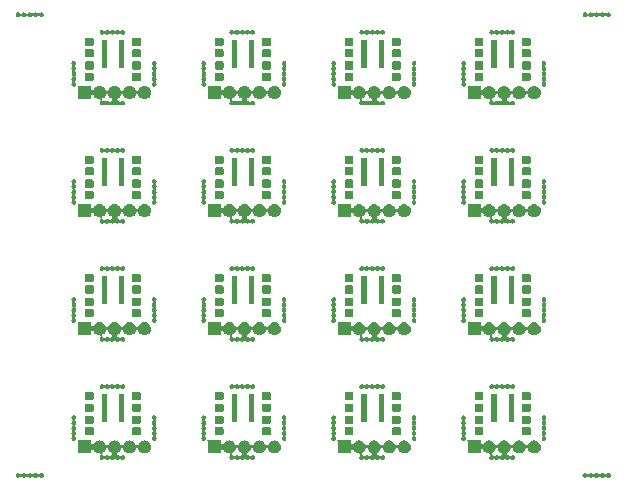
<source format=gbr>
G04 #@! TF.GenerationSoftware,KiCad,Pcbnew,5.1.5-52549c5~84~ubuntu18.04.1*
G04 #@! TF.CreationDate,2020-04-13T21:33:07+02:00*
G04 #@! TF.ProjectId,output.load_cell_panel,6f757470-7574-42e6-9c6f-61645f63656c,rev?*
G04 #@! TF.SameCoordinates,Original*
G04 #@! TF.FileFunction,Soldermask,Top*
G04 #@! TF.FilePolarity,Negative*
%FSLAX46Y46*%
G04 Gerber Fmt 4.6, Leading zero omitted, Abs format (unit mm)*
G04 Created by KiCad (PCBNEW 5.1.5-52549c5~84~ubuntu18.04.1) date 2020-04-13 21:33:07*
%MOMM*%
%LPD*%
G04 APERTURE LIST*
%ADD10C,0.100000*%
G04 APERTURE END LIST*
D10*
G36*
X173058626Y-106806723D02*
G01*
X173058627Y-106806723D01*
X173058630Y-106806724D01*
X173095209Y-106821876D01*
X173128130Y-106843873D01*
X173156127Y-106871870D01*
X173156129Y-106871873D01*
X173161612Y-106877356D01*
X173180554Y-106892901D01*
X173202165Y-106904452D01*
X173225614Y-106911565D01*
X173250000Y-106913967D01*
X173274386Y-106911565D01*
X173297835Y-106904452D01*
X173319446Y-106892901D01*
X173338388Y-106877356D01*
X173343871Y-106871873D01*
X173343873Y-106871870D01*
X173371870Y-106843873D01*
X173404791Y-106821876D01*
X173441370Y-106806724D01*
X173441373Y-106806723D01*
X173441374Y-106806723D01*
X173480202Y-106799000D01*
X173519798Y-106799000D01*
X173558626Y-106806723D01*
X173558627Y-106806723D01*
X173558630Y-106806724D01*
X173595209Y-106821876D01*
X173628130Y-106843873D01*
X173656127Y-106871870D01*
X173656129Y-106871873D01*
X173661612Y-106877356D01*
X173680554Y-106892901D01*
X173702165Y-106904452D01*
X173725614Y-106911565D01*
X173750000Y-106913967D01*
X173774386Y-106911565D01*
X173797835Y-106904452D01*
X173819446Y-106892901D01*
X173838388Y-106877356D01*
X173843871Y-106871873D01*
X173843873Y-106871870D01*
X173871870Y-106843873D01*
X173904791Y-106821876D01*
X173941370Y-106806724D01*
X173941373Y-106806723D01*
X173941374Y-106806723D01*
X173980202Y-106799000D01*
X174019798Y-106799000D01*
X174058626Y-106806723D01*
X174058627Y-106806723D01*
X174058630Y-106806724D01*
X174095209Y-106821876D01*
X174128130Y-106843873D01*
X174156127Y-106871870D01*
X174156129Y-106871873D01*
X174161612Y-106877356D01*
X174180554Y-106892901D01*
X174202165Y-106904452D01*
X174225614Y-106911565D01*
X174250000Y-106913967D01*
X174274386Y-106911565D01*
X174297835Y-106904452D01*
X174319446Y-106892901D01*
X174338388Y-106877356D01*
X174343871Y-106871873D01*
X174343873Y-106871870D01*
X174371870Y-106843873D01*
X174404791Y-106821876D01*
X174441370Y-106806724D01*
X174441373Y-106806723D01*
X174441374Y-106806723D01*
X174480202Y-106799000D01*
X174519798Y-106799000D01*
X174558626Y-106806723D01*
X174558627Y-106806723D01*
X174558630Y-106806724D01*
X174595209Y-106821876D01*
X174628130Y-106843873D01*
X174656127Y-106871870D01*
X174656129Y-106871873D01*
X174661612Y-106877356D01*
X174680554Y-106892901D01*
X174702165Y-106904452D01*
X174725614Y-106911565D01*
X174750000Y-106913967D01*
X174774386Y-106911565D01*
X174797835Y-106904452D01*
X174819446Y-106892901D01*
X174838388Y-106877356D01*
X174843871Y-106871873D01*
X174843873Y-106871870D01*
X174871870Y-106843873D01*
X174904791Y-106821876D01*
X174941370Y-106806724D01*
X174941373Y-106806723D01*
X174941374Y-106806723D01*
X174980202Y-106799000D01*
X175019798Y-106799000D01*
X175058626Y-106806723D01*
X175058627Y-106806723D01*
X175058630Y-106806724D01*
X175095209Y-106821876D01*
X175128130Y-106843873D01*
X175156127Y-106871870D01*
X175178124Y-106904791D01*
X175193276Y-106941370D01*
X175201000Y-106980203D01*
X175201000Y-107019797D01*
X175193276Y-107058630D01*
X175178124Y-107095209D01*
X175156127Y-107128130D01*
X175128130Y-107156127D01*
X175095209Y-107178124D01*
X175058630Y-107193276D01*
X175058627Y-107193277D01*
X175058626Y-107193277D01*
X175019798Y-107201000D01*
X174980202Y-107201000D01*
X174941374Y-107193277D01*
X174941373Y-107193277D01*
X174941370Y-107193276D01*
X174904791Y-107178124D01*
X174871870Y-107156127D01*
X174843873Y-107128130D01*
X174843871Y-107128127D01*
X174838388Y-107122644D01*
X174819446Y-107107099D01*
X174797835Y-107095548D01*
X174774386Y-107088435D01*
X174750000Y-107086033D01*
X174725614Y-107088435D01*
X174702165Y-107095548D01*
X174680554Y-107107099D01*
X174661612Y-107122644D01*
X174656129Y-107128127D01*
X174656127Y-107128130D01*
X174628130Y-107156127D01*
X174595209Y-107178124D01*
X174558630Y-107193276D01*
X174558627Y-107193277D01*
X174558626Y-107193277D01*
X174519798Y-107201000D01*
X174480202Y-107201000D01*
X174441374Y-107193277D01*
X174441373Y-107193277D01*
X174441370Y-107193276D01*
X174404791Y-107178124D01*
X174371870Y-107156127D01*
X174343873Y-107128130D01*
X174343871Y-107128127D01*
X174338388Y-107122644D01*
X174319446Y-107107099D01*
X174297835Y-107095548D01*
X174274386Y-107088435D01*
X174250000Y-107086033D01*
X174225614Y-107088435D01*
X174202165Y-107095548D01*
X174180554Y-107107099D01*
X174161612Y-107122644D01*
X174156129Y-107128127D01*
X174156127Y-107128130D01*
X174128130Y-107156127D01*
X174095209Y-107178124D01*
X174058630Y-107193276D01*
X174058627Y-107193277D01*
X174058626Y-107193277D01*
X174019798Y-107201000D01*
X173980202Y-107201000D01*
X173941374Y-107193277D01*
X173941373Y-107193277D01*
X173941370Y-107193276D01*
X173904791Y-107178124D01*
X173871870Y-107156127D01*
X173843873Y-107128130D01*
X173843871Y-107128127D01*
X173838388Y-107122644D01*
X173819446Y-107107099D01*
X173797835Y-107095548D01*
X173774386Y-107088435D01*
X173750000Y-107086033D01*
X173725614Y-107088435D01*
X173702165Y-107095548D01*
X173680554Y-107107099D01*
X173661612Y-107122644D01*
X173656129Y-107128127D01*
X173656127Y-107128130D01*
X173628130Y-107156127D01*
X173595209Y-107178124D01*
X173558630Y-107193276D01*
X173558627Y-107193277D01*
X173558626Y-107193277D01*
X173519798Y-107201000D01*
X173480202Y-107201000D01*
X173441374Y-107193277D01*
X173441373Y-107193277D01*
X173441370Y-107193276D01*
X173404791Y-107178124D01*
X173371870Y-107156127D01*
X173343873Y-107128130D01*
X173343871Y-107128127D01*
X173338388Y-107122644D01*
X173319446Y-107107099D01*
X173297835Y-107095548D01*
X173274386Y-107088435D01*
X173250000Y-107086033D01*
X173225614Y-107088435D01*
X173202165Y-107095548D01*
X173180554Y-107107099D01*
X173161612Y-107122644D01*
X173156129Y-107128127D01*
X173156127Y-107128130D01*
X173128130Y-107156127D01*
X173095209Y-107178124D01*
X173058630Y-107193276D01*
X173058627Y-107193277D01*
X173058626Y-107193277D01*
X173019798Y-107201000D01*
X172980202Y-107201000D01*
X172941374Y-107193277D01*
X172941373Y-107193277D01*
X172941370Y-107193276D01*
X172904791Y-107178124D01*
X172871870Y-107156127D01*
X172843873Y-107128130D01*
X172821876Y-107095209D01*
X172806724Y-107058630D01*
X172799000Y-107019797D01*
X172799000Y-106980203D01*
X172806724Y-106941370D01*
X172821876Y-106904791D01*
X172843873Y-106871870D01*
X172871870Y-106843873D01*
X172904791Y-106821876D01*
X172941370Y-106806724D01*
X172941373Y-106806723D01*
X172941374Y-106806723D01*
X172980202Y-106799000D01*
X173019798Y-106799000D01*
X173058626Y-106806723D01*
G37*
G36*
X125058626Y-106806723D02*
G01*
X125058627Y-106806723D01*
X125058630Y-106806724D01*
X125095209Y-106821876D01*
X125128130Y-106843873D01*
X125156127Y-106871870D01*
X125156129Y-106871873D01*
X125161612Y-106877356D01*
X125180554Y-106892901D01*
X125202165Y-106904452D01*
X125225614Y-106911565D01*
X125250000Y-106913967D01*
X125274386Y-106911565D01*
X125297835Y-106904452D01*
X125319446Y-106892901D01*
X125338388Y-106877356D01*
X125343871Y-106871873D01*
X125343873Y-106871870D01*
X125371870Y-106843873D01*
X125404791Y-106821876D01*
X125441370Y-106806724D01*
X125441373Y-106806723D01*
X125441374Y-106806723D01*
X125480202Y-106799000D01*
X125519798Y-106799000D01*
X125558626Y-106806723D01*
X125558627Y-106806723D01*
X125558630Y-106806724D01*
X125595209Y-106821876D01*
X125628130Y-106843873D01*
X125656127Y-106871870D01*
X125656129Y-106871873D01*
X125661612Y-106877356D01*
X125680554Y-106892901D01*
X125702165Y-106904452D01*
X125725614Y-106911565D01*
X125750000Y-106913967D01*
X125774386Y-106911565D01*
X125797835Y-106904452D01*
X125819446Y-106892901D01*
X125838388Y-106877356D01*
X125843871Y-106871873D01*
X125843873Y-106871870D01*
X125871870Y-106843873D01*
X125904791Y-106821876D01*
X125941370Y-106806724D01*
X125941373Y-106806723D01*
X125941374Y-106806723D01*
X125980202Y-106799000D01*
X126019798Y-106799000D01*
X126058626Y-106806723D01*
X126058627Y-106806723D01*
X126058630Y-106806724D01*
X126095209Y-106821876D01*
X126128130Y-106843873D01*
X126156127Y-106871870D01*
X126156129Y-106871873D01*
X126161612Y-106877356D01*
X126180554Y-106892901D01*
X126202165Y-106904452D01*
X126225614Y-106911565D01*
X126250000Y-106913967D01*
X126274386Y-106911565D01*
X126297835Y-106904452D01*
X126319446Y-106892901D01*
X126338388Y-106877356D01*
X126343871Y-106871873D01*
X126343873Y-106871870D01*
X126371870Y-106843873D01*
X126404791Y-106821876D01*
X126441370Y-106806724D01*
X126441373Y-106806723D01*
X126441374Y-106806723D01*
X126480202Y-106799000D01*
X126519798Y-106799000D01*
X126558626Y-106806723D01*
X126558627Y-106806723D01*
X126558630Y-106806724D01*
X126595209Y-106821876D01*
X126628130Y-106843873D01*
X126656127Y-106871870D01*
X126656129Y-106871873D01*
X126661612Y-106877356D01*
X126680554Y-106892901D01*
X126702165Y-106904452D01*
X126725614Y-106911565D01*
X126750000Y-106913967D01*
X126774386Y-106911565D01*
X126797835Y-106904452D01*
X126819446Y-106892901D01*
X126838388Y-106877356D01*
X126843871Y-106871873D01*
X126843873Y-106871870D01*
X126871870Y-106843873D01*
X126904791Y-106821876D01*
X126941370Y-106806724D01*
X126941373Y-106806723D01*
X126941374Y-106806723D01*
X126980202Y-106799000D01*
X127019798Y-106799000D01*
X127058626Y-106806723D01*
X127058627Y-106806723D01*
X127058630Y-106806724D01*
X127095209Y-106821876D01*
X127128130Y-106843873D01*
X127156127Y-106871870D01*
X127178124Y-106904791D01*
X127193276Y-106941370D01*
X127201000Y-106980203D01*
X127201000Y-107019797D01*
X127193276Y-107058630D01*
X127178124Y-107095209D01*
X127156127Y-107128130D01*
X127128130Y-107156127D01*
X127095209Y-107178124D01*
X127058630Y-107193276D01*
X127058627Y-107193277D01*
X127058626Y-107193277D01*
X127019798Y-107201000D01*
X126980202Y-107201000D01*
X126941374Y-107193277D01*
X126941373Y-107193277D01*
X126941370Y-107193276D01*
X126904791Y-107178124D01*
X126871870Y-107156127D01*
X126843873Y-107128130D01*
X126843871Y-107128127D01*
X126838388Y-107122644D01*
X126819446Y-107107099D01*
X126797835Y-107095548D01*
X126774386Y-107088435D01*
X126750000Y-107086033D01*
X126725614Y-107088435D01*
X126702165Y-107095548D01*
X126680554Y-107107099D01*
X126661612Y-107122644D01*
X126656129Y-107128127D01*
X126656127Y-107128130D01*
X126628130Y-107156127D01*
X126595209Y-107178124D01*
X126558630Y-107193276D01*
X126558627Y-107193277D01*
X126558626Y-107193277D01*
X126519798Y-107201000D01*
X126480202Y-107201000D01*
X126441374Y-107193277D01*
X126441373Y-107193277D01*
X126441370Y-107193276D01*
X126404791Y-107178124D01*
X126371870Y-107156127D01*
X126343873Y-107128130D01*
X126343871Y-107128127D01*
X126338388Y-107122644D01*
X126319446Y-107107099D01*
X126297835Y-107095548D01*
X126274386Y-107088435D01*
X126250000Y-107086033D01*
X126225614Y-107088435D01*
X126202165Y-107095548D01*
X126180554Y-107107099D01*
X126161612Y-107122644D01*
X126156129Y-107128127D01*
X126156127Y-107128130D01*
X126128130Y-107156127D01*
X126095209Y-107178124D01*
X126058630Y-107193276D01*
X126058627Y-107193277D01*
X126058626Y-107193277D01*
X126019798Y-107201000D01*
X125980202Y-107201000D01*
X125941374Y-107193277D01*
X125941373Y-107193277D01*
X125941370Y-107193276D01*
X125904791Y-107178124D01*
X125871870Y-107156127D01*
X125843873Y-107128130D01*
X125843871Y-107128127D01*
X125838388Y-107122644D01*
X125819446Y-107107099D01*
X125797835Y-107095548D01*
X125774386Y-107088435D01*
X125750000Y-107086033D01*
X125725614Y-107088435D01*
X125702165Y-107095548D01*
X125680554Y-107107099D01*
X125661612Y-107122644D01*
X125656129Y-107128127D01*
X125656127Y-107128130D01*
X125628130Y-107156127D01*
X125595209Y-107178124D01*
X125558630Y-107193276D01*
X125558627Y-107193277D01*
X125558626Y-107193277D01*
X125519798Y-107201000D01*
X125480202Y-107201000D01*
X125441374Y-107193277D01*
X125441373Y-107193277D01*
X125441370Y-107193276D01*
X125404791Y-107178124D01*
X125371870Y-107156127D01*
X125343873Y-107128130D01*
X125343871Y-107128127D01*
X125338388Y-107122644D01*
X125319446Y-107107099D01*
X125297835Y-107095548D01*
X125274386Y-107088435D01*
X125250000Y-107086033D01*
X125225614Y-107088435D01*
X125202165Y-107095548D01*
X125180554Y-107107099D01*
X125161612Y-107122644D01*
X125156129Y-107128127D01*
X125156127Y-107128130D01*
X125128130Y-107156127D01*
X125095209Y-107178124D01*
X125058630Y-107193276D01*
X125058627Y-107193277D01*
X125058626Y-107193277D01*
X125019798Y-107201000D01*
X124980202Y-107201000D01*
X124941374Y-107193277D01*
X124941373Y-107193277D01*
X124941370Y-107193276D01*
X124904791Y-107178124D01*
X124871870Y-107156127D01*
X124843873Y-107128130D01*
X124821876Y-107095209D01*
X124806724Y-107058630D01*
X124799000Y-107019797D01*
X124799000Y-106980203D01*
X124806724Y-106941370D01*
X124821876Y-106904791D01*
X124843873Y-106871870D01*
X124871870Y-106843873D01*
X124904791Y-106821876D01*
X124941370Y-106806724D01*
X124941373Y-106806723D01*
X124941374Y-106806723D01*
X124980202Y-106799000D01*
X125019798Y-106799000D01*
X125058626Y-106806723D01*
G37*
G36*
X141041613Y-104026598D02*
G01*
X141065999Y-104029000D01*
X142191000Y-104029000D01*
X142191000Y-104252218D01*
X142193402Y-104276604D01*
X142200515Y-104300053D01*
X142212066Y-104321664D01*
X142227611Y-104340606D01*
X142246553Y-104356151D01*
X142268164Y-104367702D01*
X142291613Y-104374815D01*
X142315999Y-104377217D01*
X142340385Y-104374815D01*
X142363834Y-104367702D01*
X142385445Y-104356151D01*
X142404387Y-104340606D01*
X142419932Y-104321664D01*
X142482009Y-104228760D01*
X142482010Y-104228758D01*
X142558758Y-104152010D01*
X142649004Y-104091710D01*
X142649005Y-104091709D01*
X142749279Y-104050174D01*
X142855730Y-104029000D01*
X142964270Y-104029000D01*
X143070721Y-104050174D01*
X143170995Y-104091709D01*
X143170996Y-104091710D01*
X143261242Y-104152010D01*
X143337990Y-104228758D01*
X143337991Y-104228760D01*
X143398291Y-104319005D01*
X143429516Y-104394389D01*
X143441067Y-104416000D01*
X143456612Y-104434941D01*
X143475554Y-104450487D01*
X143497165Y-104462038D01*
X143520614Y-104469151D01*
X143545000Y-104471553D01*
X143569386Y-104469151D01*
X143592835Y-104462038D01*
X143614446Y-104450487D01*
X143633387Y-104434942D01*
X143648933Y-104416000D01*
X143660484Y-104394389D01*
X143691709Y-104319005D01*
X143752009Y-104228760D01*
X143752010Y-104228758D01*
X143828758Y-104152010D01*
X143919004Y-104091710D01*
X143919005Y-104091709D01*
X144019279Y-104050174D01*
X144125730Y-104029000D01*
X144234270Y-104029000D01*
X144340721Y-104050174D01*
X144440995Y-104091709D01*
X144440996Y-104091710D01*
X144531242Y-104152010D01*
X144607990Y-104228758D01*
X144607991Y-104228760D01*
X144668291Y-104319005D01*
X144699516Y-104394389D01*
X144711067Y-104416000D01*
X144726612Y-104434941D01*
X144745554Y-104450487D01*
X144767165Y-104462038D01*
X144790614Y-104469151D01*
X144815000Y-104471553D01*
X144839386Y-104469151D01*
X144862835Y-104462038D01*
X144884446Y-104450487D01*
X144903387Y-104434942D01*
X144918933Y-104416000D01*
X144930484Y-104394389D01*
X144961709Y-104319005D01*
X145022009Y-104228760D01*
X145022010Y-104228758D01*
X145098758Y-104152010D01*
X145189004Y-104091710D01*
X145189005Y-104091709D01*
X145289279Y-104050174D01*
X145395730Y-104029000D01*
X145504270Y-104029000D01*
X145610721Y-104050174D01*
X145710995Y-104091709D01*
X145710996Y-104091710D01*
X145801242Y-104152010D01*
X145877990Y-104228758D01*
X145877991Y-104228760D01*
X145938291Y-104319005D01*
X145969516Y-104394389D01*
X145981067Y-104416000D01*
X145996612Y-104434941D01*
X146015554Y-104450487D01*
X146037165Y-104462038D01*
X146060614Y-104469151D01*
X146085000Y-104471553D01*
X146109386Y-104469151D01*
X146132835Y-104462038D01*
X146154446Y-104450487D01*
X146173387Y-104434942D01*
X146188933Y-104416000D01*
X146200484Y-104394389D01*
X146231709Y-104319005D01*
X146292009Y-104228760D01*
X146292010Y-104228758D01*
X146368758Y-104152010D01*
X146459004Y-104091710D01*
X146459005Y-104091709D01*
X146559279Y-104050174D01*
X146665730Y-104029000D01*
X146774270Y-104029000D01*
X146880721Y-104050174D01*
X146980995Y-104091709D01*
X146980996Y-104091710D01*
X147071242Y-104152010D01*
X147147990Y-104228758D01*
X147147991Y-104228760D01*
X147208291Y-104319005D01*
X147249826Y-104419279D01*
X147271000Y-104525730D01*
X147271000Y-104634270D01*
X147249826Y-104740721D01*
X147208291Y-104840995D01*
X147208290Y-104840996D01*
X147147990Y-104931242D01*
X147071242Y-105007990D01*
X147025812Y-105038345D01*
X146980995Y-105068291D01*
X146880721Y-105109826D01*
X146774270Y-105131000D01*
X146665730Y-105131000D01*
X146559279Y-105109826D01*
X146459005Y-105068291D01*
X146414188Y-105038345D01*
X146368758Y-105007990D01*
X146292010Y-104931242D01*
X146231710Y-104840996D01*
X146231709Y-104840995D01*
X146200484Y-104765611D01*
X146188933Y-104744000D01*
X146173388Y-104725059D01*
X146154446Y-104709513D01*
X146132835Y-104697962D01*
X146109386Y-104690849D01*
X146085000Y-104688447D01*
X146060614Y-104690849D01*
X146037165Y-104697962D01*
X146015554Y-104709513D01*
X145996613Y-104725058D01*
X145981067Y-104744000D01*
X145969516Y-104765611D01*
X145938291Y-104840995D01*
X145938290Y-104840996D01*
X145877990Y-104931242D01*
X145801242Y-105007990D01*
X145755812Y-105038345D01*
X145710995Y-105068291D01*
X145610721Y-105109826D01*
X145504270Y-105131000D01*
X145395730Y-105131000D01*
X145289279Y-105109826D01*
X145189005Y-105068291D01*
X145144188Y-105038345D01*
X145098758Y-105007990D01*
X145022010Y-104931242D01*
X144961710Y-104840996D01*
X144961709Y-104840995D01*
X144930484Y-104765611D01*
X144918933Y-104744000D01*
X144903388Y-104725059D01*
X144884446Y-104709513D01*
X144862835Y-104697962D01*
X144839386Y-104690849D01*
X144815000Y-104688447D01*
X144790614Y-104690849D01*
X144767165Y-104697962D01*
X144745554Y-104709513D01*
X144726613Y-104725058D01*
X144711067Y-104744000D01*
X144699516Y-104765611D01*
X144668291Y-104840995D01*
X144668290Y-104840996D01*
X144607990Y-104931242D01*
X144531242Y-105007990D01*
X144500303Y-105028662D01*
X144454158Y-105059496D01*
X144435216Y-105075042D01*
X144419671Y-105093984D01*
X144408120Y-105115595D01*
X144401007Y-105139044D01*
X144398605Y-105163430D01*
X144401007Y-105187816D01*
X144408120Y-105211265D01*
X144419671Y-105232875D01*
X144435217Y-105251817D01*
X144454159Y-105267362D01*
X144475770Y-105278913D01*
X144499215Y-105286025D01*
X144502729Y-105286724D01*
X144539308Y-105301876D01*
X144572229Y-105323873D01*
X144577767Y-105329411D01*
X144596703Y-105344951D01*
X144618314Y-105356502D01*
X144641763Y-105363615D01*
X144666149Y-105366017D01*
X144690535Y-105363615D01*
X144713984Y-105356502D01*
X144735595Y-105344951D01*
X144754529Y-105329412D01*
X144760068Y-105323873D01*
X144792989Y-105301876D01*
X144829568Y-105286724D01*
X144829571Y-105286723D01*
X144829572Y-105286723D01*
X144868400Y-105279000D01*
X144907996Y-105279000D01*
X144946824Y-105286723D01*
X144946825Y-105286723D01*
X144946828Y-105286724D01*
X144983407Y-105301876D01*
X145016328Y-105323873D01*
X145044325Y-105351870D01*
X145066322Y-105384791D01*
X145081474Y-105421370D01*
X145089198Y-105460203D01*
X145089198Y-105499797D01*
X145081474Y-105538630D01*
X145066322Y-105575209D01*
X145044325Y-105608130D01*
X145016328Y-105636127D01*
X144983407Y-105658124D01*
X144946828Y-105673276D01*
X144946825Y-105673277D01*
X144946824Y-105673277D01*
X144907996Y-105681000D01*
X144868400Y-105681000D01*
X144829572Y-105673277D01*
X144829571Y-105673277D01*
X144829568Y-105673276D01*
X144792989Y-105658124D01*
X144760068Y-105636127D01*
X144754531Y-105630590D01*
X144735595Y-105615050D01*
X144713984Y-105603499D01*
X144690535Y-105596386D01*
X144666149Y-105593984D01*
X144641763Y-105596386D01*
X144618314Y-105603499D01*
X144596703Y-105615050D01*
X144577764Y-105630592D01*
X144572229Y-105636127D01*
X144539308Y-105658124D01*
X144502729Y-105673276D01*
X144502726Y-105673277D01*
X144502725Y-105673277D01*
X144463897Y-105681000D01*
X144424301Y-105681000D01*
X144385473Y-105673277D01*
X144385472Y-105673277D01*
X144385469Y-105673276D01*
X144348890Y-105658124D01*
X144315969Y-105636127D01*
X144310432Y-105630590D01*
X144291496Y-105615050D01*
X144269885Y-105603499D01*
X144246436Y-105596386D01*
X144222050Y-105593984D01*
X144197664Y-105596386D01*
X144174215Y-105603499D01*
X144152604Y-105615050D01*
X144133665Y-105630592D01*
X144128130Y-105636127D01*
X144095209Y-105658124D01*
X144058630Y-105673276D01*
X144058627Y-105673277D01*
X144058626Y-105673277D01*
X144019798Y-105681000D01*
X143980202Y-105681000D01*
X143941374Y-105673277D01*
X143941373Y-105673277D01*
X143941370Y-105673276D01*
X143904791Y-105658124D01*
X143871870Y-105636127D01*
X143866333Y-105630590D01*
X143847397Y-105615050D01*
X143825786Y-105603499D01*
X143802337Y-105596386D01*
X143777951Y-105593984D01*
X143753565Y-105596386D01*
X143730116Y-105603499D01*
X143708505Y-105615050D01*
X143689566Y-105630592D01*
X143684031Y-105636127D01*
X143651110Y-105658124D01*
X143614531Y-105673276D01*
X143614528Y-105673277D01*
X143614527Y-105673277D01*
X143575699Y-105681000D01*
X143536103Y-105681000D01*
X143497275Y-105673277D01*
X143497274Y-105673277D01*
X143497271Y-105673276D01*
X143460692Y-105658124D01*
X143427771Y-105636127D01*
X143422234Y-105630590D01*
X143403298Y-105615050D01*
X143381687Y-105603499D01*
X143358238Y-105596386D01*
X143333852Y-105593984D01*
X143309466Y-105596386D01*
X143286017Y-105603499D01*
X143264406Y-105615050D01*
X143245467Y-105630592D01*
X143239932Y-105636127D01*
X143207011Y-105658124D01*
X143170432Y-105673276D01*
X143170429Y-105673277D01*
X143170428Y-105673277D01*
X143131600Y-105681000D01*
X143092004Y-105681000D01*
X143053176Y-105673277D01*
X143053175Y-105673277D01*
X143053172Y-105673276D01*
X143016593Y-105658124D01*
X142983672Y-105636127D01*
X142955675Y-105608130D01*
X142933678Y-105575209D01*
X142918526Y-105538630D01*
X142910802Y-105499797D01*
X142910802Y-105460203D01*
X142918526Y-105421370D01*
X142933678Y-105384791D01*
X142955675Y-105351870D01*
X142963164Y-105344381D01*
X142978704Y-105325445D01*
X142990255Y-105303834D01*
X142997368Y-105280385D01*
X142999770Y-105255999D01*
X142997368Y-105231613D01*
X142990255Y-105208164D01*
X142978704Y-105186553D01*
X142971100Y-105177287D01*
X143107865Y-105177287D01*
X143110267Y-105201674D01*
X143117380Y-105225123D01*
X143128931Y-105246733D01*
X143144477Y-105265675D01*
X143163419Y-105281220D01*
X143185024Y-105292768D01*
X143207011Y-105301876D01*
X143239932Y-105323873D01*
X143245470Y-105329411D01*
X143264406Y-105344951D01*
X143286017Y-105356502D01*
X143309466Y-105363615D01*
X143333852Y-105366017D01*
X143358238Y-105363615D01*
X143381687Y-105356502D01*
X143403298Y-105344951D01*
X143422232Y-105329412D01*
X143427771Y-105323873D01*
X143460692Y-105301876D01*
X143497271Y-105286724D01*
X143497274Y-105286723D01*
X143497275Y-105286723D01*
X143536103Y-105279000D01*
X143575699Y-105279000D01*
X143614527Y-105286723D01*
X143614528Y-105286723D01*
X143614531Y-105286724D01*
X143651110Y-105301876D01*
X143684031Y-105323873D01*
X143689569Y-105329411D01*
X143708505Y-105344951D01*
X143730116Y-105356502D01*
X143753565Y-105363615D01*
X143777951Y-105366017D01*
X143802337Y-105363615D01*
X143825786Y-105356502D01*
X143847397Y-105344951D01*
X143866331Y-105329412D01*
X143871870Y-105323873D01*
X143904791Y-105301876D01*
X143915065Y-105297620D01*
X143936669Y-105286073D01*
X143955611Y-105270528D01*
X143971156Y-105251586D01*
X143982707Y-105229975D01*
X143989820Y-105206526D01*
X143992222Y-105182140D01*
X143989820Y-105157754D01*
X143982707Y-105134305D01*
X143971156Y-105112694D01*
X143955611Y-105093752D01*
X143936669Y-105078207D01*
X143922557Y-105070665D01*
X143852745Y-105024017D01*
X143828758Y-105007990D01*
X143752010Y-104931242D01*
X143691710Y-104840996D01*
X143691709Y-104840995D01*
X143660484Y-104765611D01*
X143648933Y-104744000D01*
X143633388Y-104725059D01*
X143614446Y-104709513D01*
X143592835Y-104697962D01*
X143569386Y-104690849D01*
X143545000Y-104688447D01*
X143520614Y-104690849D01*
X143497165Y-104697962D01*
X143475554Y-104709513D01*
X143456613Y-104725058D01*
X143441067Y-104744000D01*
X143429516Y-104765611D01*
X143398291Y-104840995D01*
X143398290Y-104840996D01*
X143337990Y-104931242D01*
X143261242Y-105007990D01*
X143225335Y-105031982D01*
X143163418Y-105073354D01*
X143144476Y-105088900D01*
X143128931Y-105107842D01*
X143117380Y-105129452D01*
X143110267Y-105152901D01*
X143107865Y-105177287D01*
X142971100Y-105177287D01*
X142963159Y-105167611D01*
X142944217Y-105152066D01*
X142922606Y-105140515D01*
X142899157Y-105133402D01*
X142874771Y-105131000D01*
X142855730Y-105131000D01*
X142749279Y-105109826D01*
X142649005Y-105068291D01*
X142604188Y-105038345D01*
X142558758Y-105007990D01*
X142482010Y-104931242D01*
X142461012Y-104899816D01*
X142419932Y-104838336D01*
X142404386Y-104819394D01*
X142385444Y-104803849D01*
X142363833Y-104792298D01*
X142340385Y-104785185D01*
X142315998Y-104782783D01*
X142291612Y-104785185D01*
X142268163Y-104792298D01*
X142246553Y-104803849D01*
X142227611Y-104819395D01*
X142212066Y-104838337D01*
X142200515Y-104859948D01*
X142193402Y-104883396D01*
X142191000Y-104907782D01*
X142191000Y-105131000D01*
X141089000Y-105131000D01*
X141089000Y-104125229D01*
X141086598Y-104100843D01*
X141079485Y-104077394D01*
X141067934Y-104055783D01*
X141052389Y-104036841D01*
X141038908Y-104025777D01*
X141041613Y-104026598D01*
G37*
G36*
X163041613Y-104026598D02*
G01*
X163065999Y-104029000D01*
X164191000Y-104029000D01*
X164191000Y-104252218D01*
X164193402Y-104276604D01*
X164200515Y-104300053D01*
X164212066Y-104321664D01*
X164227611Y-104340606D01*
X164246553Y-104356151D01*
X164268164Y-104367702D01*
X164291613Y-104374815D01*
X164315999Y-104377217D01*
X164340385Y-104374815D01*
X164363834Y-104367702D01*
X164385445Y-104356151D01*
X164404387Y-104340606D01*
X164419932Y-104321664D01*
X164482009Y-104228760D01*
X164482010Y-104228758D01*
X164558758Y-104152010D01*
X164649004Y-104091710D01*
X164649005Y-104091709D01*
X164749279Y-104050174D01*
X164855730Y-104029000D01*
X164964270Y-104029000D01*
X165070721Y-104050174D01*
X165170995Y-104091709D01*
X165170996Y-104091710D01*
X165261242Y-104152010D01*
X165337990Y-104228758D01*
X165337991Y-104228760D01*
X165398291Y-104319005D01*
X165429516Y-104394389D01*
X165441067Y-104416000D01*
X165456612Y-104434941D01*
X165475554Y-104450487D01*
X165497165Y-104462038D01*
X165520614Y-104469151D01*
X165545000Y-104471553D01*
X165569386Y-104469151D01*
X165592835Y-104462038D01*
X165614446Y-104450487D01*
X165633387Y-104434942D01*
X165648933Y-104416000D01*
X165660484Y-104394389D01*
X165691709Y-104319005D01*
X165752009Y-104228760D01*
X165752010Y-104228758D01*
X165828758Y-104152010D01*
X165919004Y-104091710D01*
X165919005Y-104091709D01*
X166019279Y-104050174D01*
X166125730Y-104029000D01*
X166234270Y-104029000D01*
X166340721Y-104050174D01*
X166440995Y-104091709D01*
X166440996Y-104091710D01*
X166531242Y-104152010D01*
X166607990Y-104228758D01*
X166607991Y-104228760D01*
X166668291Y-104319005D01*
X166699516Y-104394389D01*
X166711067Y-104416000D01*
X166726612Y-104434941D01*
X166745554Y-104450487D01*
X166767165Y-104462038D01*
X166790614Y-104469151D01*
X166815000Y-104471553D01*
X166839386Y-104469151D01*
X166862835Y-104462038D01*
X166884446Y-104450487D01*
X166903387Y-104434942D01*
X166918933Y-104416000D01*
X166930484Y-104394389D01*
X166961709Y-104319005D01*
X167022009Y-104228760D01*
X167022010Y-104228758D01*
X167098758Y-104152010D01*
X167189004Y-104091710D01*
X167189005Y-104091709D01*
X167289279Y-104050174D01*
X167395730Y-104029000D01*
X167504270Y-104029000D01*
X167610721Y-104050174D01*
X167710995Y-104091709D01*
X167710996Y-104091710D01*
X167801242Y-104152010D01*
X167877990Y-104228758D01*
X167877991Y-104228760D01*
X167938291Y-104319005D01*
X167969516Y-104394389D01*
X167981067Y-104416000D01*
X167996612Y-104434941D01*
X168015554Y-104450487D01*
X168037165Y-104462038D01*
X168060614Y-104469151D01*
X168085000Y-104471553D01*
X168109386Y-104469151D01*
X168132835Y-104462038D01*
X168154446Y-104450487D01*
X168173387Y-104434942D01*
X168188933Y-104416000D01*
X168200484Y-104394389D01*
X168231709Y-104319005D01*
X168292009Y-104228760D01*
X168292010Y-104228758D01*
X168368758Y-104152010D01*
X168459004Y-104091710D01*
X168459005Y-104091709D01*
X168559279Y-104050174D01*
X168665730Y-104029000D01*
X168774270Y-104029000D01*
X168880721Y-104050174D01*
X168980995Y-104091709D01*
X168980996Y-104091710D01*
X169071242Y-104152010D01*
X169147990Y-104228758D01*
X169147991Y-104228760D01*
X169208291Y-104319005D01*
X169249826Y-104419279D01*
X169271000Y-104525730D01*
X169271000Y-104634270D01*
X169249826Y-104740721D01*
X169208291Y-104840995D01*
X169208290Y-104840996D01*
X169147990Y-104931242D01*
X169071242Y-105007990D01*
X169025812Y-105038345D01*
X168980995Y-105068291D01*
X168880721Y-105109826D01*
X168774270Y-105131000D01*
X168665730Y-105131000D01*
X168559279Y-105109826D01*
X168459005Y-105068291D01*
X168414188Y-105038345D01*
X168368758Y-105007990D01*
X168292010Y-104931242D01*
X168231710Y-104840996D01*
X168231709Y-104840995D01*
X168200484Y-104765611D01*
X168188933Y-104744000D01*
X168173388Y-104725059D01*
X168154446Y-104709513D01*
X168132835Y-104697962D01*
X168109386Y-104690849D01*
X168085000Y-104688447D01*
X168060614Y-104690849D01*
X168037165Y-104697962D01*
X168015554Y-104709513D01*
X167996613Y-104725058D01*
X167981067Y-104744000D01*
X167969516Y-104765611D01*
X167938291Y-104840995D01*
X167938290Y-104840996D01*
X167877990Y-104931242D01*
X167801242Y-105007990D01*
X167755812Y-105038345D01*
X167710995Y-105068291D01*
X167610721Y-105109826D01*
X167504270Y-105131000D01*
X167395730Y-105131000D01*
X167289279Y-105109826D01*
X167189005Y-105068291D01*
X167144188Y-105038345D01*
X167098758Y-105007990D01*
X167022010Y-104931242D01*
X166961710Y-104840996D01*
X166961709Y-104840995D01*
X166930484Y-104765611D01*
X166918933Y-104744000D01*
X166903388Y-104725059D01*
X166884446Y-104709513D01*
X166862835Y-104697962D01*
X166839386Y-104690849D01*
X166815000Y-104688447D01*
X166790614Y-104690849D01*
X166767165Y-104697962D01*
X166745554Y-104709513D01*
X166726613Y-104725058D01*
X166711067Y-104744000D01*
X166699516Y-104765611D01*
X166668291Y-104840995D01*
X166668290Y-104840996D01*
X166607990Y-104931242D01*
X166531242Y-105007990D01*
X166500303Y-105028662D01*
X166454158Y-105059496D01*
X166435216Y-105075042D01*
X166419671Y-105093984D01*
X166408120Y-105115595D01*
X166401007Y-105139044D01*
X166398605Y-105163430D01*
X166401007Y-105187816D01*
X166408120Y-105211265D01*
X166419671Y-105232875D01*
X166435217Y-105251817D01*
X166454159Y-105267362D01*
X166475770Y-105278913D01*
X166499215Y-105286025D01*
X166502729Y-105286724D01*
X166539308Y-105301876D01*
X166572229Y-105323873D01*
X166577767Y-105329411D01*
X166596703Y-105344951D01*
X166618314Y-105356502D01*
X166641763Y-105363615D01*
X166666149Y-105366017D01*
X166690535Y-105363615D01*
X166713984Y-105356502D01*
X166735595Y-105344951D01*
X166754529Y-105329412D01*
X166760068Y-105323873D01*
X166792989Y-105301876D01*
X166829568Y-105286724D01*
X166829571Y-105286723D01*
X166829572Y-105286723D01*
X166868400Y-105279000D01*
X166907996Y-105279000D01*
X166946824Y-105286723D01*
X166946825Y-105286723D01*
X166946828Y-105286724D01*
X166983407Y-105301876D01*
X167016328Y-105323873D01*
X167044325Y-105351870D01*
X167066322Y-105384791D01*
X167081474Y-105421370D01*
X167089198Y-105460203D01*
X167089198Y-105499797D01*
X167081474Y-105538630D01*
X167066322Y-105575209D01*
X167044325Y-105608130D01*
X167016328Y-105636127D01*
X166983407Y-105658124D01*
X166946828Y-105673276D01*
X166946825Y-105673277D01*
X166946824Y-105673277D01*
X166907996Y-105681000D01*
X166868400Y-105681000D01*
X166829572Y-105673277D01*
X166829571Y-105673277D01*
X166829568Y-105673276D01*
X166792989Y-105658124D01*
X166760068Y-105636127D01*
X166754531Y-105630590D01*
X166735595Y-105615050D01*
X166713984Y-105603499D01*
X166690535Y-105596386D01*
X166666149Y-105593984D01*
X166641763Y-105596386D01*
X166618314Y-105603499D01*
X166596703Y-105615050D01*
X166577764Y-105630592D01*
X166572229Y-105636127D01*
X166539308Y-105658124D01*
X166502729Y-105673276D01*
X166502726Y-105673277D01*
X166502725Y-105673277D01*
X166463897Y-105681000D01*
X166424301Y-105681000D01*
X166385473Y-105673277D01*
X166385472Y-105673277D01*
X166385469Y-105673276D01*
X166348890Y-105658124D01*
X166315969Y-105636127D01*
X166310432Y-105630590D01*
X166291496Y-105615050D01*
X166269885Y-105603499D01*
X166246436Y-105596386D01*
X166222050Y-105593984D01*
X166197664Y-105596386D01*
X166174215Y-105603499D01*
X166152604Y-105615050D01*
X166133665Y-105630592D01*
X166128130Y-105636127D01*
X166095209Y-105658124D01*
X166058630Y-105673276D01*
X166058627Y-105673277D01*
X166058626Y-105673277D01*
X166019798Y-105681000D01*
X165980202Y-105681000D01*
X165941374Y-105673277D01*
X165941373Y-105673277D01*
X165941370Y-105673276D01*
X165904791Y-105658124D01*
X165871870Y-105636127D01*
X165866333Y-105630590D01*
X165847397Y-105615050D01*
X165825786Y-105603499D01*
X165802337Y-105596386D01*
X165777951Y-105593984D01*
X165753565Y-105596386D01*
X165730116Y-105603499D01*
X165708505Y-105615050D01*
X165689566Y-105630592D01*
X165684031Y-105636127D01*
X165651110Y-105658124D01*
X165614531Y-105673276D01*
X165614528Y-105673277D01*
X165614527Y-105673277D01*
X165575699Y-105681000D01*
X165536103Y-105681000D01*
X165497275Y-105673277D01*
X165497274Y-105673277D01*
X165497271Y-105673276D01*
X165460692Y-105658124D01*
X165427771Y-105636127D01*
X165422234Y-105630590D01*
X165403298Y-105615050D01*
X165381687Y-105603499D01*
X165358238Y-105596386D01*
X165333852Y-105593984D01*
X165309466Y-105596386D01*
X165286017Y-105603499D01*
X165264406Y-105615050D01*
X165245467Y-105630592D01*
X165239932Y-105636127D01*
X165207011Y-105658124D01*
X165170432Y-105673276D01*
X165170429Y-105673277D01*
X165170428Y-105673277D01*
X165131600Y-105681000D01*
X165092004Y-105681000D01*
X165053176Y-105673277D01*
X165053175Y-105673277D01*
X165053172Y-105673276D01*
X165016593Y-105658124D01*
X164983672Y-105636127D01*
X164955675Y-105608130D01*
X164933678Y-105575209D01*
X164918526Y-105538630D01*
X164910802Y-105499797D01*
X164910802Y-105460203D01*
X164918526Y-105421370D01*
X164933678Y-105384791D01*
X164955675Y-105351870D01*
X164963164Y-105344381D01*
X164978704Y-105325445D01*
X164990255Y-105303834D01*
X164997368Y-105280385D01*
X164999770Y-105255999D01*
X164997368Y-105231613D01*
X164990255Y-105208164D01*
X164978704Y-105186553D01*
X164971100Y-105177287D01*
X165107865Y-105177287D01*
X165110267Y-105201674D01*
X165117380Y-105225123D01*
X165128931Y-105246733D01*
X165144477Y-105265675D01*
X165163419Y-105281220D01*
X165185024Y-105292768D01*
X165207011Y-105301876D01*
X165239932Y-105323873D01*
X165245470Y-105329411D01*
X165264406Y-105344951D01*
X165286017Y-105356502D01*
X165309466Y-105363615D01*
X165333852Y-105366017D01*
X165358238Y-105363615D01*
X165381687Y-105356502D01*
X165403298Y-105344951D01*
X165422232Y-105329412D01*
X165427771Y-105323873D01*
X165460692Y-105301876D01*
X165497271Y-105286724D01*
X165497274Y-105286723D01*
X165497275Y-105286723D01*
X165536103Y-105279000D01*
X165575699Y-105279000D01*
X165614527Y-105286723D01*
X165614528Y-105286723D01*
X165614531Y-105286724D01*
X165651110Y-105301876D01*
X165684031Y-105323873D01*
X165689569Y-105329411D01*
X165708505Y-105344951D01*
X165730116Y-105356502D01*
X165753565Y-105363615D01*
X165777951Y-105366017D01*
X165802337Y-105363615D01*
X165825786Y-105356502D01*
X165847397Y-105344951D01*
X165866331Y-105329412D01*
X165871870Y-105323873D01*
X165904791Y-105301876D01*
X165915065Y-105297620D01*
X165936669Y-105286073D01*
X165955611Y-105270528D01*
X165971156Y-105251586D01*
X165982707Y-105229975D01*
X165989820Y-105206526D01*
X165992222Y-105182140D01*
X165989820Y-105157754D01*
X165982707Y-105134305D01*
X165971156Y-105112694D01*
X165955611Y-105093752D01*
X165936669Y-105078207D01*
X165922557Y-105070665D01*
X165852745Y-105024017D01*
X165828758Y-105007990D01*
X165752010Y-104931242D01*
X165691710Y-104840996D01*
X165691709Y-104840995D01*
X165660484Y-104765611D01*
X165648933Y-104744000D01*
X165633388Y-104725059D01*
X165614446Y-104709513D01*
X165592835Y-104697962D01*
X165569386Y-104690849D01*
X165545000Y-104688447D01*
X165520614Y-104690849D01*
X165497165Y-104697962D01*
X165475554Y-104709513D01*
X165456613Y-104725058D01*
X165441067Y-104744000D01*
X165429516Y-104765611D01*
X165398291Y-104840995D01*
X165398290Y-104840996D01*
X165337990Y-104931242D01*
X165261242Y-105007990D01*
X165225335Y-105031982D01*
X165163418Y-105073354D01*
X165144476Y-105088900D01*
X165128931Y-105107842D01*
X165117380Y-105129452D01*
X165110267Y-105152901D01*
X165107865Y-105177287D01*
X164971100Y-105177287D01*
X164963159Y-105167611D01*
X164944217Y-105152066D01*
X164922606Y-105140515D01*
X164899157Y-105133402D01*
X164874771Y-105131000D01*
X164855730Y-105131000D01*
X164749279Y-105109826D01*
X164649005Y-105068291D01*
X164604188Y-105038345D01*
X164558758Y-105007990D01*
X164482010Y-104931242D01*
X164461012Y-104899816D01*
X164419932Y-104838336D01*
X164404386Y-104819394D01*
X164385444Y-104803849D01*
X164363833Y-104792298D01*
X164340385Y-104785185D01*
X164315998Y-104782783D01*
X164291612Y-104785185D01*
X164268163Y-104792298D01*
X164246553Y-104803849D01*
X164227611Y-104819395D01*
X164212066Y-104838337D01*
X164200515Y-104859948D01*
X164193402Y-104883396D01*
X164191000Y-104907782D01*
X164191000Y-105131000D01*
X163089000Y-105131000D01*
X163089000Y-104125229D01*
X163086598Y-104100843D01*
X163079485Y-104077394D01*
X163067934Y-104055783D01*
X163052389Y-104036841D01*
X163038908Y-104025777D01*
X163041613Y-104026598D01*
G37*
G36*
X152041613Y-104026598D02*
G01*
X152065999Y-104029000D01*
X153191000Y-104029000D01*
X153191000Y-104252218D01*
X153193402Y-104276604D01*
X153200515Y-104300053D01*
X153212066Y-104321664D01*
X153227611Y-104340606D01*
X153246553Y-104356151D01*
X153268164Y-104367702D01*
X153291613Y-104374815D01*
X153315999Y-104377217D01*
X153340385Y-104374815D01*
X153363834Y-104367702D01*
X153385445Y-104356151D01*
X153404387Y-104340606D01*
X153419932Y-104321664D01*
X153482009Y-104228760D01*
X153482010Y-104228758D01*
X153558758Y-104152010D01*
X153649004Y-104091710D01*
X153649005Y-104091709D01*
X153749279Y-104050174D01*
X153855730Y-104029000D01*
X153964270Y-104029000D01*
X154070721Y-104050174D01*
X154170995Y-104091709D01*
X154170996Y-104091710D01*
X154261242Y-104152010D01*
X154337990Y-104228758D01*
X154337991Y-104228760D01*
X154398291Y-104319005D01*
X154429516Y-104394389D01*
X154441067Y-104416000D01*
X154456612Y-104434941D01*
X154475554Y-104450487D01*
X154497165Y-104462038D01*
X154520614Y-104469151D01*
X154545000Y-104471553D01*
X154569386Y-104469151D01*
X154592835Y-104462038D01*
X154614446Y-104450487D01*
X154633387Y-104434942D01*
X154648933Y-104416000D01*
X154660484Y-104394389D01*
X154691709Y-104319005D01*
X154752009Y-104228760D01*
X154752010Y-104228758D01*
X154828758Y-104152010D01*
X154919004Y-104091710D01*
X154919005Y-104091709D01*
X155019279Y-104050174D01*
X155125730Y-104029000D01*
X155234270Y-104029000D01*
X155340721Y-104050174D01*
X155440995Y-104091709D01*
X155440996Y-104091710D01*
X155531242Y-104152010D01*
X155607990Y-104228758D01*
X155607991Y-104228760D01*
X155668291Y-104319005D01*
X155699516Y-104394389D01*
X155711067Y-104416000D01*
X155726612Y-104434941D01*
X155745554Y-104450487D01*
X155767165Y-104462038D01*
X155790614Y-104469151D01*
X155815000Y-104471553D01*
X155839386Y-104469151D01*
X155862835Y-104462038D01*
X155884446Y-104450487D01*
X155903387Y-104434942D01*
X155918933Y-104416000D01*
X155930484Y-104394389D01*
X155961709Y-104319005D01*
X156022009Y-104228760D01*
X156022010Y-104228758D01*
X156098758Y-104152010D01*
X156189004Y-104091710D01*
X156189005Y-104091709D01*
X156289279Y-104050174D01*
X156395730Y-104029000D01*
X156504270Y-104029000D01*
X156610721Y-104050174D01*
X156710995Y-104091709D01*
X156710996Y-104091710D01*
X156801242Y-104152010D01*
X156877990Y-104228758D01*
X156877991Y-104228760D01*
X156938291Y-104319005D01*
X156969516Y-104394389D01*
X156981067Y-104416000D01*
X156996612Y-104434941D01*
X157015554Y-104450487D01*
X157037165Y-104462038D01*
X157060614Y-104469151D01*
X157085000Y-104471553D01*
X157109386Y-104469151D01*
X157132835Y-104462038D01*
X157154446Y-104450487D01*
X157173387Y-104434942D01*
X157188933Y-104416000D01*
X157200484Y-104394389D01*
X157231709Y-104319005D01*
X157292009Y-104228760D01*
X157292010Y-104228758D01*
X157368758Y-104152010D01*
X157459004Y-104091710D01*
X157459005Y-104091709D01*
X157559279Y-104050174D01*
X157665730Y-104029000D01*
X157774270Y-104029000D01*
X157880721Y-104050174D01*
X157980995Y-104091709D01*
X157980996Y-104091710D01*
X158071242Y-104152010D01*
X158147990Y-104228758D01*
X158147991Y-104228760D01*
X158208291Y-104319005D01*
X158249826Y-104419279D01*
X158271000Y-104525730D01*
X158271000Y-104634270D01*
X158249826Y-104740721D01*
X158208291Y-104840995D01*
X158208290Y-104840996D01*
X158147990Y-104931242D01*
X158071242Y-105007990D01*
X158025812Y-105038345D01*
X157980995Y-105068291D01*
X157880721Y-105109826D01*
X157774270Y-105131000D01*
X157665730Y-105131000D01*
X157559279Y-105109826D01*
X157459005Y-105068291D01*
X157414188Y-105038345D01*
X157368758Y-105007990D01*
X157292010Y-104931242D01*
X157231710Y-104840996D01*
X157231709Y-104840995D01*
X157200484Y-104765611D01*
X157188933Y-104744000D01*
X157173388Y-104725059D01*
X157154446Y-104709513D01*
X157132835Y-104697962D01*
X157109386Y-104690849D01*
X157085000Y-104688447D01*
X157060614Y-104690849D01*
X157037165Y-104697962D01*
X157015554Y-104709513D01*
X156996613Y-104725058D01*
X156981067Y-104744000D01*
X156969516Y-104765611D01*
X156938291Y-104840995D01*
X156938290Y-104840996D01*
X156877990Y-104931242D01*
X156801242Y-105007990D01*
X156755812Y-105038345D01*
X156710995Y-105068291D01*
X156610721Y-105109826D01*
X156504270Y-105131000D01*
X156395730Y-105131000D01*
X156289279Y-105109826D01*
X156189005Y-105068291D01*
X156144188Y-105038345D01*
X156098758Y-105007990D01*
X156022010Y-104931242D01*
X155961710Y-104840996D01*
X155961709Y-104840995D01*
X155930484Y-104765611D01*
X155918933Y-104744000D01*
X155903388Y-104725059D01*
X155884446Y-104709513D01*
X155862835Y-104697962D01*
X155839386Y-104690849D01*
X155815000Y-104688447D01*
X155790614Y-104690849D01*
X155767165Y-104697962D01*
X155745554Y-104709513D01*
X155726613Y-104725058D01*
X155711067Y-104744000D01*
X155699516Y-104765611D01*
X155668291Y-104840995D01*
X155668290Y-104840996D01*
X155607990Y-104931242D01*
X155531242Y-105007990D01*
X155500303Y-105028662D01*
X155454158Y-105059496D01*
X155435216Y-105075042D01*
X155419671Y-105093984D01*
X155408120Y-105115595D01*
X155401007Y-105139044D01*
X155398605Y-105163430D01*
X155401007Y-105187816D01*
X155408120Y-105211265D01*
X155419671Y-105232875D01*
X155435217Y-105251817D01*
X155454159Y-105267362D01*
X155475770Y-105278913D01*
X155499215Y-105286025D01*
X155502729Y-105286724D01*
X155539308Y-105301876D01*
X155572229Y-105323873D01*
X155577767Y-105329411D01*
X155596703Y-105344951D01*
X155618314Y-105356502D01*
X155641763Y-105363615D01*
X155666149Y-105366017D01*
X155690535Y-105363615D01*
X155713984Y-105356502D01*
X155735595Y-105344951D01*
X155754529Y-105329412D01*
X155760068Y-105323873D01*
X155792989Y-105301876D01*
X155829568Y-105286724D01*
X155829571Y-105286723D01*
X155829572Y-105286723D01*
X155868400Y-105279000D01*
X155907996Y-105279000D01*
X155946824Y-105286723D01*
X155946825Y-105286723D01*
X155946828Y-105286724D01*
X155983407Y-105301876D01*
X156016328Y-105323873D01*
X156044325Y-105351870D01*
X156066322Y-105384791D01*
X156081474Y-105421370D01*
X156089198Y-105460203D01*
X156089198Y-105499797D01*
X156081474Y-105538630D01*
X156066322Y-105575209D01*
X156044325Y-105608130D01*
X156016328Y-105636127D01*
X155983407Y-105658124D01*
X155946828Y-105673276D01*
X155946825Y-105673277D01*
X155946824Y-105673277D01*
X155907996Y-105681000D01*
X155868400Y-105681000D01*
X155829572Y-105673277D01*
X155829571Y-105673277D01*
X155829568Y-105673276D01*
X155792989Y-105658124D01*
X155760068Y-105636127D01*
X155754531Y-105630590D01*
X155735595Y-105615050D01*
X155713984Y-105603499D01*
X155690535Y-105596386D01*
X155666149Y-105593984D01*
X155641763Y-105596386D01*
X155618314Y-105603499D01*
X155596703Y-105615050D01*
X155577764Y-105630592D01*
X155572229Y-105636127D01*
X155539308Y-105658124D01*
X155502729Y-105673276D01*
X155502726Y-105673277D01*
X155502725Y-105673277D01*
X155463897Y-105681000D01*
X155424301Y-105681000D01*
X155385473Y-105673277D01*
X155385472Y-105673277D01*
X155385469Y-105673276D01*
X155348890Y-105658124D01*
X155315969Y-105636127D01*
X155310432Y-105630590D01*
X155291496Y-105615050D01*
X155269885Y-105603499D01*
X155246436Y-105596386D01*
X155222050Y-105593984D01*
X155197664Y-105596386D01*
X155174215Y-105603499D01*
X155152604Y-105615050D01*
X155133665Y-105630592D01*
X155128130Y-105636127D01*
X155095209Y-105658124D01*
X155058630Y-105673276D01*
X155058627Y-105673277D01*
X155058626Y-105673277D01*
X155019798Y-105681000D01*
X154980202Y-105681000D01*
X154941374Y-105673277D01*
X154941373Y-105673277D01*
X154941370Y-105673276D01*
X154904791Y-105658124D01*
X154871870Y-105636127D01*
X154866333Y-105630590D01*
X154847397Y-105615050D01*
X154825786Y-105603499D01*
X154802337Y-105596386D01*
X154777951Y-105593984D01*
X154753565Y-105596386D01*
X154730116Y-105603499D01*
X154708505Y-105615050D01*
X154689566Y-105630592D01*
X154684031Y-105636127D01*
X154651110Y-105658124D01*
X154614531Y-105673276D01*
X154614528Y-105673277D01*
X154614527Y-105673277D01*
X154575699Y-105681000D01*
X154536103Y-105681000D01*
X154497275Y-105673277D01*
X154497274Y-105673277D01*
X154497271Y-105673276D01*
X154460692Y-105658124D01*
X154427771Y-105636127D01*
X154422234Y-105630590D01*
X154403298Y-105615050D01*
X154381687Y-105603499D01*
X154358238Y-105596386D01*
X154333852Y-105593984D01*
X154309466Y-105596386D01*
X154286017Y-105603499D01*
X154264406Y-105615050D01*
X154245467Y-105630592D01*
X154239932Y-105636127D01*
X154207011Y-105658124D01*
X154170432Y-105673276D01*
X154170429Y-105673277D01*
X154170428Y-105673277D01*
X154131600Y-105681000D01*
X154092004Y-105681000D01*
X154053176Y-105673277D01*
X154053175Y-105673277D01*
X154053172Y-105673276D01*
X154016593Y-105658124D01*
X153983672Y-105636127D01*
X153955675Y-105608130D01*
X153933678Y-105575209D01*
X153918526Y-105538630D01*
X153910802Y-105499797D01*
X153910802Y-105460203D01*
X153918526Y-105421370D01*
X153933678Y-105384791D01*
X153955675Y-105351870D01*
X153963164Y-105344381D01*
X153978704Y-105325445D01*
X153990255Y-105303834D01*
X153997368Y-105280385D01*
X153999770Y-105255999D01*
X153997368Y-105231613D01*
X153990255Y-105208164D01*
X153978704Y-105186553D01*
X153971100Y-105177287D01*
X154107865Y-105177287D01*
X154110267Y-105201674D01*
X154117380Y-105225123D01*
X154128931Y-105246733D01*
X154144477Y-105265675D01*
X154163419Y-105281220D01*
X154185024Y-105292768D01*
X154207011Y-105301876D01*
X154239932Y-105323873D01*
X154245470Y-105329411D01*
X154264406Y-105344951D01*
X154286017Y-105356502D01*
X154309466Y-105363615D01*
X154333852Y-105366017D01*
X154358238Y-105363615D01*
X154381687Y-105356502D01*
X154403298Y-105344951D01*
X154422232Y-105329412D01*
X154427771Y-105323873D01*
X154460692Y-105301876D01*
X154497271Y-105286724D01*
X154497274Y-105286723D01*
X154497275Y-105286723D01*
X154536103Y-105279000D01*
X154575699Y-105279000D01*
X154614527Y-105286723D01*
X154614528Y-105286723D01*
X154614531Y-105286724D01*
X154651110Y-105301876D01*
X154684031Y-105323873D01*
X154689569Y-105329411D01*
X154708505Y-105344951D01*
X154730116Y-105356502D01*
X154753565Y-105363615D01*
X154777951Y-105366017D01*
X154802337Y-105363615D01*
X154825786Y-105356502D01*
X154847397Y-105344951D01*
X154866331Y-105329412D01*
X154871870Y-105323873D01*
X154904791Y-105301876D01*
X154915065Y-105297620D01*
X154936669Y-105286073D01*
X154955611Y-105270528D01*
X154971156Y-105251586D01*
X154982707Y-105229975D01*
X154989820Y-105206526D01*
X154992222Y-105182140D01*
X154989820Y-105157754D01*
X154982707Y-105134305D01*
X154971156Y-105112694D01*
X154955611Y-105093752D01*
X154936669Y-105078207D01*
X154922557Y-105070665D01*
X154852745Y-105024017D01*
X154828758Y-105007990D01*
X154752010Y-104931242D01*
X154691710Y-104840996D01*
X154691709Y-104840995D01*
X154660484Y-104765611D01*
X154648933Y-104744000D01*
X154633388Y-104725059D01*
X154614446Y-104709513D01*
X154592835Y-104697962D01*
X154569386Y-104690849D01*
X154545000Y-104688447D01*
X154520614Y-104690849D01*
X154497165Y-104697962D01*
X154475554Y-104709513D01*
X154456613Y-104725058D01*
X154441067Y-104744000D01*
X154429516Y-104765611D01*
X154398291Y-104840995D01*
X154398290Y-104840996D01*
X154337990Y-104931242D01*
X154261242Y-105007990D01*
X154225335Y-105031982D01*
X154163418Y-105073354D01*
X154144476Y-105088900D01*
X154128931Y-105107842D01*
X154117380Y-105129452D01*
X154110267Y-105152901D01*
X154107865Y-105177287D01*
X153971100Y-105177287D01*
X153963159Y-105167611D01*
X153944217Y-105152066D01*
X153922606Y-105140515D01*
X153899157Y-105133402D01*
X153874771Y-105131000D01*
X153855730Y-105131000D01*
X153749279Y-105109826D01*
X153649005Y-105068291D01*
X153604188Y-105038345D01*
X153558758Y-105007990D01*
X153482010Y-104931242D01*
X153461012Y-104899816D01*
X153419932Y-104838336D01*
X153404386Y-104819394D01*
X153385444Y-104803849D01*
X153363833Y-104792298D01*
X153340385Y-104785185D01*
X153315998Y-104782783D01*
X153291612Y-104785185D01*
X153268163Y-104792298D01*
X153246553Y-104803849D01*
X153227611Y-104819395D01*
X153212066Y-104838337D01*
X153200515Y-104859948D01*
X153193402Y-104883396D01*
X153191000Y-104907782D01*
X153191000Y-105131000D01*
X152089000Y-105131000D01*
X152089000Y-104125229D01*
X152086598Y-104100843D01*
X152079485Y-104077394D01*
X152067934Y-104055783D01*
X152052389Y-104036841D01*
X152038908Y-104025777D01*
X152041613Y-104026598D01*
G37*
G36*
X130041613Y-104026598D02*
G01*
X130065999Y-104029000D01*
X131191000Y-104029000D01*
X131191000Y-104252218D01*
X131193402Y-104276604D01*
X131200515Y-104300053D01*
X131212066Y-104321664D01*
X131227611Y-104340606D01*
X131246553Y-104356151D01*
X131268164Y-104367702D01*
X131291613Y-104374815D01*
X131315999Y-104377217D01*
X131340385Y-104374815D01*
X131363834Y-104367702D01*
X131385445Y-104356151D01*
X131404387Y-104340606D01*
X131419932Y-104321664D01*
X131482009Y-104228760D01*
X131482010Y-104228758D01*
X131558758Y-104152010D01*
X131649004Y-104091710D01*
X131649005Y-104091709D01*
X131749279Y-104050174D01*
X131855730Y-104029000D01*
X131964270Y-104029000D01*
X132070721Y-104050174D01*
X132170995Y-104091709D01*
X132170996Y-104091710D01*
X132261242Y-104152010D01*
X132337990Y-104228758D01*
X132337991Y-104228760D01*
X132398291Y-104319005D01*
X132429516Y-104394389D01*
X132441067Y-104416000D01*
X132456612Y-104434941D01*
X132475554Y-104450487D01*
X132497165Y-104462038D01*
X132520614Y-104469151D01*
X132545000Y-104471553D01*
X132569386Y-104469151D01*
X132592835Y-104462038D01*
X132614446Y-104450487D01*
X132633387Y-104434942D01*
X132648933Y-104416000D01*
X132660484Y-104394389D01*
X132691709Y-104319005D01*
X132752009Y-104228760D01*
X132752010Y-104228758D01*
X132828758Y-104152010D01*
X132919004Y-104091710D01*
X132919005Y-104091709D01*
X133019279Y-104050174D01*
X133125730Y-104029000D01*
X133234270Y-104029000D01*
X133340721Y-104050174D01*
X133440995Y-104091709D01*
X133440996Y-104091710D01*
X133531242Y-104152010D01*
X133607990Y-104228758D01*
X133607991Y-104228760D01*
X133668291Y-104319005D01*
X133699516Y-104394389D01*
X133711067Y-104416000D01*
X133726612Y-104434941D01*
X133745554Y-104450487D01*
X133767165Y-104462038D01*
X133790614Y-104469151D01*
X133815000Y-104471553D01*
X133839386Y-104469151D01*
X133862835Y-104462038D01*
X133884446Y-104450487D01*
X133903387Y-104434942D01*
X133918933Y-104416000D01*
X133930484Y-104394389D01*
X133961709Y-104319005D01*
X134022009Y-104228760D01*
X134022010Y-104228758D01*
X134098758Y-104152010D01*
X134189004Y-104091710D01*
X134189005Y-104091709D01*
X134289279Y-104050174D01*
X134395730Y-104029000D01*
X134504270Y-104029000D01*
X134610721Y-104050174D01*
X134710995Y-104091709D01*
X134710996Y-104091710D01*
X134801242Y-104152010D01*
X134877990Y-104228758D01*
X134877991Y-104228760D01*
X134938291Y-104319005D01*
X134969516Y-104394389D01*
X134981067Y-104416000D01*
X134996612Y-104434941D01*
X135015554Y-104450487D01*
X135037165Y-104462038D01*
X135060614Y-104469151D01*
X135085000Y-104471553D01*
X135109386Y-104469151D01*
X135132835Y-104462038D01*
X135154446Y-104450487D01*
X135173387Y-104434942D01*
X135188933Y-104416000D01*
X135200484Y-104394389D01*
X135231709Y-104319005D01*
X135292009Y-104228760D01*
X135292010Y-104228758D01*
X135368758Y-104152010D01*
X135459004Y-104091710D01*
X135459005Y-104091709D01*
X135559279Y-104050174D01*
X135665730Y-104029000D01*
X135774270Y-104029000D01*
X135880721Y-104050174D01*
X135980995Y-104091709D01*
X135980996Y-104091710D01*
X136071242Y-104152010D01*
X136147990Y-104228758D01*
X136147991Y-104228760D01*
X136208291Y-104319005D01*
X136249826Y-104419279D01*
X136271000Y-104525730D01*
X136271000Y-104634270D01*
X136249826Y-104740721D01*
X136208291Y-104840995D01*
X136208290Y-104840996D01*
X136147990Y-104931242D01*
X136071242Y-105007990D01*
X136025812Y-105038345D01*
X135980995Y-105068291D01*
X135880721Y-105109826D01*
X135774270Y-105131000D01*
X135665730Y-105131000D01*
X135559279Y-105109826D01*
X135459005Y-105068291D01*
X135414188Y-105038345D01*
X135368758Y-105007990D01*
X135292010Y-104931242D01*
X135231710Y-104840996D01*
X135231709Y-104840995D01*
X135200484Y-104765611D01*
X135188933Y-104744000D01*
X135173388Y-104725059D01*
X135154446Y-104709513D01*
X135132835Y-104697962D01*
X135109386Y-104690849D01*
X135085000Y-104688447D01*
X135060614Y-104690849D01*
X135037165Y-104697962D01*
X135015554Y-104709513D01*
X134996613Y-104725058D01*
X134981067Y-104744000D01*
X134969516Y-104765611D01*
X134938291Y-104840995D01*
X134938290Y-104840996D01*
X134877990Y-104931242D01*
X134801242Y-105007990D01*
X134755812Y-105038345D01*
X134710995Y-105068291D01*
X134610721Y-105109826D01*
X134504270Y-105131000D01*
X134395730Y-105131000D01*
X134289279Y-105109826D01*
X134189005Y-105068291D01*
X134144188Y-105038345D01*
X134098758Y-105007990D01*
X134022010Y-104931242D01*
X133961710Y-104840996D01*
X133961709Y-104840995D01*
X133930484Y-104765611D01*
X133918933Y-104744000D01*
X133903388Y-104725059D01*
X133884446Y-104709513D01*
X133862835Y-104697962D01*
X133839386Y-104690849D01*
X133815000Y-104688447D01*
X133790614Y-104690849D01*
X133767165Y-104697962D01*
X133745554Y-104709513D01*
X133726613Y-104725058D01*
X133711067Y-104744000D01*
X133699516Y-104765611D01*
X133668291Y-104840995D01*
X133668290Y-104840996D01*
X133607990Y-104931242D01*
X133531242Y-105007990D01*
X133500303Y-105028662D01*
X133454158Y-105059496D01*
X133435216Y-105075042D01*
X133419671Y-105093984D01*
X133408120Y-105115595D01*
X133401007Y-105139044D01*
X133398605Y-105163430D01*
X133401007Y-105187816D01*
X133408120Y-105211265D01*
X133419671Y-105232875D01*
X133435217Y-105251817D01*
X133454159Y-105267362D01*
X133475770Y-105278913D01*
X133499215Y-105286025D01*
X133502729Y-105286724D01*
X133539308Y-105301876D01*
X133572229Y-105323873D01*
X133577767Y-105329411D01*
X133596703Y-105344951D01*
X133618314Y-105356502D01*
X133641763Y-105363615D01*
X133666149Y-105366017D01*
X133690535Y-105363615D01*
X133713984Y-105356502D01*
X133735595Y-105344951D01*
X133754529Y-105329412D01*
X133760068Y-105323873D01*
X133792989Y-105301876D01*
X133829568Y-105286724D01*
X133829571Y-105286723D01*
X133829572Y-105286723D01*
X133868400Y-105279000D01*
X133907996Y-105279000D01*
X133946824Y-105286723D01*
X133946825Y-105286723D01*
X133946828Y-105286724D01*
X133983407Y-105301876D01*
X134016328Y-105323873D01*
X134044325Y-105351870D01*
X134066322Y-105384791D01*
X134081474Y-105421370D01*
X134089198Y-105460203D01*
X134089198Y-105499797D01*
X134081474Y-105538630D01*
X134066322Y-105575209D01*
X134044325Y-105608130D01*
X134016328Y-105636127D01*
X133983407Y-105658124D01*
X133946828Y-105673276D01*
X133946825Y-105673277D01*
X133946824Y-105673277D01*
X133907996Y-105681000D01*
X133868400Y-105681000D01*
X133829572Y-105673277D01*
X133829571Y-105673277D01*
X133829568Y-105673276D01*
X133792989Y-105658124D01*
X133760068Y-105636127D01*
X133754531Y-105630590D01*
X133735595Y-105615050D01*
X133713984Y-105603499D01*
X133690535Y-105596386D01*
X133666149Y-105593984D01*
X133641763Y-105596386D01*
X133618314Y-105603499D01*
X133596703Y-105615050D01*
X133577764Y-105630592D01*
X133572229Y-105636127D01*
X133539308Y-105658124D01*
X133502729Y-105673276D01*
X133502726Y-105673277D01*
X133502725Y-105673277D01*
X133463897Y-105681000D01*
X133424301Y-105681000D01*
X133385473Y-105673277D01*
X133385472Y-105673277D01*
X133385469Y-105673276D01*
X133348890Y-105658124D01*
X133315969Y-105636127D01*
X133310432Y-105630590D01*
X133291496Y-105615050D01*
X133269885Y-105603499D01*
X133246436Y-105596386D01*
X133222050Y-105593984D01*
X133197664Y-105596386D01*
X133174215Y-105603499D01*
X133152604Y-105615050D01*
X133133665Y-105630592D01*
X133128130Y-105636127D01*
X133095209Y-105658124D01*
X133058630Y-105673276D01*
X133058627Y-105673277D01*
X133058626Y-105673277D01*
X133019798Y-105681000D01*
X132980202Y-105681000D01*
X132941374Y-105673277D01*
X132941373Y-105673277D01*
X132941370Y-105673276D01*
X132904791Y-105658124D01*
X132871870Y-105636127D01*
X132866333Y-105630590D01*
X132847397Y-105615050D01*
X132825786Y-105603499D01*
X132802337Y-105596386D01*
X132777951Y-105593984D01*
X132753565Y-105596386D01*
X132730116Y-105603499D01*
X132708505Y-105615050D01*
X132689566Y-105630592D01*
X132684031Y-105636127D01*
X132651110Y-105658124D01*
X132614531Y-105673276D01*
X132614528Y-105673277D01*
X132614527Y-105673277D01*
X132575699Y-105681000D01*
X132536103Y-105681000D01*
X132497275Y-105673277D01*
X132497274Y-105673277D01*
X132497271Y-105673276D01*
X132460692Y-105658124D01*
X132427771Y-105636127D01*
X132422234Y-105630590D01*
X132403298Y-105615050D01*
X132381687Y-105603499D01*
X132358238Y-105596386D01*
X132333852Y-105593984D01*
X132309466Y-105596386D01*
X132286017Y-105603499D01*
X132264406Y-105615050D01*
X132245467Y-105630592D01*
X132239932Y-105636127D01*
X132207011Y-105658124D01*
X132170432Y-105673276D01*
X132170429Y-105673277D01*
X132170428Y-105673277D01*
X132131600Y-105681000D01*
X132092004Y-105681000D01*
X132053176Y-105673277D01*
X132053175Y-105673277D01*
X132053172Y-105673276D01*
X132016593Y-105658124D01*
X131983672Y-105636127D01*
X131955675Y-105608130D01*
X131933678Y-105575209D01*
X131918526Y-105538630D01*
X131910802Y-105499797D01*
X131910802Y-105460203D01*
X131918526Y-105421370D01*
X131933678Y-105384791D01*
X131955675Y-105351870D01*
X131963164Y-105344381D01*
X131978704Y-105325445D01*
X131990255Y-105303834D01*
X131997368Y-105280385D01*
X131999770Y-105255999D01*
X131997368Y-105231613D01*
X131990255Y-105208164D01*
X131978704Y-105186553D01*
X131971100Y-105177287D01*
X132107865Y-105177287D01*
X132110267Y-105201674D01*
X132117380Y-105225123D01*
X132128931Y-105246733D01*
X132144477Y-105265675D01*
X132163419Y-105281220D01*
X132185024Y-105292768D01*
X132207011Y-105301876D01*
X132239932Y-105323873D01*
X132245470Y-105329411D01*
X132264406Y-105344951D01*
X132286017Y-105356502D01*
X132309466Y-105363615D01*
X132333852Y-105366017D01*
X132358238Y-105363615D01*
X132381687Y-105356502D01*
X132403298Y-105344951D01*
X132422232Y-105329412D01*
X132427771Y-105323873D01*
X132460692Y-105301876D01*
X132497271Y-105286724D01*
X132497274Y-105286723D01*
X132497275Y-105286723D01*
X132536103Y-105279000D01*
X132575699Y-105279000D01*
X132614527Y-105286723D01*
X132614528Y-105286723D01*
X132614531Y-105286724D01*
X132651110Y-105301876D01*
X132684031Y-105323873D01*
X132689569Y-105329411D01*
X132708505Y-105344951D01*
X132730116Y-105356502D01*
X132753565Y-105363615D01*
X132777951Y-105366017D01*
X132802337Y-105363615D01*
X132825786Y-105356502D01*
X132847397Y-105344951D01*
X132866331Y-105329412D01*
X132871870Y-105323873D01*
X132904791Y-105301876D01*
X132915065Y-105297620D01*
X132936669Y-105286073D01*
X132955611Y-105270528D01*
X132971156Y-105251586D01*
X132982707Y-105229975D01*
X132989820Y-105206526D01*
X132992222Y-105182140D01*
X132989820Y-105157754D01*
X132982707Y-105134305D01*
X132971156Y-105112694D01*
X132955611Y-105093752D01*
X132936669Y-105078207D01*
X132922557Y-105070665D01*
X132852745Y-105024017D01*
X132828758Y-105007990D01*
X132752010Y-104931242D01*
X132691710Y-104840996D01*
X132691709Y-104840995D01*
X132660484Y-104765611D01*
X132648933Y-104744000D01*
X132633388Y-104725059D01*
X132614446Y-104709513D01*
X132592835Y-104697962D01*
X132569386Y-104690849D01*
X132545000Y-104688447D01*
X132520614Y-104690849D01*
X132497165Y-104697962D01*
X132475554Y-104709513D01*
X132456613Y-104725058D01*
X132441067Y-104744000D01*
X132429516Y-104765611D01*
X132398291Y-104840995D01*
X132398290Y-104840996D01*
X132337990Y-104931242D01*
X132261242Y-105007990D01*
X132225335Y-105031982D01*
X132163418Y-105073354D01*
X132144476Y-105088900D01*
X132128931Y-105107842D01*
X132117380Y-105129452D01*
X132110267Y-105152901D01*
X132107865Y-105177287D01*
X131971100Y-105177287D01*
X131963159Y-105167611D01*
X131944217Y-105152066D01*
X131922606Y-105140515D01*
X131899157Y-105133402D01*
X131874771Y-105131000D01*
X131855730Y-105131000D01*
X131749279Y-105109826D01*
X131649005Y-105068291D01*
X131604188Y-105038345D01*
X131558758Y-105007990D01*
X131482010Y-104931242D01*
X131461012Y-104899816D01*
X131419932Y-104838336D01*
X131404386Y-104819394D01*
X131385444Y-104803849D01*
X131363833Y-104792298D01*
X131340385Y-104785185D01*
X131315998Y-104782783D01*
X131291612Y-104785185D01*
X131268163Y-104792298D01*
X131246553Y-104803849D01*
X131227611Y-104819395D01*
X131212066Y-104838337D01*
X131200515Y-104859948D01*
X131193402Y-104883396D01*
X131191000Y-104907782D01*
X131191000Y-105131000D01*
X130089000Y-105131000D01*
X130089000Y-104125229D01*
X130086598Y-104100843D01*
X130079485Y-104077394D01*
X130067934Y-104055783D01*
X130052389Y-104036841D01*
X130038908Y-104025777D01*
X130041613Y-104026598D01*
G37*
G36*
X151798626Y-101918525D02*
G01*
X151798627Y-101918525D01*
X151798630Y-101918526D01*
X151835209Y-101933678D01*
X151868130Y-101955675D01*
X151896127Y-101983672D01*
X151918124Y-102016593D01*
X151933276Y-102053172D01*
X151941000Y-102092005D01*
X151941000Y-102131599D01*
X151933276Y-102170432D01*
X151918124Y-102207011D01*
X151896127Y-102239932D01*
X151890592Y-102245467D01*
X151875048Y-102264410D01*
X151863497Y-102286021D01*
X151856385Y-102309470D01*
X151853984Y-102333856D01*
X151856387Y-102358242D01*
X151863501Y-102381691D01*
X151875053Y-102403301D01*
X151890590Y-102422234D01*
X151896127Y-102427771D01*
X151918124Y-102460692D01*
X151933276Y-102497271D01*
X151933277Y-102497274D01*
X151933277Y-102497275D01*
X151941000Y-102536103D01*
X151941000Y-102575699D01*
X151933811Y-102611844D01*
X151933276Y-102614531D01*
X151918124Y-102651110D01*
X151896127Y-102684031D01*
X151890592Y-102689566D01*
X151875048Y-102708509D01*
X151863497Y-102730120D01*
X151856385Y-102753569D01*
X151853984Y-102777955D01*
X151856387Y-102802341D01*
X151863501Y-102825790D01*
X151875053Y-102847400D01*
X151890590Y-102866333D01*
X151896127Y-102871870D01*
X151918124Y-102904791D01*
X151933276Y-102941370D01*
X151941000Y-102980203D01*
X151941000Y-103019797D01*
X151933276Y-103058630D01*
X151918124Y-103095209D01*
X151896127Y-103128130D01*
X151890592Y-103133665D01*
X151875048Y-103152608D01*
X151863497Y-103174219D01*
X151856385Y-103197668D01*
X151853984Y-103222054D01*
X151856387Y-103246440D01*
X151863501Y-103269889D01*
X151875053Y-103291499D01*
X151890590Y-103310432D01*
X151896127Y-103315969D01*
X151918124Y-103348890D01*
X151933276Y-103385469D01*
X151941000Y-103424302D01*
X151941000Y-103463896D01*
X151933276Y-103502729D01*
X151918124Y-103539308D01*
X151896127Y-103572229D01*
X151890592Y-103577764D01*
X151875048Y-103596707D01*
X151863497Y-103618318D01*
X151856385Y-103641767D01*
X151853984Y-103666153D01*
X151856387Y-103690539D01*
X151863501Y-103713988D01*
X151875053Y-103735598D01*
X151890590Y-103754531D01*
X151896127Y-103760068D01*
X151918124Y-103792989D01*
X151933276Y-103829568D01*
X151933277Y-103829571D01*
X151933277Y-103829572D01*
X151941000Y-103868400D01*
X151941000Y-103904001D01*
X151943402Y-103928387D01*
X151950515Y-103951836D01*
X151962066Y-103973447D01*
X151977611Y-103992389D01*
X151991092Y-104003453D01*
X151988387Y-104002632D01*
X151964001Y-104000230D01*
X151939615Y-104002632D01*
X151916166Y-104009745D01*
X151894555Y-104021296D01*
X151875619Y-104036836D01*
X151868130Y-104044325D01*
X151835209Y-104066322D01*
X151798630Y-104081474D01*
X151798627Y-104081475D01*
X151798626Y-104081475D01*
X151759798Y-104089198D01*
X151720202Y-104089198D01*
X151681374Y-104081475D01*
X151681373Y-104081475D01*
X151681370Y-104081474D01*
X151644791Y-104066322D01*
X151611870Y-104044325D01*
X151583873Y-104016328D01*
X151561876Y-103983407D01*
X151546724Y-103946828D01*
X151539000Y-103907995D01*
X151539000Y-103868401D01*
X151546724Y-103829568D01*
X151561876Y-103792989D01*
X151583873Y-103760068D01*
X151589412Y-103754529D01*
X151604948Y-103735598D01*
X151616500Y-103713988D01*
X151623614Y-103690539D01*
X151626017Y-103666153D01*
X151623616Y-103641767D01*
X151616504Y-103618318D01*
X151604953Y-103596707D01*
X151589408Y-103577764D01*
X151583873Y-103572229D01*
X151561876Y-103539308D01*
X151546724Y-103502729D01*
X151539000Y-103463896D01*
X151539000Y-103424302D01*
X151546724Y-103385469D01*
X151561876Y-103348890D01*
X151583873Y-103315969D01*
X151589412Y-103310430D01*
X151604948Y-103291499D01*
X151616500Y-103269889D01*
X151623614Y-103246440D01*
X151626017Y-103222054D01*
X151623616Y-103197668D01*
X151616504Y-103174219D01*
X151604953Y-103152608D01*
X151589408Y-103133665D01*
X151583873Y-103128130D01*
X151561876Y-103095209D01*
X151546724Y-103058630D01*
X151539000Y-103019797D01*
X151539000Y-102980203D01*
X151546724Y-102941370D01*
X151561876Y-102904791D01*
X151583873Y-102871870D01*
X151589412Y-102866331D01*
X151604948Y-102847400D01*
X151616500Y-102825790D01*
X151623614Y-102802341D01*
X151626017Y-102777955D01*
X151623616Y-102753569D01*
X151616504Y-102730120D01*
X151604953Y-102708509D01*
X151589408Y-102689566D01*
X151583873Y-102684031D01*
X151561876Y-102651110D01*
X151546724Y-102614531D01*
X151546190Y-102611844D01*
X151539000Y-102575699D01*
X151539000Y-102536103D01*
X151546723Y-102497275D01*
X151546723Y-102497274D01*
X151546724Y-102497271D01*
X151561876Y-102460692D01*
X151583873Y-102427771D01*
X151589412Y-102422232D01*
X151604948Y-102403301D01*
X151616500Y-102381691D01*
X151623614Y-102358242D01*
X151626017Y-102333856D01*
X151623616Y-102309470D01*
X151616504Y-102286021D01*
X151604953Y-102264410D01*
X151589408Y-102245467D01*
X151583873Y-102239932D01*
X151561876Y-102207011D01*
X151546724Y-102170432D01*
X151539000Y-102131599D01*
X151539000Y-102092005D01*
X151546724Y-102053172D01*
X151561876Y-102016593D01*
X151583873Y-101983672D01*
X151611870Y-101955675D01*
X151644791Y-101933678D01*
X151681370Y-101918526D01*
X151681373Y-101918525D01*
X151681374Y-101918525D01*
X151720202Y-101910802D01*
X151759798Y-101910802D01*
X151798626Y-101918525D01*
G37*
G36*
X140798626Y-101918525D02*
G01*
X140798627Y-101918525D01*
X140798630Y-101918526D01*
X140835209Y-101933678D01*
X140868130Y-101955675D01*
X140896127Y-101983672D01*
X140918124Y-102016593D01*
X140933276Y-102053172D01*
X140941000Y-102092005D01*
X140941000Y-102131599D01*
X140933276Y-102170432D01*
X140918124Y-102207011D01*
X140896127Y-102239932D01*
X140890592Y-102245467D01*
X140875048Y-102264410D01*
X140863497Y-102286021D01*
X140856385Y-102309470D01*
X140853984Y-102333856D01*
X140856387Y-102358242D01*
X140863501Y-102381691D01*
X140875053Y-102403301D01*
X140890590Y-102422234D01*
X140896127Y-102427771D01*
X140918124Y-102460692D01*
X140933276Y-102497271D01*
X140933277Y-102497274D01*
X140933277Y-102497275D01*
X140941000Y-102536103D01*
X140941000Y-102575699D01*
X140933811Y-102611844D01*
X140933276Y-102614531D01*
X140918124Y-102651110D01*
X140896127Y-102684031D01*
X140890592Y-102689566D01*
X140875048Y-102708509D01*
X140863497Y-102730120D01*
X140856385Y-102753569D01*
X140853984Y-102777955D01*
X140856387Y-102802341D01*
X140863501Y-102825790D01*
X140875053Y-102847400D01*
X140890590Y-102866333D01*
X140896127Y-102871870D01*
X140918124Y-102904791D01*
X140933276Y-102941370D01*
X140941000Y-102980203D01*
X140941000Y-103019797D01*
X140933276Y-103058630D01*
X140918124Y-103095209D01*
X140896127Y-103128130D01*
X140890592Y-103133665D01*
X140875048Y-103152608D01*
X140863497Y-103174219D01*
X140856385Y-103197668D01*
X140853984Y-103222054D01*
X140856387Y-103246440D01*
X140863501Y-103269889D01*
X140875053Y-103291499D01*
X140890590Y-103310432D01*
X140896127Y-103315969D01*
X140918124Y-103348890D01*
X140933276Y-103385469D01*
X140941000Y-103424302D01*
X140941000Y-103463896D01*
X140933276Y-103502729D01*
X140918124Y-103539308D01*
X140896127Y-103572229D01*
X140890592Y-103577764D01*
X140875048Y-103596707D01*
X140863497Y-103618318D01*
X140856385Y-103641767D01*
X140853984Y-103666153D01*
X140856387Y-103690539D01*
X140863501Y-103713988D01*
X140875053Y-103735598D01*
X140890590Y-103754531D01*
X140896127Y-103760068D01*
X140918124Y-103792989D01*
X140933276Y-103829568D01*
X140933277Y-103829571D01*
X140933277Y-103829572D01*
X140941000Y-103868400D01*
X140941000Y-103904001D01*
X140943402Y-103928387D01*
X140950515Y-103951836D01*
X140962066Y-103973447D01*
X140977611Y-103992389D01*
X140991092Y-104003453D01*
X140988387Y-104002632D01*
X140964001Y-104000230D01*
X140939615Y-104002632D01*
X140916166Y-104009745D01*
X140894555Y-104021296D01*
X140875619Y-104036836D01*
X140868130Y-104044325D01*
X140835209Y-104066322D01*
X140798630Y-104081474D01*
X140798627Y-104081475D01*
X140798626Y-104081475D01*
X140759798Y-104089198D01*
X140720202Y-104089198D01*
X140681374Y-104081475D01*
X140681373Y-104081475D01*
X140681370Y-104081474D01*
X140644791Y-104066322D01*
X140611870Y-104044325D01*
X140583873Y-104016328D01*
X140561876Y-103983407D01*
X140546724Y-103946828D01*
X140539000Y-103907995D01*
X140539000Y-103868401D01*
X140546724Y-103829568D01*
X140561876Y-103792989D01*
X140583873Y-103760068D01*
X140589412Y-103754529D01*
X140604948Y-103735598D01*
X140616500Y-103713988D01*
X140623614Y-103690539D01*
X140626017Y-103666153D01*
X140623616Y-103641767D01*
X140616504Y-103618318D01*
X140604953Y-103596707D01*
X140589408Y-103577764D01*
X140583873Y-103572229D01*
X140561876Y-103539308D01*
X140546724Y-103502729D01*
X140539000Y-103463896D01*
X140539000Y-103424302D01*
X140546724Y-103385469D01*
X140561876Y-103348890D01*
X140583873Y-103315969D01*
X140589412Y-103310430D01*
X140604948Y-103291499D01*
X140616500Y-103269889D01*
X140623614Y-103246440D01*
X140626017Y-103222054D01*
X140623616Y-103197668D01*
X140616504Y-103174219D01*
X140604953Y-103152608D01*
X140589408Y-103133665D01*
X140583873Y-103128130D01*
X140561876Y-103095209D01*
X140546724Y-103058630D01*
X140539000Y-103019797D01*
X140539000Y-102980203D01*
X140546724Y-102941370D01*
X140561876Y-102904791D01*
X140583873Y-102871870D01*
X140589412Y-102866331D01*
X140604948Y-102847400D01*
X140616500Y-102825790D01*
X140623614Y-102802341D01*
X140626017Y-102777955D01*
X140623616Y-102753569D01*
X140616504Y-102730120D01*
X140604953Y-102708509D01*
X140589408Y-102689566D01*
X140583873Y-102684031D01*
X140561876Y-102651110D01*
X140546724Y-102614531D01*
X140546190Y-102611844D01*
X140539000Y-102575699D01*
X140539000Y-102536103D01*
X140546723Y-102497275D01*
X140546723Y-102497274D01*
X140546724Y-102497271D01*
X140561876Y-102460692D01*
X140583873Y-102427771D01*
X140589412Y-102422232D01*
X140604948Y-102403301D01*
X140616500Y-102381691D01*
X140623614Y-102358242D01*
X140626017Y-102333856D01*
X140623616Y-102309470D01*
X140616504Y-102286021D01*
X140604953Y-102264410D01*
X140589408Y-102245467D01*
X140583873Y-102239932D01*
X140561876Y-102207011D01*
X140546724Y-102170432D01*
X140539000Y-102131599D01*
X140539000Y-102092005D01*
X140546724Y-102053172D01*
X140561876Y-102016593D01*
X140583873Y-101983672D01*
X140611870Y-101955675D01*
X140644791Y-101933678D01*
X140681370Y-101918526D01*
X140681373Y-101918525D01*
X140681374Y-101918525D01*
X140720202Y-101910802D01*
X140759798Y-101910802D01*
X140798626Y-101918525D01*
G37*
G36*
X129798626Y-101918525D02*
G01*
X129798627Y-101918525D01*
X129798630Y-101918526D01*
X129835209Y-101933678D01*
X129868130Y-101955675D01*
X129896127Y-101983672D01*
X129918124Y-102016593D01*
X129933276Y-102053172D01*
X129941000Y-102092005D01*
X129941000Y-102131599D01*
X129933276Y-102170432D01*
X129918124Y-102207011D01*
X129896127Y-102239932D01*
X129890592Y-102245467D01*
X129875048Y-102264410D01*
X129863497Y-102286021D01*
X129856385Y-102309470D01*
X129853984Y-102333856D01*
X129856387Y-102358242D01*
X129863501Y-102381691D01*
X129875053Y-102403301D01*
X129890590Y-102422234D01*
X129896127Y-102427771D01*
X129918124Y-102460692D01*
X129933276Y-102497271D01*
X129933277Y-102497274D01*
X129933277Y-102497275D01*
X129941000Y-102536103D01*
X129941000Y-102575699D01*
X129933811Y-102611844D01*
X129933276Y-102614531D01*
X129918124Y-102651110D01*
X129896127Y-102684031D01*
X129890592Y-102689566D01*
X129875048Y-102708509D01*
X129863497Y-102730120D01*
X129856385Y-102753569D01*
X129853984Y-102777955D01*
X129856387Y-102802341D01*
X129863501Y-102825790D01*
X129875053Y-102847400D01*
X129890590Y-102866333D01*
X129896127Y-102871870D01*
X129918124Y-102904791D01*
X129933276Y-102941370D01*
X129941000Y-102980203D01*
X129941000Y-103019797D01*
X129933276Y-103058630D01*
X129918124Y-103095209D01*
X129896127Y-103128130D01*
X129890592Y-103133665D01*
X129875048Y-103152608D01*
X129863497Y-103174219D01*
X129856385Y-103197668D01*
X129853984Y-103222054D01*
X129856387Y-103246440D01*
X129863501Y-103269889D01*
X129875053Y-103291499D01*
X129890590Y-103310432D01*
X129896127Y-103315969D01*
X129918124Y-103348890D01*
X129933276Y-103385469D01*
X129941000Y-103424302D01*
X129941000Y-103463896D01*
X129933276Y-103502729D01*
X129918124Y-103539308D01*
X129896127Y-103572229D01*
X129890592Y-103577764D01*
X129875048Y-103596707D01*
X129863497Y-103618318D01*
X129856385Y-103641767D01*
X129853984Y-103666153D01*
X129856387Y-103690539D01*
X129863501Y-103713988D01*
X129875053Y-103735598D01*
X129890590Y-103754531D01*
X129896127Y-103760068D01*
X129918124Y-103792989D01*
X129933276Y-103829568D01*
X129933277Y-103829571D01*
X129933277Y-103829572D01*
X129941000Y-103868400D01*
X129941000Y-103904001D01*
X129943402Y-103928387D01*
X129950515Y-103951836D01*
X129962066Y-103973447D01*
X129977611Y-103992389D01*
X129991092Y-104003453D01*
X129988387Y-104002632D01*
X129964001Y-104000230D01*
X129939615Y-104002632D01*
X129916166Y-104009745D01*
X129894555Y-104021296D01*
X129875619Y-104036836D01*
X129868130Y-104044325D01*
X129835209Y-104066322D01*
X129798630Y-104081474D01*
X129798627Y-104081475D01*
X129798626Y-104081475D01*
X129759798Y-104089198D01*
X129720202Y-104089198D01*
X129681374Y-104081475D01*
X129681373Y-104081475D01*
X129681370Y-104081474D01*
X129644791Y-104066322D01*
X129611870Y-104044325D01*
X129583873Y-104016328D01*
X129561876Y-103983407D01*
X129546724Y-103946828D01*
X129539000Y-103907995D01*
X129539000Y-103868401D01*
X129546724Y-103829568D01*
X129561876Y-103792989D01*
X129583873Y-103760068D01*
X129589412Y-103754529D01*
X129604948Y-103735598D01*
X129616500Y-103713988D01*
X129623614Y-103690539D01*
X129626017Y-103666153D01*
X129623616Y-103641767D01*
X129616504Y-103618318D01*
X129604953Y-103596707D01*
X129589408Y-103577764D01*
X129583873Y-103572229D01*
X129561876Y-103539308D01*
X129546724Y-103502729D01*
X129539000Y-103463896D01*
X129539000Y-103424302D01*
X129546724Y-103385469D01*
X129561876Y-103348890D01*
X129583873Y-103315969D01*
X129589412Y-103310430D01*
X129604948Y-103291499D01*
X129616500Y-103269889D01*
X129623614Y-103246440D01*
X129626017Y-103222054D01*
X129623616Y-103197668D01*
X129616504Y-103174219D01*
X129604953Y-103152608D01*
X129589408Y-103133665D01*
X129583873Y-103128130D01*
X129561876Y-103095209D01*
X129546724Y-103058630D01*
X129539000Y-103019797D01*
X129539000Y-102980203D01*
X129546724Y-102941370D01*
X129561876Y-102904791D01*
X129583873Y-102871870D01*
X129589412Y-102866331D01*
X129604948Y-102847400D01*
X129616500Y-102825790D01*
X129623614Y-102802341D01*
X129626017Y-102777955D01*
X129623616Y-102753569D01*
X129616504Y-102730120D01*
X129604953Y-102708509D01*
X129589408Y-102689566D01*
X129583873Y-102684031D01*
X129561876Y-102651110D01*
X129546724Y-102614531D01*
X129546190Y-102611844D01*
X129539000Y-102575699D01*
X129539000Y-102536103D01*
X129546723Y-102497275D01*
X129546723Y-102497274D01*
X129546724Y-102497271D01*
X129561876Y-102460692D01*
X129583873Y-102427771D01*
X129589412Y-102422232D01*
X129604948Y-102403301D01*
X129616500Y-102381691D01*
X129623614Y-102358242D01*
X129626017Y-102333856D01*
X129623616Y-102309470D01*
X129616504Y-102286021D01*
X129604953Y-102264410D01*
X129589408Y-102245467D01*
X129583873Y-102239932D01*
X129561876Y-102207011D01*
X129546724Y-102170432D01*
X129539000Y-102131599D01*
X129539000Y-102092005D01*
X129546724Y-102053172D01*
X129561876Y-102016593D01*
X129583873Y-101983672D01*
X129611870Y-101955675D01*
X129644791Y-101933678D01*
X129681370Y-101918526D01*
X129681373Y-101918525D01*
X129681374Y-101918525D01*
X129720202Y-101910802D01*
X129759798Y-101910802D01*
X129798626Y-101918525D01*
G37*
G36*
X162798626Y-101918525D02*
G01*
X162798627Y-101918525D01*
X162798630Y-101918526D01*
X162835209Y-101933678D01*
X162868130Y-101955675D01*
X162896127Y-101983672D01*
X162918124Y-102016593D01*
X162933276Y-102053172D01*
X162941000Y-102092005D01*
X162941000Y-102131599D01*
X162933276Y-102170432D01*
X162918124Y-102207011D01*
X162896127Y-102239932D01*
X162890592Y-102245467D01*
X162875048Y-102264410D01*
X162863497Y-102286021D01*
X162856385Y-102309470D01*
X162853984Y-102333856D01*
X162856387Y-102358242D01*
X162863501Y-102381691D01*
X162875053Y-102403301D01*
X162890590Y-102422234D01*
X162896127Y-102427771D01*
X162918124Y-102460692D01*
X162933276Y-102497271D01*
X162933277Y-102497274D01*
X162933277Y-102497275D01*
X162941000Y-102536103D01*
X162941000Y-102575699D01*
X162933811Y-102611844D01*
X162933276Y-102614531D01*
X162918124Y-102651110D01*
X162896127Y-102684031D01*
X162890592Y-102689566D01*
X162875048Y-102708509D01*
X162863497Y-102730120D01*
X162856385Y-102753569D01*
X162853984Y-102777955D01*
X162856387Y-102802341D01*
X162863501Y-102825790D01*
X162875053Y-102847400D01*
X162890590Y-102866333D01*
X162896127Y-102871870D01*
X162918124Y-102904791D01*
X162933276Y-102941370D01*
X162941000Y-102980203D01*
X162941000Y-103019797D01*
X162933276Y-103058630D01*
X162918124Y-103095209D01*
X162896127Y-103128130D01*
X162890592Y-103133665D01*
X162875048Y-103152608D01*
X162863497Y-103174219D01*
X162856385Y-103197668D01*
X162853984Y-103222054D01*
X162856387Y-103246440D01*
X162863501Y-103269889D01*
X162875053Y-103291499D01*
X162890590Y-103310432D01*
X162896127Y-103315969D01*
X162918124Y-103348890D01*
X162933276Y-103385469D01*
X162941000Y-103424302D01*
X162941000Y-103463896D01*
X162933276Y-103502729D01*
X162918124Y-103539308D01*
X162896127Y-103572229D01*
X162890592Y-103577764D01*
X162875048Y-103596707D01*
X162863497Y-103618318D01*
X162856385Y-103641767D01*
X162853984Y-103666153D01*
X162856387Y-103690539D01*
X162863501Y-103713988D01*
X162875053Y-103735598D01*
X162890590Y-103754531D01*
X162896127Y-103760068D01*
X162918124Y-103792989D01*
X162933276Y-103829568D01*
X162933277Y-103829571D01*
X162933277Y-103829572D01*
X162941000Y-103868400D01*
X162941000Y-103904001D01*
X162943402Y-103928387D01*
X162950515Y-103951836D01*
X162962066Y-103973447D01*
X162977611Y-103992389D01*
X162991092Y-104003453D01*
X162988387Y-104002632D01*
X162964001Y-104000230D01*
X162939615Y-104002632D01*
X162916166Y-104009745D01*
X162894555Y-104021296D01*
X162875619Y-104036836D01*
X162868130Y-104044325D01*
X162835209Y-104066322D01*
X162798630Y-104081474D01*
X162798627Y-104081475D01*
X162798626Y-104081475D01*
X162759798Y-104089198D01*
X162720202Y-104089198D01*
X162681374Y-104081475D01*
X162681373Y-104081475D01*
X162681370Y-104081474D01*
X162644791Y-104066322D01*
X162611870Y-104044325D01*
X162583873Y-104016328D01*
X162561876Y-103983407D01*
X162546724Y-103946828D01*
X162539000Y-103907995D01*
X162539000Y-103868401D01*
X162546724Y-103829568D01*
X162561876Y-103792989D01*
X162583873Y-103760068D01*
X162589412Y-103754529D01*
X162604948Y-103735598D01*
X162616500Y-103713988D01*
X162623614Y-103690539D01*
X162626017Y-103666153D01*
X162623616Y-103641767D01*
X162616504Y-103618318D01*
X162604953Y-103596707D01*
X162589408Y-103577764D01*
X162583873Y-103572229D01*
X162561876Y-103539308D01*
X162546724Y-103502729D01*
X162539000Y-103463896D01*
X162539000Y-103424302D01*
X162546724Y-103385469D01*
X162561876Y-103348890D01*
X162583873Y-103315969D01*
X162589412Y-103310430D01*
X162604948Y-103291499D01*
X162616500Y-103269889D01*
X162623614Y-103246440D01*
X162626017Y-103222054D01*
X162623616Y-103197668D01*
X162616504Y-103174219D01*
X162604953Y-103152608D01*
X162589408Y-103133665D01*
X162583873Y-103128130D01*
X162561876Y-103095209D01*
X162546724Y-103058630D01*
X162539000Y-103019797D01*
X162539000Y-102980203D01*
X162546724Y-102941370D01*
X162561876Y-102904791D01*
X162583873Y-102871870D01*
X162589412Y-102866331D01*
X162604948Y-102847400D01*
X162616500Y-102825790D01*
X162623614Y-102802341D01*
X162626017Y-102777955D01*
X162623616Y-102753569D01*
X162616504Y-102730120D01*
X162604953Y-102708509D01*
X162589408Y-102689566D01*
X162583873Y-102684031D01*
X162561876Y-102651110D01*
X162546724Y-102614531D01*
X162546190Y-102611844D01*
X162539000Y-102575699D01*
X162539000Y-102536103D01*
X162546723Y-102497275D01*
X162546723Y-102497274D01*
X162546724Y-102497271D01*
X162561876Y-102460692D01*
X162583873Y-102427771D01*
X162589412Y-102422232D01*
X162604948Y-102403301D01*
X162616500Y-102381691D01*
X162623614Y-102358242D01*
X162626017Y-102333856D01*
X162623616Y-102309470D01*
X162616504Y-102286021D01*
X162604953Y-102264410D01*
X162589408Y-102245467D01*
X162583873Y-102239932D01*
X162561876Y-102207011D01*
X162546724Y-102170432D01*
X162539000Y-102131599D01*
X162539000Y-102092005D01*
X162546724Y-102053172D01*
X162561876Y-102016593D01*
X162583873Y-101983672D01*
X162611870Y-101955675D01*
X162644791Y-101933678D01*
X162681370Y-101918526D01*
X162681373Y-101918525D01*
X162681374Y-101918525D01*
X162720202Y-101910802D01*
X162759798Y-101910802D01*
X162798626Y-101918525D01*
G37*
G36*
X136598626Y-101918524D02*
G01*
X136598627Y-101918524D01*
X136598630Y-101918525D01*
X136635209Y-101933677D01*
X136668130Y-101955674D01*
X136696127Y-101983671D01*
X136718124Y-102016592D01*
X136733276Y-102053171D01*
X136741000Y-102092004D01*
X136741000Y-102131598D01*
X136733276Y-102170431D01*
X136718124Y-102207010D01*
X136696127Y-102239931D01*
X136690592Y-102245466D01*
X136675048Y-102264409D01*
X136663497Y-102286020D01*
X136656385Y-102309469D01*
X136653984Y-102333855D01*
X136656387Y-102358241D01*
X136663501Y-102381690D01*
X136675053Y-102403300D01*
X136690590Y-102422233D01*
X136696127Y-102427770D01*
X136718124Y-102460691D01*
X136733276Y-102497270D01*
X136733276Y-102497271D01*
X136733277Y-102497274D01*
X136741000Y-102536102D01*
X136741000Y-102575698D01*
X136734534Y-102608208D01*
X136733276Y-102614530D01*
X136718124Y-102651109D01*
X136696127Y-102684030D01*
X136690592Y-102689565D01*
X136675048Y-102708508D01*
X136663497Y-102730119D01*
X136656385Y-102753568D01*
X136653984Y-102777954D01*
X136656387Y-102802340D01*
X136663501Y-102825789D01*
X136675053Y-102847399D01*
X136690590Y-102866332D01*
X136696127Y-102871869D01*
X136718124Y-102904790D01*
X136733276Y-102941369D01*
X136733276Y-102941370D01*
X136733277Y-102941373D01*
X136741000Y-102980201D01*
X136741000Y-103019796D01*
X136733276Y-103058629D01*
X136718124Y-103095208D01*
X136696127Y-103128129D01*
X136690592Y-103133664D01*
X136675048Y-103152607D01*
X136663497Y-103174218D01*
X136656385Y-103197667D01*
X136653984Y-103222053D01*
X136656387Y-103246439D01*
X136663501Y-103269888D01*
X136675053Y-103291498D01*
X136690590Y-103310431D01*
X136696127Y-103315968D01*
X136718124Y-103348889D01*
X136733276Y-103385468D01*
X136733276Y-103385469D01*
X136733277Y-103385472D01*
X136741000Y-103424300D01*
X136741000Y-103463896D01*
X136734941Y-103494360D01*
X136733276Y-103502728D01*
X136718124Y-103539307D01*
X136696127Y-103572228D01*
X136690592Y-103577763D01*
X136675048Y-103596706D01*
X136663497Y-103618317D01*
X136656385Y-103641766D01*
X136653984Y-103666152D01*
X136656387Y-103690538D01*
X136663501Y-103713987D01*
X136675053Y-103735597D01*
X136690590Y-103754530D01*
X136696127Y-103760067D01*
X136718124Y-103792988D01*
X136733276Y-103829567D01*
X136741000Y-103868400D01*
X136741000Y-103907994D01*
X136733276Y-103946827D01*
X136718124Y-103983406D01*
X136696127Y-104016327D01*
X136668130Y-104044324D01*
X136635209Y-104066321D01*
X136598630Y-104081473D01*
X136598627Y-104081474D01*
X136598626Y-104081474D01*
X136559798Y-104089197D01*
X136520202Y-104089197D01*
X136481374Y-104081474D01*
X136481373Y-104081474D01*
X136481370Y-104081473D01*
X136444791Y-104066321D01*
X136411870Y-104044324D01*
X136383873Y-104016327D01*
X136361876Y-103983406D01*
X136346724Y-103946827D01*
X136339000Y-103907994D01*
X136339000Y-103868400D01*
X136346724Y-103829567D01*
X136361876Y-103792988D01*
X136383873Y-103760067D01*
X136389412Y-103754528D01*
X136404948Y-103735597D01*
X136416500Y-103713987D01*
X136423614Y-103690538D01*
X136426017Y-103666152D01*
X136423616Y-103641766D01*
X136416504Y-103618317D01*
X136404953Y-103596706D01*
X136389408Y-103577763D01*
X136383873Y-103572228D01*
X136361876Y-103539307D01*
X136346724Y-103502728D01*
X136345060Y-103494360D01*
X136339000Y-103463896D01*
X136339000Y-103424300D01*
X136346723Y-103385472D01*
X136346724Y-103385469D01*
X136346724Y-103385468D01*
X136361876Y-103348889D01*
X136383873Y-103315968D01*
X136389412Y-103310429D01*
X136404948Y-103291498D01*
X136416500Y-103269888D01*
X136423614Y-103246439D01*
X136426017Y-103222053D01*
X136423616Y-103197667D01*
X136416504Y-103174218D01*
X136404953Y-103152607D01*
X136389408Y-103133664D01*
X136383873Y-103128129D01*
X136361876Y-103095208D01*
X136346724Y-103058629D01*
X136339000Y-103019796D01*
X136339000Y-102980201D01*
X136346723Y-102941373D01*
X136346724Y-102941370D01*
X136346724Y-102941369D01*
X136361876Y-102904790D01*
X136383873Y-102871869D01*
X136389412Y-102866330D01*
X136404948Y-102847399D01*
X136416500Y-102825789D01*
X136423614Y-102802340D01*
X136426017Y-102777954D01*
X136423616Y-102753568D01*
X136416504Y-102730119D01*
X136404953Y-102708508D01*
X136389408Y-102689565D01*
X136383873Y-102684030D01*
X136361876Y-102651109D01*
X136346724Y-102614530D01*
X136345467Y-102608208D01*
X136339000Y-102575698D01*
X136339000Y-102536102D01*
X136346723Y-102497274D01*
X136346724Y-102497271D01*
X136346724Y-102497270D01*
X136361876Y-102460691D01*
X136383873Y-102427770D01*
X136389412Y-102422231D01*
X136404948Y-102403300D01*
X136416500Y-102381690D01*
X136423614Y-102358241D01*
X136426017Y-102333855D01*
X136423616Y-102309469D01*
X136416504Y-102286020D01*
X136404953Y-102264409D01*
X136389408Y-102245466D01*
X136383873Y-102239931D01*
X136361876Y-102207010D01*
X136346724Y-102170431D01*
X136339000Y-102131598D01*
X136339000Y-102092004D01*
X136346724Y-102053171D01*
X136361876Y-102016592D01*
X136383873Y-101983671D01*
X136411870Y-101955674D01*
X136444791Y-101933677D01*
X136481370Y-101918525D01*
X136481373Y-101918524D01*
X136481374Y-101918524D01*
X136520202Y-101910801D01*
X136559798Y-101910801D01*
X136598626Y-101918524D01*
G37*
G36*
X169598626Y-101918524D02*
G01*
X169598627Y-101918524D01*
X169598630Y-101918525D01*
X169635209Y-101933677D01*
X169668130Y-101955674D01*
X169696127Y-101983671D01*
X169718124Y-102016592D01*
X169733276Y-102053171D01*
X169741000Y-102092004D01*
X169741000Y-102131598D01*
X169733276Y-102170431D01*
X169718124Y-102207010D01*
X169696127Y-102239931D01*
X169690592Y-102245466D01*
X169675048Y-102264409D01*
X169663497Y-102286020D01*
X169656385Y-102309469D01*
X169653984Y-102333855D01*
X169656387Y-102358241D01*
X169663501Y-102381690D01*
X169675053Y-102403300D01*
X169690590Y-102422233D01*
X169696127Y-102427770D01*
X169718124Y-102460691D01*
X169733276Y-102497270D01*
X169733276Y-102497271D01*
X169733277Y-102497274D01*
X169741000Y-102536102D01*
X169741000Y-102575698D01*
X169734534Y-102608208D01*
X169733276Y-102614530D01*
X169718124Y-102651109D01*
X169696127Y-102684030D01*
X169690592Y-102689565D01*
X169675048Y-102708508D01*
X169663497Y-102730119D01*
X169656385Y-102753568D01*
X169653984Y-102777954D01*
X169656387Y-102802340D01*
X169663501Y-102825789D01*
X169675053Y-102847399D01*
X169690590Y-102866332D01*
X169696127Y-102871869D01*
X169718124Y-102904790D01*
X169733276Y-102941369D01*
X169733276Y-102941370D01*
X169733277Y-102941373D01*
X169741000Y-102980201D01*
X169741000Y-103019796D01*
X169733276Y-103058629D01*
X169718124Y-103095208D01*
X169696127Y-103128129D01*
X169690592Y-103133664D01*
X169675048Y-103152607D01*
X169663497Y-103174218D01*
X169656385Y-103197667D01*
X169653984Y-103222053D01*
X169656387Y-103246439D01*
X169663501Y-103269888D01*
X169675053Y-103291498D01*
X169690590Y-103310431D01*
X169696127Y-103315968D01*
X169718124Y-103348889D01*
X169733276Y-103385468D01*
X169733276Y-103385469D01*
X169733277Y-103385472D01*
X169741000Y-103424300D01*
X169741000Y-103463896D01*
X169734941Y-103494360D01*
X169733276Y-103502728D01*
X169718124Y-103539307D01*
X169696127Y-103572228D01*
X169690592Y-103577763D01*
X169675048Y-103596706D01*
X169663497Y-103618317D01*
X169656385Y-103641766D01*
X169653984Y-103666152D01*
X169656387Y-103690538D01*
X169663501Y-103713987D01*
X169675053Y-103735597D01*
X169690590Y-103754530D01*
X169696127Y-103760067D01*
X169718124Y-103792988D01*
X169733276Y-103829567D01*
X169741000Y-103868400D01*
X169741000Y-103907994D01*
X169733276Y-103946827D01*
X169718124Y-103983406D01*
X169696127Y-104016327D01*
X169668130Y-104044324D01*
X169635209Y-104066321D01*
X169598630Y-104081473D01*
X169598627Y-104081474D01*
X169598626Y-104081474D01*
X169559798Y-104089197D01*
X169520202Y-104089197D01*
X169481374Y-104081474D01*
X169481373Y-104081474D01*
X169481370Y-104081473D01*
X169444791Y-104066321D01*
X169411870Y-104044324D01*
X169383873Y-104016327D01*
X169361876Y-103983406D01*
X169346724Y-103946827D01*
X169339000Y-103907994D01*
X169339000Y-103868400D01*
X169346724Y-103829567D01*
X169361876Y-103792988D01*
X169383873Y-103760067D01*
X169389412Y-103754528D01*
X169404948Y-103735597D01*
X169416500Y-103713987D01*
X169423614Y-103690538D01*
X169426017Y-103666152D01*
X169423616Y-103641766D01*
X169416504Y-103618317D01*
X169404953Y-103596706D01*
X169389408Y-103577763D01*
X169383873Y-103572228D01*
X169361876Y-103539307D01*
X169346724Y-103502728D01*
X169345060Y-103494360D01*
X169339000Y-103463896D01*
X169339000Y-103424300D01*
X169346723Y-103385472D01*
X169346724Y-103385469D01*
X169346724Y-103385468D01*
X169361876Y-103348889D01*
X169383873Y-103315968D01*
X169389412Y-103310429D01*
X169404948Y-103291498D01*
X169416500Y-103269888D01*
X169423614Y-103246439D01*
X169426017Y-103222053D01*
X169423616Y-103197667D01*
X169416504Y-103174218D01*
X169404953Y-103152607D01*
X169389408Y-103133664D01*
X169383873Y-103128129D01*
X169361876Y-103095208D01*
X169346724Y-103058629D01*
X169339000Y-103019796D01*
X169339000Y-102980201D01*
X169346723Y-102941373D01*
X169346724Y-102941370D01*
X169346724Y-102941369D01*
X169361876Y-102904790D01*
X169383873Y-102871869D01*
X169389412Y-102866330D01*
X169404948Y-102847399D01*
X169416500Y-102825789D01*
X169423614Y-102802340D01*
X169426017Y-102777954D01*
X169423616Y-102753568D01*
X169416504Y-102730119D01*
X169404953Y-102708508D01*
X169389408Y-102689565D01*
X169383873Y-102684030D01*
X169361876Y-102651109D01*
X169346724Y-102614530D01*
X169345467Y-102608208D01*
X169339000Y-102575698D01*
X169339000Y-102536102D01*
X169346723Y-102497274D01*
X169346724Y-102497271D01*
X169346724Y-102497270D01*
X169361876Y-102460691D01*
X169383873Y-102427770D01*
X169389412Y-102422231D01*
X169404948Y-102403300D01*
X169416500Y-102381690D01*
X169423614Y-102358241D01*
X169426017Y-102333855D01*
X169423616Y-102309469D01*
X169416504Y-102286020D01*
X169404953Y-102264409D01*
X169389408Y-102245466D01*
X169383873Y-102239931D01*
X169361876Y-102207010D01*
X169346724Y-102170431D01*
X169339000Y-102131598D01*
X169339000Y-102092004D01*
X169346724Y-102053171D01*
X169361876Y-102016592D01*
X169383873Y-101983671D01*
X169411870Y-101955674D01*
X169444791Y-101933677D01*
X169481370Y-101918525D01*
X169481373Y-101918524D01*
X169481374Y-101918524D01*
X169520202Y-101910801D01*
X169559798Y-101910801D01*
X169598626Y-101918524D01*
G37*
G36*
X147598626Y-101918524D02*
G01*
X147598627Y-101918524D01*
X147598630Y-101918525D01*
X147635209Y-101933677D01*
X147668130Y-101955674D01*
X147696127Y-101983671D01*
X147718124Y-102016592D01*
X147733276Y-102053171D01*
X147741000Y-102092004D01*
X147741000Y-102131598D01*
X147733276Y-102170431D01*
X147718124Y-102207010D01*
X147696127Y-102239931D01*
X147690592Y-102245466D01*
X147675048Y-102264409D01*
X147663497Y-102286020D01*
X147656385Y-102309469D01*
X147653984Y-102333855D01*
X147656387Y-102358241D01*
X147663501Y-102381690D01*
X147675053Y-102403300D01*
X147690590Y-102422233D01*
X147696127Y-102427770D01*
X147718124Y-102460691D01*
X147733276Y-102497270D01*
X147733276Y-102497271D01*
X147733277Y-102497274D01*
X147741000Y-102536102D01*
X147741000Y-102575698D01*
X147734534Y-102608208D01*
X147733276Y-102614530D01*
X147718124Y-102651109D01*
X147696127Y-102684030D01*
X147690592Y-102689565D01*
X147675048Y-102708508D01*
X147663497Y-102730119D01*
X147656385Y-102753568D01*
X147653984Y-102777954D01*
X147656387Y-102802340D01*
X147663501Y-102825789D01*
X147675053Y-102847399D01*
X147690590Y-102866332D01*
X147696127Y-102871869D01*
X147718124Y-102904790D01*
X147733276Y-102941369D01*
X147733276Y-102941370D01*
X147733277Y-102941373D01*
X147741000Y-102980201D01*
X147741000Y-103019796D01*
X147733276Y-103058629D01*
X147718124Y-103095208D01*
X147696127Y-103128129D01*
X147690592Y-103133664D01*
X147675048Y-103152607D01*
X147663497Y-103174218D01*
X147656385Y-103197667D01*
X147653984Y-103222053D01*
X147656387Y-103246439D01*
X147663501Y-103269888D01*
X147675053Y-103291498D01*
X147690590Y-103310431D01*
X147696127Y-103315968D01*
X147718124Y-103348889D01*
X147733276Y-103385468D01*
X147733276Y-103385469D01*
X147733277Y-103385472D01*
X147741000Y-103424300D01*
X147741000Y-103463896D01*
X147734941Y-103494360D01*
X147733276Y-103502728D01*
X147718124Y-103539307D01*
X147696127Y-103572228D01*
X147690592Y-103577763D01*
X147675048Y-103596706D01*
X147663497Y-103618317D01*
X147656385Y-103641766D01*
X147653984Y-103666152D01*
X147656387Y-103690538D01*
X147663501Y-103713987D01*
X147675053Y-103735597D01*
X147690590Y-103754530D01*
X147696127Y-103760067D01*
X147718124Y-103792988D01*
X147733276Y-103829567D01*
X147741000Y-103868400D01*
X147741000Y-103907994D01*
X147733276Y-103946827D01*
X147718124Y-103983406D01*
X147696127Y-104016327D01*
X147668130Y-104044324D01*
X147635209Y-104066321D01*
X147598630Y-104081473D01*
X147598627Y-104081474D01*
X147598626Y-104081474D01*
X147559798Y-104089197D01*
X147520202Y-104089197D01*
X147481374Y-104081474D01*
X147481373Y-104081474D01*
X147481370Y-104081473D01*
X147444791Y-104066321D01*
X147411870Y-104044324D01*
X147383873Y-104016327D01*
X147361876Y-103983406D01*
X147346724Y-103946827D01*
X147339000Y-103907994D01*
X147339000Y-103868400D01*
X147346724Y-103829567D01*
X147361876Y-103792988D01*
X147383873Y-103760067D01*
X147389412Y-103754528D01*
X147404948Y-103735597D01*
X147416500Y-103713987D01*
X147423614Y-103690538D01*
X147426017Y-103666152D01*
X147423616Y-103641766D01*
X147416504Y-103618317D01*
X147404953Y-103596706D01*
X147389408Y-103577763D01*
X147383873Y-103572228D01*
X147361876Y-103539307D01*
X147346724Y-103502728D01*
X147345060Y-103494360D01*
X147339000Y-103463896D01*
X147339000Y-103424300D01*
X147346723Y-103385472D01*
X147346724Y-103385469D01*
X147346724Y-103385468D01*
X147361876Y-103348889D01*
X147383873Y-103315968D01*
X147389412Y-103310429D01*
X147404948Y-103291498D01*
X147416500Y-103269888D01*
X147423614Y-103246439D01*
X147426017Y-103222053D01*
X147423616Y-103197667D01*
X147416504Y-103174218D01*
X147404953Y-103152607D01*
X147389408Y-103133664D01*
X147383873Y-103128129D01*
X147361876Y-103095208D01*
X147346724Y-103058629D01*
X147339000Y-103019796D01*
X147339000Y-102980201D01*
X147346723Y-102941373D01*
X147346724Y-102941370D01*
X147346724Y-102941369D01*
X147361876Y-102904790D01*
X147383873Y-102871869D01*
X147389412Y-102866330D01*
X147404948Y-102847399D01*
X147416500Y-102825789D01*
X147423614Y-102802340D01*
X147426017Y-102777954D01*
X147423616Y-102753568D01*
X147416504Y-102730119D01*
X147404953Y-102708508D01*
X147389408Y-102689565D01*
X147383873Y-102684030D01*
X147361876Y-102651109D01*
X147346724Y-102614530D01*
X147345467Y-102608208D01*
X147339000Y-102575698D01*
X147339000Y-102536102D01*
X147346723Y-102497274D01*
X147346724Y-102497271D01*
X147346724Y-102497270D01*
X147361876Y-102460691D01*
X147383873Y-102427770D01*
X147389412Y-102422231D01*
X147404948Y-102403300D01*
X147416500Y-102381690D01*
X147423614Y-102358241D01*
X147426017Y-102333855D01*
X147423616Y-102309469D01*
X147416504Y-102286020D01*
X147404953Y-102264409D01*
X147389408Y-102245466D01*
X147383873Y-102239931D01*
X147361876Y-102207010D01*
X147346724Y-102170431D01*
X147339000Y-102131598D01*
X147339000Y-102092004D01*
X147346724Y-102053171D01*
X147361876Y-102016592D01*
X147383873Y-101983671D01*
X147411870Y-101955674D01*
X147444791Y-101933677D01*
X147481370Y-101918525D01*
X147481373Y-101918524D01*
X147481374Y-101918524D01*
X147520202Y-101910801D01*
X147559798Y-101910801D01*
X147598626Y-101918524D01*
G37*
G36*
X158598626Y-101918524D02*
G01*
X158598627Y-101918524D01*
X158598630Y-101918525D01*
X158635209Y-101933677D01*
X158668130Y-101955674D01*
X158696127Y-101983671D01*
X158718124Y-102016592D01*
X158733276Y-102053171D01*
X158741000Y-102092004D01*
X158741000Y-102131598D01*
X158733276Y-102170431D01*
X158718124Y-102207010D01*
X158696127Y-102239931D01*
X158690592Y-102245466D01*
X158675048Y-102264409D01*
X158663497Y-102286020D01*
X158656385Y-102309469D01*
X158653984Y-102333855D01*
X158656387Y-102358241D01*
X158663501Y-102381690D01*
X158675053Y-102403300D01*
X158690590Y-102422233D01*
X158696127Y-102427770D01*
X158718124Y-102460691D01*
X158733276Y-102497270D01*
X158733276Y-102497271D01*
X158733277Y-102497274D01*
X158741000Y-102536102D01*
X158741000Y-102575698D01*
X158734534Y-102608208D01*
X158733276Y-102614530D01*
X158718124Y-102651109D01*
X158696127Y-102684030D01*
X158690592Y-102689565D01*
X158675048Y-102708508D01*
X158663497Y-102730119D01*
X158656385Y-102753568D01*
X158653984Y-102777954D01*
X158656387Y-102802340D01*
X158663501Y-102825789D01*
X158675053Y-102847399D01*
X158690590Y-102866332D01*
X158696127Y-102871869D01*
X158718124Y-102904790D01*
X158733276Y-102941369D01*
X158733276Y-102941370D01*
X158733277Y-102941373D01*
X158741000Y-102980201D01*
X158741000Y-103019796D01*
X158733276Y-103058629D01*
X158718124Y-103095208D01*
X158696127Y-103128129D01*
X158690592Y-103133664D01*
X158675048Y-103152607D01*
X158663497Y-103174218D01*
X158656385Y-103197667D01*
X158653984Y-103222053D01*
X158656387Y-103246439D01*
X158663501Y-103269888D01*
X158675053Y-103291498D01*
X158690590Y-103310431D01*
X158696127Y-103315968D01*
X158718124Y-103348889D01*
X158733276Y-103385468D01*
X158733276Y-103385469D01*
X158733277Y-103385472D01*
X158741000Y-103424300D01*
X158741000Y-103463896D01*
X158734941Y-103494360D01*
X158733276Y-103502728D01*
X158718124Y-103539307D01*
X158696127Y-103572228D01*
X158690592Y-103577763D01*
X158675048Y-103596706D01*
X158663497Y-103618317D01*
X158656385Y-103641766D01*
X158653984Y-103666152D01*
X158656387Y-103690538D01*
X158663501Y-103713987D01*
X158675053Y-103735597D01*
X158690590Y-103754530D01*
X158696127Y-103760067D01*
X158718124Y-103792988D01*
X158733276Y-103829567D01*
X158741000Y-103868400D01*
X158741000Y-103907994D01*
X158733276Y-103946827D01*
X158718124Y-103983406D01*
X158696127Y-104016327D01*
X158668130Y-104044324D01*
X158635209Y-104066321D01*
X158598630Y-104081473D01*
X158598627Y-104081474D01*
X158598626Y-104081474D01*
X158559798Y-104089197D01*
X158520202Y-104089197D01*
X158481374Y-104081474D01*
X158481373Y-104081474D01*
X158481370Y-104081473D01*
X158444791Y-104066321D01*
X158411870Y-104044324D01*
X158383873Y-104016327D01*
X158361876Y-103983406D01*
X158346724Y-103946827D01*
X158339000Y-103907994D01*
X158339000Y-103868400D01*
X158346724Y-103829567D01*
X158361876Y-103792988D01*
X158383873Y-103760067D01*
X158389412Y-103754528D01*
X158404948Y-103735597D01*
X158416500Y-103713987D01*
X158423614Y-103690538D01*
X158426017Y-103666152D01*
X158423616Y-103641766D01*
X158416504Y-103618317D01*
X158404953Y-103596706D01*
X158389408Y-103577763D01*
X158383873Y-103572228D01*
X158361876Y-103539307D01*
X158346724Y-103502728D01*
X158345060Y-103494360D01*
X158339000Y-103463896D01*
X158339000Y-103424300D01*
X158346723Y-103385472D01*
X158346724Y-103385469D01*
X158346724Y-103385468D01*
X158361876Y-103348889D01*
X158383873Y-103315968D01*
X158389412Y-103310429D01*
X158404948Y-103291498D01*
X158416500Y-103269888D01*
X158423614Y-103246439D01*
X158426017Y-103222053D01*
X158423616Y-103197667D01*
X158416504Y-103174218D01*
X158404953Y-103152607D01*
X158389408Y-103133664D01*
X158383873Y-103128129D01*
X158361876Y-103095208D01*
X158346724Y-103058629D01*
X158339000Y-103019796D01*
X158339000Y-102980201D01*
X158346723Y-102941373D01*
X158346724Y-102941370D01*
X158346724Y-102941369D01*
X158361876Y-102904790D01*
X158383873Y-102871869D01*
X158389412Y-102866330D01*
X158404948Y-102847399D01*
X158416500Y-102825789D01*
X158423614Y-102802340D01*
X158426017Y-102777954D01*
X158423616Y-102753568D01*
X158416504Y-102730119D01*
X158404953Y-102708508D01*
X158389408Y-102689565D01*
X158383873Y-102684030D01*
X158361876Y-102651109D01*
X158346724Y-102614530D01*
X158345467Y-102608208D01*
X158339000Y-102575698D01*
X158339000Y-102536102D01*
X158346723Y-102497274D01*
X158346724Y-102497271D01*
X158346724Y-102497270D01*
X158361876Y-102460691D01*
X158383873Y-102427770D01*
X158389412Y-102422231D01*
X158404948Y-102403300D01*
X158416500Y-102381690D01*
X158423614Y-102358241D01*
X158426017Y-102333855D01*
X158423616Y-102309469D01*
X158416504Y-102286020D01*
X158404953Y-102264409D01*
X158389408Y-102245466D01*
X158383873Y-102239931D01*
X158361876Y-102207010D01*
X158346724Y-102170431D01*
X158339000Y-102131598D01*
X158339000Y-102092004D01*
X158346724Y-102053171D01*
X158361876Y-102016592D01*
X158383873Y-101983671D01*
X158411870Y-101955674D01*
X158444791Y-101933677D01*
X158481370Y-101918525D01*
X158481373Y-101918524D01*
X158481374Y-101918524D01*
X158520202Y-101910801D01*
X158559798Y-101910801D01*
X158598626Y-101918524D01*
G37*
G36*
X135321938Y-102921716D02*
G01*
X135342557Y-102927971D01*
X135361553Y-102938124D01*
X135378208Y-102951792D01*
X135391876Y-102968447D01*
X135402029Y-102987443D01*
X135408284Y-103008062D01*
X135411000Y-103035640D01*
X135411000Y-103494360D01*
X135408284Y-103521938D01*
X135402029Y-103542557D01*
X135391876Y-103561553D01*
X135378208Y-103578208D01*
X135361553Y-103591876D01*
X135342557Y-103602029D01*
X135321938Y-103608284D01*
X135294360Y-103611000D01*
X134785640Y-103611000D01*
X134758062Y-103608284D01*
X134737443Y-103602029D01*
X134718447Y-103591876D01*
X134701792Y-103578208D01*
X134688124Y-103561553D01*
X134677971Y-103542557D01*
X134671716Y-103521938D01*
X134669000Y-103494360D01*
X134669000Y-103035640D01*
X134671716Y-103008062D01*
X134677971Y-102987443D01*
X134688124Y-102968447D01*
X134701792Y-102951792D01*
X134718447Y-102938124D01*
X134737443Y-102927971D01*
X134758062Y-102921716D01*
X134785640Y-102919000D01*
X135294360Y-102919000D01*
X135321938Y-102921716D01*
G37*
G36*
X164321938Y-102921716D02*
G01*
X164342557Y-102927971D01*
X164361553Y-102938124D01*
X164378208Y-102951792D01*
X164391876Y-102968447D01*
X164402029Y-102987443D01*
X164408284Y-103008062D01*
X164411000Y-103035640D01*
X164411000Y-103494360D01*
X164408284Y-103521938D01*
X164402029Y-103542557D01*
X164391876Y-103561553D01*
X164378208Y-103578208D01*
X164361553Y-103591876D01*
X164342557Y-103602029D01*
X164321938Y-103608284D01*
X164294360Y-103611000D01*
X163785640Y-103611000D01*
X163758062Y-103608284D01*
X163737443Y-103602029D01*
X163718447Y-103591876D01*
X163701792Y-103578208D01*
X163688124Y-103561553D01*
X163677971Y-103542557D01*
X163671716Y-103521938D01*
X163669000Y-103494360D01*
X163669000Y-103035640D01*
X163671716Y-103008062D01*
X163677971Y-102987443D01*
X163688124Y-102968447D01*
X163701792Y-102951792D01*
X163718447Y-102938124D01*
X163737443Y-102927971D01*
X163758062Y-102921716D01*
X163785640Y-102919000D01*
X164294360Y-102919000D01*
X164321938Y-102921716D01*
G37*
G36*
X153321938Y-102921716D02*
G01*
X153342557Y-102927971D01*
X153361553Y-102938124D01*
X153378208Y-102951792D01*
X153391876Y-102968447D01*
X153402029Y-102987443D01*
X153408284Y-103008062D01*
X153411000Y-103035640D01*
X153411000Y-103494360D01*
X153408284Y-103521938D01*
X153402029Y-103542557D01*
X153391876Y-103561553D01*
X153378208Y-103578208D01*
X153361553Y-103591876D01*
X153342557Y-103602029D01*
X153321938Y-103608284D01*
X153294360Y-103611000D01*
X152785640Y-103611000D01*
X152758062Y-103608284D01*
X152737443Y-103602029D01*
X152718447Y-103591876D01*
X152701792Y-103578208D01*
X152688124Y-103561553D01*
X152677971Y-103542557D01*
X152671716Y-103521938D01*
X152669000Y-103494360D01*
X152669000Y-103035640D01*
X152671716Y-103008062D01*
X152677971Y-102987443D01*
X152688124Y-102968447D01*
X152701792Y-102951792D01*
X152718447Y-102938124D01*
X152737443Y-102927971D01*
X152758062Y-102921716D01*
X152785640Y-102919000D01*
X153294360Y-102919000D01*
X153321938Y-102921716D01*
G37*
G36*
X157321938Y-102921716D02*
G01*
X157342557Y-102927971D01*
X157361553Y-102938124D01*
X157378208Y-102951792D01*
X157391876Y-102968447D01*
X157402029Y-102987443D01*
X157408284Y-103008062D01*
X157411000Y-103035640D01*
X157411000Y-103494360D01*
X157408284Y-103521938D01*
X157402029Y-103542557D01*
X157391876Y-103561553D01*
X157378208Y-103578208D01*
X157361553Y-103591876D01*
X157342557Y-103602029D01*
X157321938Y-103608284D01*
X157294360Y-103611000D01*
X156785640Y-103611000D01*
X156758062Y-103608284D01*
X156737443Y-103602029D01*
X156718447Y-103591876D01*
X156701792Y-103578208D01*
X156688124Y-103561553D01*
X156677971Y-103542557D01*
X156671716Y-103521938D01*
X156669000Y-103494360D01*
X156669000Y-103035640D01*
X156671716Y-103008062D01*
X156677971Y-102987443D01*
X156688124Y-102968447D01*
X156701792Y-102951792D01*
X156718447Y-102938124D01*
X156737443Y-102927971D01*
X156758062Y-102921716D01*
X156785640Y-102919000D01*
X157294360Y-102919000D01*
X157321938Y-102921716D01*
G37*
G36*
X131321938Y-102921716D02*
G01*
X131342557Y-102927971D01*
X131361553Y-102938124D01*
X131378208Y-102951792D01*
X131391876Y-102968447D01*
X131402029Y-102987443D01*
X131408284Y-103008062D01*
X131411000Y-103035640D01*
X131411000Y-103494360D01*
X131408284Y-103521938D01*
X131402029Y-103542557D01*
X131391876Y-103561553D01*
X131378208Y-103578208D01*
X131361553Y-103591876D01*
X131342557Y-103602029D01*
X131321938Y-103608284D01*
X131294360Y-103611000D01*
X130785640Y-103611000D01*
X130758062Y-103608284D01*
X130737443Y-103602029D01*
X130718447Y-103591876D01*
X130701792Y-103578208D01*
X130688124Y-103561553D01*
X130677971Y-103542557D01*
X130671716Y-103521938D01*
X130669000Y-103494360D01*
X130669000Y-103035640D01*
X130671716Y-103008062D01*
X130677971Y-102987443D01*
X130688124Y-102968447D01*
X130701792Y-102951792D01*
X130718447Y-102938124D01*
X130737443Y-102927971D01*
X130758062Y-102921716D01*
X130785640Y-102919000D01*
X131294360Y-102919000D01*
X131321938Y-102921716D01*
G37*
G36*
X142321938Y-102921716D02*
G01*
X142342557Y-102927971D01*
X142361553Y-102938124D01*
X142378208Y-102951792D01*
X142391876Y-102968447D01*
X142402029Y-102987443D01*
X142408284Y-103008062D01*
X142411000Y-103035640D01*
X142411000Y-103494360D01*
X142408284Y-103521938D01*
X142402029Y-103542557D01*
X142391876Y-103561553D01*
X142378208Y-103578208D01*
X142361553Y-103591876D01*
X142342557Y-103602029D01*
X142321938Y-103608284D01*
X142294360Y-103611000D01*
X141785640Y-103611000D01*
X141758062Y-103608284D01*
X141737443Y-103602029D01*
X141718447Y-103591876D01*
X141701792Y-103578208D01*
X141688124Y-103561553D01*
X141677971Y-103542557D01*
X141671716Y-103521938D01*
X141669000Y-103494360D01*
X141669000Y-103035640D01*
X141671716Y-103008062D01*
X141677971Y-102987443D01*
X141688124Y-102968447D01*
X141701792Y-102951792D01*
X141718447Y-102938124D01*
X141737443Y-102927971D01*
X141758062Y-102921716D01*
X141785640Y-102919000D01*
X142294360Y-102919000D01*
X142321938Y-102921716D01*
G37*
G36*
X146321938Y-102921716D02*
G01*
X146342557Y-102927971D01*
X146361553Y-102938124D01*
X146378208Y-102951792D01*
X146391876Y-102968447D01*
X146402029Y-102987443D01*
X146408284Y-103008062D01*
X146411000Y-103035640D01*
X146411000Y-103494360D01*
X146408284Y-103521938D01*
X146402029Y-103542557D01*
X146391876Y-103561553D01*
X146378208Y-103578208D01*
X146361553Y-103591876D01*
X146342557Y-103602029D01*
X146321938Y-103608284D01*
X146294360Y-103611000D01*
X145785640Y-103611000D01*
X145758062Y-103608284D01*
X145737443Y-103602029D01*
X145718447Y-103591876D01*
X145701792Y-103578208D01*
X145688124Y-103561553D01*
X145677971Y-103542557D01*
X145671716Y-103521938D01*
X145669000Y-103494360D01*
X145669000Y-103035640D01*
X145671716Y-103008062D01*
X145677971Y-102987443D01*
X145688124Y-102968447D01*
X145701792Y-102951792D01*
X145718447Y-102938124D01*
X145737443Y-102927971D01*
X145758062Y-102921716D01*
X145785640Y-102919000D01*
X146294360Y-102919000D01*
X146321938Y-102921716D01*
G37*
G36*
X168321938Y-102921716D02*
G01*
X168342557Y-102927971D01*
X168361553Y-102938124D01*
X168378208Y-102951792D01*
X168391876Y-102968447D01*
X168402029Y-102987443D01*
X168408284Y-103008062D01*
X168411000Y-103035640D01*
X168411000Y-103494360D01*
X168408284Y-103521938D01*
X168402029Y-103542557D01*
X168391876Y-103561553D01*
X168378208Y-103578208D01*
X168361553Y-103591876D01*
X168342557Y-103602029D01*
X168321938Y-103608284D01*
X168294360Y-103611000D01*
X167785640Y-103611000D01*
X167758062Y-103608284D01*
X167737443Y-103602029D01*
X167718447Y-103591876D01*
X167701792Y-103578208D01*
X167688124Y-103561553D01*
X167677971Y-103542557D01*
X167671716Y-103521938D01*
X167669000Y-103494360D01*
X167669000Y-103035640D01*
X167671716Y-103008062D01*
X167677971Y-102987443D01*
X167688124Y-102968447D01*
X167701792Y-102951792D01*
X167718447Y-102938124D01*
X167737443Y-102927971D01*
X167758062Y-102921716D01*
X167785640Y-102919000D01*
X168294360Y-102919000D01*
X168321938Y-102921716D01*
G37*
G36*
X168321938Y-101951716D02*
G01*
X168342557Y-101957971D01*
X168361553Y-101968124D01*
X168378208Y-101981792D01*
X168391876Y-101998447D01*
X168402029Y-102017443D01*
X168408284Y-102038062D01*
X168411000Y-102065640D01*
X168411000Y-102524360D01*
X168408284Y-102551938D01*
X168402029Y-102572557D01*
X168391876Y-102591553D01*
X168378208Y-102608208D01*
X168361553Y-102621876D01*
X168342557Y-102632029D01*
X168321938Y-102638284D01*
X168294360Y-102641000D01*
X167785640Y-102641000D01*
X167758062Y-102638284D01*
X167737443Y-102632029D01*
X167718447Y-102621876D01*
X167701792Y-102608208D01*
X167688124Y-102591553D01*
X167677971Y-102572557D01*
X167671716Y-102551938D01*
X167669000Y-102524360D01*
X167669000Y-102065640D01*
X167671716Y-102038062D01*
X167677971Y-102017443D01*
X167688124Y-101998447D01*
X167701792Y-101981792D01*
X167718447Y-101968124D01*
X167737443Y-101957971D01*
X167758062Y-101951716D01*
X167785640Y-101949000D01*
X168294360Y-101949000D01*
X168321938Y-101951716D01*
G37*
G36*
X135321938Y-101951716D02*
G01*
X135342557Y-101957971D01*
X135361553Y-101968124D01*
X135378208Y-101981792D01*
X135391876Y-101998447D01*
X135402029Y-102017443D01*
X135408284Y-102038062D01*
X135411000Y-102065640D01*
X135411000Y-102524360D01*
X135408284Y-102551938D01*
X135402029Y-102572557D01*
X135391876Y-102591553D01*
X135378208Y-102608208D01*
X135361553Y-102621876D01*
X135342557Y-102632029D01*
X135321938Y-102638284D01*
X135294360Y-102641000D01*
X134785640Y-102641000D01*
X134758062Y-102638284D01*
X134737443Y-102632029D01*
X134718447Y-102621876D01*
X134701792Y-102608208D01*
X134688124Y-102591553D01*
X134677971Y-102572557D01*
X134671716Y-102551938D01*
X134669000Y-102524360D01*
X134669000Y-102065640D01*
X134671716Y-102038062D01*
X134677971Y-102017443D01*
X134688124Y-101998447D01*
X134701792Y-101981792D01*
X134718447Y-101968124D01*
X134737443Y-101957971D01*
X134758062Y-101951716D01*
X134785640Y-101949000D01*
X135294360Y-101949000D01*
X135321938Y-101951716D01*
G37*
G36*
X164321938Y-101951716D02*
G01*
X164342557Y-101957971D01*
X164361553Y-101968124D01*
X164378208Y-101981792D01*
X164391876Y-101998447D01*
X164402029Y-102017443D01*
X164408284Y-102038062D01*
X164411000Y-102065640D01*
X164411000Y-102524360D01*
X164408284Y-102551938D01*
X164402029Y-102572557D01*
X164391876Y-102591553D01*
X164378208Y-102608208D01*
X164361553Y-102621876D01*
X164342557Y-102632029D01*
X164321938Y-102638284D01*
X164294360Y-102641000D01*
X163785640Y-102641000D01*
X163758062Y-102638284D01*
X163737443Y-102632029D01*
X163718447Y-102621876D01*
X163701792Y-102608208D01*
X163688124Y-102591553D01*
X163677971Y-102572557D01*
X163671716Y-102551938D01*
X163669000Y-102524360D01*
X163669000Y-102065640D01*
X163671716Y-102038062D01*
X163677971Y-102017443D01*
X163688124Y-101998447D01*
X163701792Y-101981792D01*
X163718447Y-101968124D01*
X163737443Y-101957971D01*
X163758062Y-101951716D01*
X163785640Y-101949000D01*
X164294360Y-101949000D01*
X164321938Y-101951716D01*
G37*
G36*
X146321938Y-101951716D02*
G01*
X146342557Y-101957971D01*
X146361553Y-101968124D01*
X146378208Y-101981792D01*
X146391876Y-101998447D01*
X146402029Y-102017443D01*
X146408284Y-102038062D01*
X146411000Y-102065640D01*
X146411000Y-102524360D01*
X146408284Y-102551938D01*
X146402029Y-102572557D01*
X146391876Y-102591553D01*
X146378208Y-102608208D01*
X146361553Y-102621876D01*
X146342557Y-102632029D01*
X146321938Y-102638284D01*
X146294360Y-102641000D01*
X145785640Y-102641000D01*
X145758062Y-102638284D01*
X145737443Y-102632029D01*
X145718447Y-102621876D01*
X145701792Y-102608208D01*
X145688124Y-102591553D01*
X145677971Y-102572557D01*
X145671716Y-102551938D01*
X145669000Y-102524360D01*
X145669000Y-102065640D01*
X145671716Y-102038062D01*
X145677971Y-102017443D01*
X145688124Y-101998447D01*
X145701792Y-101981792D01*
X145718447Y-101968124D01*
X145737443Y-101957971D01*
X145758062Y-101951716D01*
X145785640Y-101949000D01*
X146294360Y-101949000D01*
X146321938Y-101951716D01*
G37*
G36*
X157321938Y-101951716D02*
G01*
X157342557Y-101957971D01*
X157361553Y-101968124D01*
X157378208Y-101981792D01*
X157391876Y-101998447D01*
X157402029Y-102017443D01*
X157408284Y-102038062D01*
X157411000Y-102065640D01*
X157411000Y-102524360D01*
X157408284Y-102551938D01*
X157402029Y-102572557D01*
X157391876Y-102591553D01*
X157378208Y-102608208D01*
X157361553Y-102621876D01*
X157342557Y-102632029D01*
X157321938Y-102638284D01*
X157294360Y-102641000D01*
X156785640Y-102641000D01*
X156758062Y-102638284D01*
X156737443Y-102632029D01*
X156718447Y-102621876D01*
X156701792Y-102608208D01*
X156688124Y-102591553D01*
X156677971Y-102572557D01*
X156671716Y-102551938D01*
X156669000Y-102524360D01*
X156669000Y-102065640D01*
X156671716Y-102038062D01*
X156677971Y-102017443D01*
X156688124Y-101998447D01*
X156701792Y-101981792D01*
X156718447Y-101968124D01*
X156737443Y-101957971D01*
X156758062Y-101951716D01*
X156785640Y-101949000D01*
X157294360Y-101949000D01*
X157321938Y-101951716D01*
G37*
G36*
X153321938Y-101951716D02*
G01*
X153342557Y-101957971D01*
X153361553Y-101968124D01*
X153378208Y-101981792D01*
X153391876Y-101998447D01*
X153402029Y-102017443D01*
X153408284Y-102038062D01*
X153411000Y-102065640D01*
X153411000Y-102524360D01*
X153408284Y-102551938D01*
X153402029Y-102572557D01*
X153391876Y-102591553D01*
X153378208Y-102608208D01*
X153361553Y-102621876D01*
X153342557Y-102632029D01*
X153321938Y-102638284D01*
X153294360Y-102641000D01*
X152785640Y-102641000D01*
X152758062Y-102638284D01*
X152737443Y-102632029D01*
X152718447Y-102621876D01*
X152701792Y-102608208D01*
X152688124Y-102591553D01*
X152677971Y-102572557D01*
X152671716Y-102551938D01*
X152669000Y-102524360D01*
X152669000Y-102065640D01*
X152671716Y-102038062D01*
X152677971Y-102017443D01*
X152688124Y-101998447D01*
X152701792Y-101981792D01*
X152718447Y-101968124D01*
X152737443Y-101957971D01*
X152758062Y-101951716D01*
X152785640Y-101949000D01*
X153294360Y-101949000D01*
X153321938Y-101951716D01*
G37*
G36*
X131321938Y-101951716D02*
G01*
X131342557Y-101957971D01*
X131361553Y-101968124D01*
X131378208Y-101981792D01*
X131391876Y-101998447D01*
X131402029Y-102017443D01*
X131408284Y-102038062D01*
X131411000Y-102065640D01*
X131411000Y-102524360D01*
X131408284Y-102551938D01*
X131402029Y-102572557D01*
X131391876Y-102591553D01*
X131378208Y-102608208D01*
X131361553Y-102621876D01*
X131342557Y-102632029D01*
X131321938Y-102638284D01*
X131294360Y-102641000D01*
X130785640Y-102641000D01*
X130758062Y-102638284D01*
X130737443Y-102632029D01*
X130718447Y-102621876D01*
X130701792Y-102608208D01*
X130688124Y-102591553D01*
X130677971Y-102572557D01*
X130671716Y-102551938D01*
X130669000Y-102524360D01*
X130669000Y-102065640D01*
X130671716Y-102038062D01*
X130677971Y-102017443D01*
X130688124Y-101998447D01*
X130701792Y-101981792D01*
X130718447Y-101968124D01*
X130737443Y-101957971D01*
X130758062Y-101951716D01*
X130785640Y-101949000D01*
X131294360Y-101949000D01*
X131321938Y-101951716D01*
G37*
G36*
X142321938Y-101951716D02*
G01*
X142342557Y-101957971D01*
X142361553Y-101968124D01*
X142378208Y-101981792D01*
X142391876Y-101998447D01*
X142402029Y-102017443D01*
X142408284Y-102038062D01*
X142411000Y-102065640D01*
X142411000Y-102524360D01*
X142408284Y-102551938D01*
X142402029Y-102572557D01*
X142391876Y-102591553D01*
X142378208Y-102608208D01*
X142361553Y-102621876D01*
X142342557Y-102632029D01*
X142321938Y-102638284D01*
X142294360Y-102641000D01*
X141785640Y-102641000D01*
X141758062Y-102638284D01*
X141737443Y-102632029D01*
X141718447Y-102621876D01*
X141701792Y-102608208D01*
X141688124Y-102591553D01*
X141677971Y-102572557D01*
X141671716Y-102551938D01*
X141669000Y-102524360D01*
X141669000Y-102065640D01*
X141671716Y-102038062D01*
X141677971Y-102017443D01*
X141688124Y-101998447D01*
X141701792Y-101981792D01*
X141718447Y-101968124D01*
X141737443Y-101957971D01*
X141758062Y-101951716D01*
X141785640Y-101949000D01*
X142294360Y-101949000D01*
X142321938Y-101951716D01*
G37*
G36*
X144991000Y-102506001D02*
G01*
X144539000Y-102506001D01*
X144539000Y-100104001D01*
X144991000Y-100104001D01*
X144991000Y-102506001D01*
G37*
G36*
X154541000Y-102506001D02*
G01*
X154089000Y-102506001D01*
X154089000Y-100104001D01*
X154541000Y-100104001D01*
X154541000Y-102506001D01*
G37*
G36*
X155991000Y-102506001D02*
G01*
X155539000Y-102506001D01*
X155539000Y-100104001D01*
X155991000Y-100104001D01*
X155991000Y-102506001D01*
G37*
G36*
X143541000Y-102506001D02*
G01*
X143089000Y-102506001D01*
X143089000Y-100104001D01*
X143541000Y-100104001D01*
X143541000Y-102506001D01*
G37*
G36*
X165541000Y-102506001D02*
G01*
X165089000Y-102506001D01*
X165089000Y-100104001D01*
X165541000Y-100104001D01*
X165541000Y-102506001D01*
G37*
G36*
X166991000Y-102506001D02*
G01*
X166539000Y-102506001D01*
X166539000Y-100104001D01*
X166991000Y-100104001D01*
X166991000Y-102506001D01*
G37*
G36*
X133991000Y-102506001D02*
G01*
X133539000Y-102506001D01*
X133539000Y-100104001D01*
X133991000Y-100104001D01*
X133991000Y-102506001D01*
G37*
G36*
X132541000Y-102506001D02*
G01*
X132089000Y-102506001D01*
X132089000Y-100104001D01*
X132541000Y-100104001D01*
X132541000Y-102506001D01*
G37*
G36*
X135321938Y-100921716D02*
G01*
X135342557Y-100927971D01*
X135361553Y-100938124D01*
X135378208Y-100951792D01*
X135391876Y-100968447D01*
X135402029Y-100987443D01*
X135408284Y-101008062D01*
X135411000Y-101035640D01*
X135411000Y-101494360D01*
X135408284Y-101521938D01*
X135402029Y-101542557D01*
X135391876Y-101561553D01*
X135378208Y-101578208D01*
X135361553Y-101591876D01*
X135342557Y-101602029D01*
X135321938Y-101608284D01*
X135294360Y-101611000D01*
X134785640Y-101611000D01*
X134758062Y-101608284D01*
X134737443Y-101602029D01*
X134718447Y-101591876D01*
X134701792Y-101578208D01*
X134688124Y-101561553D01*
X134677971Y-101542557D01*
X134671716Y-101521938D01*
X134669000Y-101494360D01*
X134669000Y-101035640D01*
X134671716Y-101008062D01*
X134677971Y-100987443D01*
X134688124Y-100968447D01*
X134701792Y-100951792D01*
X134718447Y-100938124D01*
X134737443Y-100927971D01*
X134758062Y-100921716D01*
X134785640Y-100919000D01*
X135294360Y-100919000D01*
X135321938Y-100921716D01*
G37*
G36*
X164321938Y-100921716D02*
G01*
X164342557Y-100927971D01*
X164361553Y-100938124D01*
X164378208Y-100951792D01*
X164391876Y-100968447D01*
X164402029Y-100987443D01*
X164408284Y-101008062D01*
X164411000Y-101035640D01*
X164411000Y-101494360D01*
X164408284Y-101521938D01*
X164402029Y-101542557D01*
X164391876Y-101561553D01*
X164378208Y-101578208D01*
X164361553Y-101591876D01*
X164342557Y-101602029D01*
X164321938Y-101608284D01*
X164294360Y-101611000D01*
X163785640Y-101611000D01*
X163758062Y-101608284D01*
X163737443Y-101602029D01*
X163718447Y-101591876D01*
X163701792Y-101578208D01*
X163688124Y-101561553D01*
X163677971Y-101542557D01*
X163671716Y-101521938D01*
X163669000Y-101494360D01*
X163669000Y-101035640D01*
X163671716Y-101008062D01*
X163677971Y-100987443D01*
X163688124Y-100968447D01*
X163701792Y-100951792D01*
X163718447Y-100938124D01*
X163737443Y-100927971D01*
X163758062Y-100921716D01*
X163785640Y-100919000D01*
X164294360Y-100919000D01*
X164321938Y-100921716D01*
G37*
G36*
X153321938Y-100921716D02*
G01*
X153342557Y-100927971D01*
X153361553Y-100938124D01*
X153378208Y-100951792D01*
X153391876Y-100968447D01*
X153402029Y-100987443D01*
X153408284Y-101008062D01*
X153411000Y-101035640D01*
X153411000Y-101494360D01*
X153408284Y-101521938D01*
X153402029Y-101542557D01*
X153391876Y-101561553D01*
X153378208Y-101578208D01*
X153361553Y-101591876D01*
X153342557Y-101602029D01*
X153321938Y-101608284D01*
X153294360Y-101611000D01*
X152785640Y-101611000D01*
X152758062Y-101608284D01*
X152737443Y-101602029D01*
X152718447Y-101591876D01*
X152701792Y-101578208D01*
X152688124Y-101561553D01*
X152677971Y-101542557D01*
X152671716Y-101521938D01*
X152669000Y-101494360D01*
X152669000Y-101035640D01*
X152671716Y-101008062D01*
X152677971Y-100987443D01*
X152688124Y-100968447D01*
X152701792Y-100951792D01*
X152718447Y-100938124D01*
X152737443Y-100927971D01*
X152758062Y-100921716D01*
X152785640Y-100919000D01*
X153294360Y-100919000D01*
X153321938Y-100921716D01*
G37*
G36*
X131321938Y-100921716D02*
G01*
X131342557Y-100927971D01*
X131361553Y-100938124D01*
X131378208Y-100951792D01*
X131391876Y-100968447D01*
X131402029Y-100987443D01*
X131408284Y-101008062D01*
X131411000Y-101035640D01*
X131411000Y-101494360D01*
X131408284Y-101521938D01*
X131402029Y-101542557D01*
X131391876Y-101561553D01*
X131378208Y-101578208D01*
X131361553Y-101591876D01*
X131342557Y-101602029D01*
X131321938Y-101608284D01*
X131294360Y-101611000D01*
X130785640Y-101611000D01*
X130758062Y-101608284D01*
X130737443Y-101602029D01*
X130718447Y-101591876D01*
X130701792Y-101578208D01*
X130688124Y-101561553D01*
X130677971Y-101542557D01*
X130671716Y-101521938D01*
X130669000Y-101494360D01*
X130669000Y-101035640D01*
X130671716Y-101008062D01*
X130677971Y-100987443D01*
X130688124Y-100968447D01*
X130701792Y-100951792D01*
X130718447Y-100938124D01*
X130737443Y-100927971D01*
X130758062Y-100921716D01*
X130785640Y-100919000D01*
X131294360Y-100919000D01*
X131321938Y-100921716D01*
G37*
G36*
X168321938Y-100921716D02*
G01*
X168342557Y-100927971D01*
X168361553Y-100938124D01*
X168378208Y-100951792D01*
X168391876Y-100968447D01*
X168402029Y-100987443D01*
X168408284Y-101008062D01*
X168411000Y-101035640D01*
X168411000Y-101494360D01*
X168408284Y-101521938D01*
X168402029Y-101542557D01*
X168391876Y-101561553D01*
X168378208Y-101578208D01*
X168361553Y-101591876D01*
X168342557Y-101602029D01*
X168321938Y-101608284D01*
X168294360Y-101611000D01*
X167785640Y-101611000D01*
X167758062Y-101608284D01*
X167737443Y-101602029D01*
X167718447Y-101591876D01*
X167701792Y-101578208D01*
X167688124Y-101561553D01*
X167677971Y-101542557D01*
X167671716Y-101521938D01*
X167669000Y-101494360D01*
X167669000Y-101035640D01*
X167671716Y-101008062D01*
X167677971Y-100987443D01*
X167688124Y-100968447D01*
X167701792Y-100951792D01*
X167718447Y-100938124D01*
X167737443Y-100927971D01*
X167758062Y-100921716D01*
X167785640Y-100919000D01*
X168294360Y-100919000D01*
X168321938Y-100921716D01*
G37*
G36*
X157321938Y-100921716D02*
G01*
X157342557Y-100927971D01*
X157361553Y-100938124D01*
X157378208Y-100951792D01*
X157391876Y-100968447D01*
X157402029Y-100987443D01*
X157408284Y-101008062D01*
X157411000Y-101035640D01*
X157411000Y-101494360D01*
X157408284Y-101521938D01*
X157402029Y-101542557D01*
X157391876Y-101561553D01*
X157378208Y-101578208D01*
X157361553Y-101591876D01*
X157342557Y-101602029D01*
X157321938Y-101608284D01*
X157294360Y-101611000D01*
X156785640Y-101611000D01*
X156758062Y-101608284D01*
X156737443Y-101602029D01*
X156718447Y-101591876D01*
X156701792Y-101578208D01*
X156688124Y-101561553D01*
X156677971Y-101542557D01*
X156671716Y-101521938D01*
X156669000Y-101494360D01*
X156669000Y-101035640D01*
X156671716Y-101008062D01*
X156677971Y-100987443D01*
X156688124Y-100968447D01*
X156701792Y-100951792D01*
X156718447Y-100938124D01*
X156737443Y-100927971D01*
X156758062Y-100921716D01*
X156785640Y-100919000D01*
X157294360Y-100919000D01*
X157321938Y-100921716D01*
G37*
G36*
X146321938Y-100921716D02*
G01*
X146342557Y-100927971D01*
X146361553Y-100938124D01*
X146378208Y-100951792D01*
X146391876Y-100968447D01*
X146402029Y-100987443D01*
X146408284Y-101008062D01*
X146411000Y-101035640D01*
X146411000Y-101494360D01*
X146408284Y-101521938D01*
X146402029Y-101542557D01*
X146391876Y-101561553D01*
X146378208Y-101578208D01*
X146361553Y-101591876D01*
X146342557Y-101602029D01*
X146321938Y-101608284D01*
X146294360Y-101611000D01*
X145785640Y-101611000D01*
X145758062Y-101608284D01*
X145737443Y-101602029D01*
X145718447Y-101591876D01*
X145701792Y-101578208D01*
X145688124Y-101561553D01*
X145677971Y-101542557D01*
X145671716Y-101521938D01*
X145669000Y-101494360D01*
X145669000Y-101035640D01*
X145671716Y-101008062D01*
X145677971Y-100987443D01*
X145688124Y-100968447D01*
X145701792Y-100951792D01*
X145718447Y-100938124D01*
X145737443Y-100927971D01*
X145758062Y-100921716D01*
X145785640Y-100919000D01*
X146294360Y-100919000D01*
X146321938Y-100921716D01*
G37*
G36*
X142321938Y-100921716D02*
G01*
X142342557Y-100927971D01*
X142361553Y-100938124D01*
X142378208Y-100951792D01*
X142391876Y-100968447D01*
X142402029Y-100987443D01*
X142408284Y-101008062D01*
X142411000Y-101035640D01*
X142411000Y-101494360D01*
X142408284Y-101521938D01*
X142402029Y-101542557D01*
X142391876Y-101561553D01*
X142378208Y-101578208D01*
X142361553Y-101591876D01*
X142342557Y-101602029D01*
X142321938Y-101608284D01*
X142294360Y-101611000D01*
X141785640Y-101611000D01*
X141758062Y-101608284D01*
X141737443Y-101602029D01*
X141718447Y-101591876D01*
X141701792Y-101578208D01*
X141688124Y-101561553D01*
X141677971Y-101542557D01*
X141671716Y-101521938D01*
X141669000Y-101494360D01*
X141669000Y-101035640D01*
X141671716Y-101008062D01*
X141677971Y-100987443D01*
X141688124Y-100968447D01*
X141701792Y-100951792D01*
X141718447Y-100938124D01*
X141737443Y-100927971D01*
X141758062Y-100921716D01*
X141785640Y-100919000D01*
X142294360Y-100919000D01*
X142321938Y-100921716D01*
G37*
G36*
X168321938Y-99951716D02*
G01*
X168342557Y-99957971D01*
X168361553Y-99968124D01*
X168378208Y-99981792D01*
X168391876Y-99998447D01*
X168402029Y-100017443D01*
X168408284Y-100038062D01*
X168411000Y-100065640D01*
X168411000Y-100524360D01*
X168408284Y-100551938D01*
X168402029Y-100572557D01*
X168391876Y-100591553D01*
X168378208Y-100608208D01*
X168361553Y-100621876D01*
X168342557Y-100632029D01*
X168321938Y-100638284D01*
X168294360Y-100641000D01*
X167785640Y-100641000D01*
X167758062Y-100638284D01*
X167737443Y-100632029D01*
X167718447Y-100621876D01*
X167701792Y-100608208D01*
X167688124Y-100591553D01*
X167677971Y-100572557D01*
X167671716Y-100551938D01*
X167669000Y-100524360D01*
X167669000Y-100065640D01*
X167671716Y-100038062D01*
X167677971Y-100017443D01*
X167688124Y-99998447D01*
X167701792Y-99981792D01*
X167718447Y-99968124D01*
X167737443Y-99957971D01*
X167758062Y-99951716D01*
X167785640Y-99949000D01*
X168294360Y-99949000D01*
X168321938Y-99951716D01*
G37*
G36*
X157321938Y-99951716D02*
G01*
X157342557Y-99957971D01*
X157361553Y-99968124D01*
X157378208Y-99981792D01*
X157391876Y-99998447D01*
X157402029Y-100017443D01*
X157408284Y-100038062D01*
X157411000Y-100065640D01*
X157411000Y-100524360D01*
X157408284Y-100551938D01*
X157402029Y-100572557D01*
X157391876Y-100591553D01*
X157378208Y-100608208D01*
X157361553Y-100621876D01*
X157342557Y-100632029D01*
X157321938Y-100638284D01*
X157294360Y-100641000D01*
X156785640Y-100641000D01*
X156758062Y-100638284D01*
X156737443Y-100632029D01*
X156718447Y-100621876D01*
X156701792Y-100608208D01*
X156688124Y-100591553D01*
X156677971Y-100572557D01*
X156671716Y-100551938D01*
X156669000Y-100524360D01*
X156669000Y-100065640D01*
X156671716Y-100038062D01*
X156677971Y-100017443D01*
X156688124Y-99998447D01*
X156701792Y-99981792D01*
X156718447Y-99968124D01*
X156737443Y-99957971D01*
X156758062Y-99951716D01*
X156785640Y-99949000D01*
X157294360Y-99949000D01*
X157321938Y-99951716D01*
G37*
G36*
X146321938Y-99951716D02*
G01*
X146342557Y-99957971D01*
X146361553Y-99968124D01*
X146378208Y-99981792D01*
X146391876Y-99998447D01*
X146402029Y-100017443D01*
X146408284Y-100038062D01*
X146411000Y-100065640D01*
X146411000Y-100524360D01*
X146408284Y-100551938D01*
X146402029Y-100572557D01*
X146391876Y-100591553D01*
X146378208Y-100608208D01*
X146361553Y-100621876D01*
X146342557Y-100632029D01*
X146321938Y-100638284D01*
X146294360Y-100641000D01*
X145785640Y-100641000D01*
X145758062Y-100638284D01*
X145737443Y-100632029D01*
X145718447Y-100621876D01*
X145701792Y-100608208D01*
X145688124Y-100591553D01*
X145677971Y-100572557D01*
X145671716Y-100551938D01*
X145669000Y-100524360D01*
X145669000Y-100065640D01*
X145671716Y-100038062D01*
X145677971Y-100017443D01*
X145688124Y-99998447D01*
X145701792Y-99981792D01*
X145718447Y-99968124D01*
X145737443Y-99957971D01*
X145758062Y-99951716D01*
X145785640Y-99949000D01*
X146294360Y-99949000D01*
X146321938Y-99951716D01*
G37*
G36*
X131321938Y-99951716D02*
G01*
X131342557Y-99957971D01*
X131361553Y-99968124D01*
X131378208Y-99981792D01*
X131391876Y-99998447D01*
X131402029Y-100017443D01*
X131408284Y-100038062D01*
X131411000Y-100065640D01*
X131411000Y-100524360D01*
X131408284Y-100551938D01*
X131402029Y-100572557D01*
X131391876Y-100591553D01*
X131378208Y-100608208D01*
X131361553Y-100621876D01*
X131342557Y-100632029D01*
X131321938Y-100638284D01*
X131294360Y-100641000D01*
X130785640Y-100641000D01*
X130758062Y-100638284D01*
X130737443Y-100632029D01*
X130718447Y-100621876D01*
X130701792Y-100608208D01*
X130688124Y-100591553D01*
X130677971Y-100572557D01*
X130671716Y-100551938D01*
X130669000Y-100524360D01*
X130669000Y-100065640D01*
X130671716Y-100038062D01*
X130677971Y-100017443D01*
X130688124Y-99998447D01*
X130701792Y-99981792D01*
X130718447Y-99968124D01*
X130737443Y-99957971D01*
X130758062Y-99951716D01*
X130785640Y-99949000D01*
X131294360Y-99949000D01*
X131321938Y-99951716D01*
G37*
G36*
X153321938Y-99951716D02*
G01*
X153342557Y-99957971D01*
X153361553Y-99968124D01*
X153378208Y-99981792D01*
X153391876Y-99998447D01*
X153402029Y-100017443D01*
X153408284Y-100038062D01*
X153411000Y-100065640D01*
X153411000Y-100524360D01*
X153408284Y-100551938D01*
X153402029Y-100572557D01*
X153391876Y-100591553D01*
X153378208Y-100608208D01*
X153361553Y-100621876D01*
X153342557Y-100632029D01*
X153321938Y-100638284D01*
X153294360Y-100641000D01*
X152785640Y-100641000D01*
X152758062Y-100638284D01*
X152737443Y-100632029D01*
X152718447Y-100621876D01*
X152701792Y-100608208D01*
X152688124Y-100591553D01*
X152677971Y-100572557D01*
X152671716Y-100551938D01*
X152669000Y-100524360D01*
X152669000Y-100065640D01*
X152671716Y-100038062D01*
X152677971Y-100017443D01*
X152688124Y-99998447D01*
X152701792Y-99981792D01*
X152718447Y-99968124D01*
X152737443Y-99957971D01*
X152758062Y-99951716D01*
X152785640Y-99949000D01*
X153294360Y-99949000D01*
X153321938Y-99951716D01*
G37*
G36*
X142321938Y-99951716D02*
G01*
X142342557Y-99957971D01*
X142361553Y-99968124D01*
X142378208Y-99981792D01*
X142391876Y-99998447D01*
X142402029Y-100017443D01*
X142408284Y-100038062D01*
X142411000Y-100065640D01*
X142411000Y-100524360D01*
X142408284Y-100551938D01*
X142402029Y-100572557D01*
X142391876Y-100591553D01*
X142378208Y-100608208D01*
X142361553Y-100621876D01*
X142342557Y-100632029D01*
X142321938Y-100638284D01*
X142294360Y-100641000D01*
X141785640Y-100641000D01*
X141758062Y-100638284D01*
X141737443Y-100632029D01*
X141718447Y-100621876D01*
X141701792Y-100608208D01*
X141688124Y-100591553D01*
X141677971Y-100572557D01*
X141671716Y-100551938D01*
X141669000Y-100524360D01*
X141669000Y-100065640D01*
X141671716Y-100038062D01*
X141677971Y-100017443D01*
X141688124Y-99998447D01*
X141701792Y-99981792D01*
X141718447Y-99968124D01*
X141737443Y-99957971D01*
X141758062Y-99951716D01*
X141785640Y-99949000D01*
X142294360Y-99949000D01*
X142321938Y-99951716D01*
G37*
G36*
X164321938Y-99951716D02*
G01*
X164342557Y-99957971D01*
X164361553Y-99968124D01*
X164378208Y-99981792D01*
X164391876Y-99998447D01*
X164402029Y-100017443D01*
X164408284Y-100038062D01*
X164411000Y-100065640D01*
X164411000Y-100524360D01*
X164408284Y-100551938D01*
X164402029Y-100572557D01*
X164391876Y-100591553D01*
X164378208Y-100608208D01*
X164361553Y-100621876D01*
X164342557Y-100632029D01*
X164321938Y-100638284D01*
X164294360Y-100641000D01*
X163785640Y-100641000D01*
X163758062Y-100638284D01*
X163737443Y-100632029D01*
X163718447Y-100621876D01*
X163701792Y-100608208D01*
X163688124Y-100591553D01*
X163677971Y-100572557D01*
X163671716Y-100551938D01*
X163669000Y-100524360D01*
X163669000Y-100065640D01*
X163671716Y-100038062D01*
X163677971Y-100017443D01*
X163688124Y-99998447D01*
X163701792Y-99981792D01*
X163718447Y-99968124D01*
X163737443Y-99957971D01*
X163758062Y-99951716D01*
X163785640Y-99949000D01*
X164294360Y-99949000D01*
X164321938Y-99951716D01*
G37*
G36*
X135321938Y-99951716D02*
G01*
X135342557Y-99957971D01*
X135361553Y-99968124D01*
X135378208Y-99981792D01*
X135391876Y-99998447D01*
X135402029Y-100017443D01*
X135408284Y-100038062D01*
X135411000Y-100065640D01*
X135411000Y-100524360D01*
X135408284Y-100551938D01*
X135402029Y-100572557D01*
X135391876Y-100591553D01*
X135378208Y-100608208D01*
X135361553Y-100621876D01*
X135342557Y-100632029D01*
X135321938Y-100638284D01*
X135294360Y-100641000D01*
X134785640Y-100641000D01*
X134758062Y-100638284D01*
X134737443Y-100632029D01*
X134718447Y-100621876D01*
X134701792Y-100608208D01*
X134688124Y-100591553D01*
X134677971Y-100572557D01*
X134671716Y-100551938D01*
X134669000Y-100524360D01*
X134669000Y-100065640D01*
X134671716Y-100038062D01*
X134677971Y-100017443D01*
X134688124Y-99998447D01*
X134701792Y-99981792D01*
X134718447Y-99968124D01*
X134737443Y-99957971D01*
X134758062Y-99951716D01*
X134785640Y-99949000D01*
X135294360Y-99949000D01*
X135321938Y-99951716D01*
G37*
G36*
X143170428Y-99286723D02*
G01*
X143170429Y-99286723D01*
X143170432Y-99286724D01*
X143207011Y-99301876D01*
X143239932Y-99323873D01*
X143245470Y-99329411D01*
X143264406Y-99344951D01*
X143286017Y-99356502D01*
X143309466Y-99363615D01*
X143333852Y-99366017D01*
X143358238Y-99363615D01*
X143381687Y-99356502D01*
X143403298Y-99344951D01*
X143422232Y-99329412D01*
X143427771Y-99323873D01*
X143460692Y-99301876D01*
X143497271Y-99286724D01*
X143497274Y-99286723D01*
X143497275Y-99286723D01*
X143536103Y-99279000D01*
X143575699Y-99279000D01*
X143614527Y-99286723D01*
X143614528Y-99286723D01*
X143614531Y-99286724D01*
X143651110Y-99301876D01*
X143684031Y-99323873D01*
X143689569Y-99329411D01*
X143708505Y-99344951D01*
X143730116Y-99356502D01*
X143753565Y-99363615D01*
X143777951Y-99366017D01*
X143802337Y-99363615D01*
X143825786Y-99356502D01*
X143847397Y-99344951D01*
X143866331Y-99329412D01*
X143871870Y-99323873D01*
X143904791Y-99301876D01*
X143941370Y-99286724D01*
X143941373Y-99286723D01*
X143941374Y-99286723D01*
X143980202Y-99279000D01*
X144019798Y-99279000D01*
X144058626Y-99286723D01*
X144058627Y-99286723D01*
X144058630Y-99286724D01*
X144095209Y-99301876D01*
X144128130Y-99323873D01*
X144133668Y-99329411D01*
X144152604Y-99344951D01*
X144174215Y-99356502D01*
X144197664Y-99363615D01*
X144222050Y-99366017D01*
X144246436Y-99363615D01*
X144269885Y-99356502D01*
X144291496Y-99344951D01*
X144310430Y-99329412D01*
X144315969Y-99323873D01*
X144348890Y-99301876D01*
X144385469Y-99286724D01*
X144385472Y-99286723D01*
X144385473Y-99286723D01*
X144424301Y-99279000D01*
X144463897Y-99279000D01*
X144502725Y-99286723D01*
X144502726Y-99286723D01*
X144502729Y-99286724D01*
X144539308Y-99301876D01*
X144572229Y-99323873D01*
X144577767Y-99329411D01*
X144596703Y-99344951D01*
X144618314Y-99356502D01*
X144641763Y-99363615D01*
X144666149Y-99366017D01*
X144690535Y-99363615D01*
X144713984Y-99356502D01*
X144735595Y-99344951D01*
X144754529Y-99329412D01*
X144760068Y-99323873D01*
X144792989Y-99301876D01*
X144829568Y-99286724D01*
X144829571Y-99286723D01*
X144829572Y-99286723D01*
X144868400Y-99279000D01*
X144907996Y-99279000D01*
X144946824Y-99286723D01*
X144946825Y-99286723D01*
X144946828Y-99286724D01*
X144983407Y-99301876D01*
X145016328Y-99323873D01*
X145044325Y-99351870D01*
X145066322Y-99384791D01*
X145081474Y-99421370D01*
X145089198Y-99460203D01*
X145089198Y-99499797D01*
X145081474Y-99538630D01*
X145066322Y-99575209D01*
X145044325Y-99608130D01*
X145016328Y-99636127D01*
X144983407Y-99658124D01*
X144946828Y-99673276D01*
X144946825Y-99673277D01*
X144946824Y-99673277D01*
X144907996Y-99681000D01*
X144868400Y-99681000D01*
X144829572Y-99673277D01*
X144829571Y-99673277D01*
X144829568Y-99673276D01*
X144792989Y-99658124D01*
X144760068Y-99636127D01*
X144754531Y-99630590D01*
X144735595Y-99615050D01*
X144713984Y-99603499D01*
X144690535Y-99596386D01*
X144666149Y-99593984D01*
X144641763Y-99596386D01*
X144618314Y-99603499D01*
X144596703Y-99615050D01*
X144577764Y-99630592D01*
X144572229Y-99636127D01*
X144539308Y-99658124D01*
X144502729Y-99673276D01*
X144502726Y-99673277D01*
X144502725Y-99673277D01*
X144463897Y-99681000D01*
X144424301Y-99681000D01*
X144385473Y-99673277D01*
X144385472Y-99673277D01*
X144385469Y-99673276D01*
X144348890Y-99658124D01*
X144315969Y-99636127D01*
X144310432Y-99630590D01*
X144291496Y-99615050D01*
X144269885Y-99603499D01*
X144246436Y-99596386D01*
X144222050Y-99593984D01*
X144197664Y-99596386D01*
X144174215Y-99603499D01*
X144152604Y-99615050D01*
X144133665Y-99630592D01*
X144128130Y-99636127D01*
X144095209Y-99658124D01*
X144058630Y-99673276D01*
X144058627Y-99673277D01*
X144058626Y-99673277D01*
X144019798Y-99681000D01*
X143980202Y-99681000D01*
X143941374Y-99673277D01*
X143941373Y-99673277D01*
X143941370Y-99673276D01*
X143904791Y-99658124D01*
X143871870Y-99636127D01*
X143866333Y-99630590D01*
X143847397Y-99615050D01*
X143825786Y-99603499D01*
X143802337Y-99596386D01*
X143777951Y-99593984D01*
X143753565Y-99596386D01*
X143730116Y-99603499D01*
X143708505Y-99615050D01*
X143689566Y-99630592D01*
X143684031Y-99636127D01*
X143651110Y-99658124D01*
X143614531Y-99673276D01*
X143614528Y-99673277D01*
X143614527Y-99673277D01*
X143575699Y-99681000D01*
X143536103Y-99681000D01*
X143497275Y-99673277D01*
X143497274Y-99673277D01*
X143497271Y-99673276D01*
X143460692Y-99658124D01*
X143427771Y-99636127D01*
X143422234Y-99630590D01*
X143403298Y-99615050D01*
X143381687Y-99603499D01*
X143358238Y-99596386D01*
X143333852Y-99593984D01*
X143309466Y-99596386D01*
X143286017Y-99603499D01*
X143264406Y-99615050D01*
X143245467Y-99630592D01*
X143239932Y-99636127D01*
X143207011Y-99658124D01*
X143170432Y-99673276D01*
X143170429Y-99673277D01*
X143170428Y-99673277D01*
X143131600Y-99681000D01*
X143092004Y-99681000D01*
X143053176Y-99673277D01*
X143053175Y-99673277D01*
X143053172Y-99673276D01*
X143016593Y-99658124D01*
X142983672Y-99636127D01*
X142955675Y-99608130D01*
X142933678Y-99575209D01*
X142918526Y-99538630D01*
X142910802Y-99499797D01*
X142910802Y-99460203D01*
X142918526Y-99421370D01*
X142933678Y-99384791D01*
X142955675Y-99351870D01*
X142983672Y-99323873D01*
X143016593Y-99301876D01*
X143053172Y-99286724D01*
X143053175Y-99286723D01*
X143053176Y-99286723D01*
X143092004Y-99279000D01*
X143131600Y-99279000D01*
X143170428Y-99286723D01*
G37*
G36*
X132170428Y-99286723D02*
G01*
X132170429Y-99286723D01*
X132170432Y-99286724D01*
X132207011Y-99301876D01*
X132239932Y-99323873D01*
X132245470Y-99329411D01*
X132264406Y-99344951D01*
X132286017Y-99356502D01*
X132309466Y-99363615D01*
X132333852Y-99366017D01*
X132358238Y-99363615D01*
X132381687Y-99356502D01*
X132403298Y-99344951D01*
X132422232Y-99329412D01*
X132427771Y-99323873D01*
X132460692Y-99301876D01*
X132497271Y-99286724D01*
X132497274Y-99286723D01*
X132497275Y-99286723D01*
X132536103Y-99279000D01*
X132575699Y-99279000D01*
X132614527Y-99286723D01*
X132614528Y-99286723D01*
X132614531Y-99286724D01*
X132651110Y-99301876D01*
X132684031Y-99323873D01*
X132689569Y-99329411D01*
X132708505Y-99344951D01*
X132730116Y-99356502D01*
X132753565Y-99363615D01*
X132777951Y-99366017D01*
X132802337Y-99363615D01*
X132825786Y-99356502D01*
X132847397Y-99344951D01*
X132866331Y-99329412D01*
X132871870Y-99323873D01*
X132904791Y-99301876D01*
X132941370Y-99286724D01*
X132941373Y-99286723D01*
X132941374Y-99286723D01*
X132980202Y-99279000D01*
X133019798Y-99279000D01*
X133058626Y-99286723D01*
X133058627Y-99286723D01*
X133058630Y-99286724D01*
X133095209Y-99301876D01*
X133128130Y-99323873D01*
X133133668Y-99329411D01*
X133152604Y-99344951D01*
X133174215Y-99356502D01*
X133197664Y-99363615D01*
X133222050Y-99366017D01*
X133246436Y-99363615D01*
X133269885Y-99356502D01*
X133291496Y-99344951D01*
X133310430Y-99329412D01*
X133315969Y-99323873D01*
X133348890Y-99301876D01*
X133385469Y-99286724D01*
X133385472Y-99286723D01*
X133385473Y-99286723D01*
X133424301Y-99279000D01*
X133463897Y-99279000D01*
X133502725Y-99286723D01*
X133502726Y-99286723D01*
X133502729Y-99286724D01*
X133539308Y-99301876D01*
X133572229Y-99323873D01*
X133577767Y-99329411D01*
X133596703Y-99344951D01*
X133618314Y-99356502D01*
X133641763Y-99363615D01*
X133666149Y-99366017D01*
X133690535Y-99363615D01*
X133713984Y-99356502D01*
X133735595Y-99344951D01*
X133754529Y-99329412D01*
X133760068Y-99323873D01*
X133792989Y-99301876D01*
X133829568Y-99286724D01*
X133829571Y-99286723D01*
X133829572Y-99286723D01*
X133868400Y-99279000D01*
X133907996Y-99279000D01*
X133946824Y-99286723D01*
X133946825Y-99286723D01*
X133946828Y-99286724D01*
X133983407Y-99301876D01*
X134016328Y-99323873D01*
X134044325Y-99351870D01*
X134066322Y-99384791D01*
X134081474Y-99421370D01*
X134089198Y-99460203D01*
X134089198Y-99499797D01*
X134081474Y-99538630D01*
X134066322Y-99575209D01*
X134044325Y-99608130D01*
X134016328Y-99636127D01*
X133983407Y-99658124D01*
X133946828Y-99673276D01*
X133946825Y-99673277D01*
X133946824Y-99673277D01*
X133907996Y-99681000D01*
X133868400Y-99681000D01*
X133829572Y-99673277D01*
X133829571Y-99673277D01*
X133829568Y-99673276D01*
X133792989Y-99658124D01*
X133760068Y-99636127D01*
X133754531Y-99630590D01*
X133735595Y-99615050D01*
X133713984Y-99603499D01*
X133690535Y-99596386D01*
X133666149Y-99593984D01*
X133641763Y-99596386D01*
X133618314Y-99603499D01*
X133596703Y-99615050D01*
X133577764Y-99630592D01*
X133572229Y-99636127D01*
X133539308Y-99658124D01*
X133502729Y-99673276D01*
X133502726Y-99673277D01*
X133502725Y-99673277D01*
X133463897Y-99681000D01*
X133424301Y-99681000D01*
X133385473Y-99673277D01*
X133385472Y-99673277D01*
X133385469Y-99673276D01*
X133348890Y-99658124D01*
X133315969Y-99636127D01*
X133310432Y-99630590D01*
X133291496Y-99615050D01*
X133269885Y-99603499D01*
X133246436Y-99596386D01*
X133222050Y-99593984D01*
X133197664Y-99596386D01*
X133174215Y-99603499D01*
X133152604Y-99615050D01*
X133133665Y-99630592D01*
X133128130Y-99636127D01*
X133095209Y-99658124D01*
X133058630Y-99673276D01*
X133058627Y-99673277D01*
X133058626Y-99673277D01*
X133019798Y-99681000D01*
X132980202Y-99681000D01*
X132941374Y-99673277D01*
X132941373Y-99673277D01*
X132941370Y-99673276D01*
X132904791Y-99658124D01*
X132871870Y-99636127D01*
X132866333Y-99630590D01*
X132847397Y-99615050D01*
X132825786Y-99603499D01*
X132802337Y-99596386D01*
X132777951Y-99593984D01*
X132753565Y-99596386D01*
X132730116Y-99603499D01*
X132708505Y-99615050D01*
X132689566Y-99630592D01*
X132684031Y-99636127D01*
X132651110Y-99658124D01*
X132614531Y-99673276D01*
X132614528Y-99673277D01*
X132614527Y-99673277D01*
X132575699Y-99681000D01*
X132536103Y-99681000D01*
X132497275Y-99673277D01*
X132497274Y-99673277D01*
X132497271Y-99673276D01*
X132460692Y-99658124D01*
X132427771Y-99636127D01*
X132422234Y-99630590D01*
X132403298Y-99615050D01*
X132381687Y-99603499D01*
X132358238Y-99596386D01*
X132333852Y-99593984D01*
X132309466Y-99596386D01*
X132286017Y-99603499D01*
X132264406Y-99615050D01*
X132245467Y-99630592D01*
X132239932Y-99636127D01*
X132207011Y-99658124D01*
X132170432Y-99673276D01*
X132170429Y-99673277D01*
X132170428Y-99673277D01*
X132131600Y-99681000D01*
X132092004Y-99681000D01*
X132053176Y-99673277D01*
X132053175Y-99673277D01*
X132053172Y-99673276D01*
X132016593Y-99658124D01*
X131983672Y-99636127D01*
X131955675Y-99608130D01*
X131933678Y-99575209D01*
X131918526Y-99538630D01*
X131910802Y-99499797D01*
X131910802Y-99460203D01*
X131918526Y-99421370D01*
X131933678Y-99384791D01*
X131955675Y-99351870D01*
X131983672Y-99323873D01*
X132016593Y-99301876D01*
X132053172Y-99286724D01*
X132053175Y-99286723D01*
X132053176Y-99286723D01*
X132092004Y-99279000D01*
X132131600Y-99279000D01*
X132170428Y-99286723D01*
G37*
G36*
X165170428Y-99286723D02*
G01*
X165170429Y-99286723D01*
X165170432Y-99286724D01*
X165207011Y-99301876D01*
X165239932Y-99323873D01*
X165245470Y-99329411D01*
X165264406Y-99344951D01*
X165286017Y-99356502D01*
X165309466Y-99363615D01*
X165333852Y-99366017D01*
X165358238Y-99363615D01*
X165381687Y-99356502D01*
X165403298Y-99344951D01*
X165422232Y-99329412D01*
X165427771Y-99323873D01*
X165460692Y-99301876D01*
X165497271Y-99286724D01*
X165497274Y-99286723D01*
X165497275Y-99286723D01*
X165536103Y-99279000D01*
X165575699Y-99279000D01*
X165614527Y-99286723D01*
X165614528Y-99286723D01*
X165614531Y-99286724D01*
X165651110Y-99301876D01*
X165684031Y-99323873D01*
X165689569Y-99329411D01*
X165708505Y-99344951D01*
X165730116Y-99356502D01*
X165753565Y-99363615D01*
X165777951Y-99366017D01*
X165802337Y-99363615D01*
X165825786Y-99356502D01*
X165847397Y-99344951D01*
X165866331Y-99329412D01*
X165871870Y-99323873D01*
X165904791Y-99301876D01*
X165941370Y-99286724D01*
X165941373Y-99286723D01*
X165941374Y-99286723D01*
X165980202Y-99279000D01*
X166019798Y-99279000D01*
X166058626Y-99286723D01*
X166058627Y-99286723D01*
X166058630Y-99286724D01*
X166095209Y-99301876D01*
X166128130Y-99323873D01*
X166133668Y-99329411D01*
X166152604Y-99344951D01*
X166174215Y-99356502D01*
X166197664Y-99363615D01*
X166222050Y-99366017D01*
X166246436Y-99363615D01*
X166269885Y-99356502D01*
X166291496Y-99344951D01*
X166310430Y-99329412D01*
X166315969Y-99323873D01*
X166348890Y-99301876D01*
X166385469Y-99286724D01*
X166385472Y-99286723D01*
X166385473Y-99286723D01*
X166424301Y-99279000D01*
X166463897Y-99279000D01*
X166502725Y-99286723D01*
X166502726Y-99286723D01*
X166502729Y-99286724D01*
X166539308Y-99301876D01*
X166572229Y-99323873D01*
X166577767Y-99329411D01*
X166596703Y-99344951D01*
X166618314Y-99356502D01*
X166641763Y-99363615D01*
X166666149Y-99366017D01*
X166690535Y-99363615D01*
X166713984Y-99356502D01*
X166735595Y-99344951D01*
X166754529Y-99329412D01*
X166760068Y-99323873D01*
X166792989Y-99301876D01*
X166829568Y-99286724D01*
X166829571Y-99286723D01*
X166829572Y-99286723D01*
X166868400Y-99279000D01*
X166907996Y-99279000D01*
X166946824Y-99286723D01*
X166946825Y-99286723D01*
X166946828Y-99286724D01*
X166983407Y-99301876D01*
X167016328Y-99323873D01*
X167044325Y-99351870D01*
X167066322Y-99384791D01*
X167081474Y-99421370D01*
X167089198Y-99460203D01*
X167089198Y-99499797D01*
X167081474Y-99538630D01*
X167066322Y-99575209D01*
X167044325Y-99608130D01*
X167016328Y-99636127D01*
X166983407Y-99658124D01*
X166946828Y-99673276D01*
X166946825Y-99673277D01*
X166946824Y-99673277D01*
X166907996Y-99681000D01*
X166868400Y-99681000D01*
X166829572Y-99673277D01*
X166829571Y-99673277D01*
X166829568Y-99673276D01*
X166792989Y-99658124D01*
X166760068Y-99636127D01*
X166754531Y-99630590D01*
X166735595Y-99615050D01*
X166713984Y-99603499D01*
X166690535Y-99596386D01*
X166666149Y-99593984D01*
X166641763Y-99596386D01*
X166618314Y-99603499D01*
X166596703Y-99615050D01*
X166577764Y-99630592D01*
X166572229Y-99636127D01*
X166539308Y-99658124D01*
X166502729Y-99673276D01*
X166502726Y-99673277D01*
X166502725Y-99673277D01*
X166463897Y-99681000D01*
X166424301Y-99681000D01*
X166385473Y-99673277D01*
X166385472Y-99673277D01*
X166385469Y-99673276D01*
X166348890Y-99658124D01*
X166315969Y-99636127D01*
X166310432Y-99630590D01*
X166291496Y-99615050D01*
X166269885Y-99603499D01*
X166246436Y-99596386D01*
X166222050Y-99593984D01*
X166197664Y-99596386D01*
X166174215Y-99603499D01*
X166152604Y-99615050D01*
X166133665Y-99630592D01*
X166128130Y-99636127D01*
X166095209Y-99658124D01*
X166058630Y-99673276D01*
X166058627Y-99673277D01*
X166058626Y-99673277D01*
X166019798Y-99681000D01*
X165980202Y-99681000D01*
X165941374Y-99673277D01*
X165941373Y-99673277D01*
X165941370Y-99673276D01*
X165904791Y-99658124D01*
X165871870Y-99636127D01*
X165866333Y-99630590D01*
X165847397Y-99615050D01*
X165825786Y-99603499D01*
X165802337Y-99596386D01*
X165777951Y-99593984D01*
X165753565Y-99596386D01*
X165730116Y-99603499D01*
X165708505Y-99615050D01*
X165689566Y-99630592D01*
X165684031Y-99636127D01*
X165651110Y-99658124D01*
X165614531Y-99673276D01*
X165614528Y-99673277D01*
X165614527Y-99673277D01*
X165575699Y-99681000D01*
X165536103Y-99681000D01*
X165497275Y-99673277D01*
X165497274Y-99673277D01*
X165497271Y-99673276D01*
X165460692Y-99658124D01*
X165427771Y-99636127D01*
X165422234Y-99630590D01*
X165403298Y-99615050D01*
X165381687Y-99603499D01*
X165358238Y-99596386D01*
X165333852Y-99593984D01*
X165309466Y-99596386D01*
X165286017Y-99603499D01*
X165264406Y-99615050D01*
X165245467Y-99630592D01*
X165239932Y-99636127D01*
X165207011Y-99658124D01*
X165170432Y-99673276D01*
X165170429Y-99673277D01*
X165170428Y-99673277D01*
X165131600Y-99681000D01*
X165092004Y-99681000D01*
X165053176Y-99673277D01*
X165053175Y-99673277D01*
X165053172Y-99673276D01*
X165016593Y-99658124D01*
X164983672Y-99636127D01*
X164955675Y-99608130D01*
X164933678Y-99575209D01*
X164918526Y-99538630D01*
X164910802Y-99499797D01*
X164910802Y-99460203D01*
X164918526Y-99421370D01*
X164933678Y-99384791D01*
X164955675Y-99351870D01*
X164983672Y-99323873D01*
X165016593Y-99301876D01*
X165053172Y-99286724D01*
X165053175Y-99286723D01*
X165053176Y-99286723D01*
X165092004Y-99279000D01*
X165131600Y-99279000D01*
X165170428Y-99286723D01*
G37*
G36*
X154170428Y-99286723D02*
G01*
X154170429Y-99286723D01*
X154170432Y-99286724D01*
X154207011Y-99301876D01*
X154239932Y-99323873D01*
X154245470Y-99329411D01*
X154264406Y-99344951D01*
X154286017Y-99356502D01*
X154309466Y-99363615D01*
X154333852Y-99366017D01*
X154358238Y-99363615D01*
X154381687Y-99356502D01*
X154403298Y-99344951D01*
X154422232Y-99329412D01*
X154427771Y-99323873D01*
X154460692Y-99301876D01*
X154497271Y-99286724D01*
X154497274Y-99286723D01*
X154497275Y-99286723D01*
X154536103Y-99279000D01*
X154575699Y-99279000D01*
X154614527Y-99286723D01*
X154614528Y-99286723D01*
X154614531Y-99286724D01*
X154651110Y-99301876D01*
X154684031Y-99323873D01*
X154689569Y-99329411D01*
X154708505Y-99344951D01*
X154730116Y-99356502D01*
X154753565Y-99363615D01*
X154777951Y-99366017D01*
X154802337Y-99363615D01*
X154825786Y-99356502D01*
X154847397Y-99344951D01*
X154866331Y-99329412D01*
X154871870Y-99323873D01*
X154904791Y-99301876D01*
X154941370Y-99286724D01*
X154941373Y-99286723D01*
X154941374Y-99286723D01*
X154980202Y-99279000D01*
X155019798Y-99279000D01*
X155058626Y-99286723D01*
X155058627Y-99286723D01*
X155058630Y-99286724D01*
X155095209Y-99301876D01*
X155128130Y-99323873D01*
X155133668Y-99329411D01*
X155152604Y-99344951D01*
X155174215Y-99356502D01*
X155197664Y-99363615D01*
X155222050Y-99366017D01*
X155246436Y-99363615D01*
X155269885Y-99356502D01*
X155291496Y-99344951D01*
X155310430Y-99329412D01*
X155315969Y-99323873D01*
X155348890Y-99301876D01*
X155385469Y-99286724D01*
X155385472Y-99286723D01*
X155385473Y-99286723D01*
X155424301Y-99279000D01*
X155463897Y-99279000D01*
X155502725Y-99286723D01*
X155502726Y-99286723D01*
X155502729Y-99286724D01*
X155539308Y-99301876D01*
X155572229Y-99323873D01*
X155577767Y-99329411D01*
X155596703Y-99344951D01*
X155618314Y-99356502D01*
X155641763Y-99363615D01*
X155666149Y-99366017D01*
X155690535Y-99363615D01*
X155713984Y-99356502D01*
X155735595Y-99344951D01*
X155754529Y-99329412D01*
X155760068Y-99323873D01*
X155792989Y-99301876D01*
X155829568Y-99286724D01*
X155829571Y-99286723D01*
X155829572Y-99286723D01*
X155868400Y-99279000D01*
X155907996Y-99279000D01*
X155946824Y-99286723D01*
X155946825Y-99286723D01*
X155946828Y-99286724D01*
X155983407Y-99301876D01*
X156016328Y-99323873D01*
X156044325Y-99351870D01*
X156066322Y-99384791D01*
X156081474Y-99421370D01*
X156089198Y-99460203D01*
X156089198Y-99499797D01*
X156081474Y-99538630D01*
X156066322Y-99575209D01*
X156044325Y-99608130D01*
X156016328Y-99636127D01*
X155983407Y-99658124D01*
X155946828Y-99673276D01*
X155946825Y-99673277D01*
X155946824Y-99673277D01*
X155907996Y-99681000D01*
X155868400Y-99681000D01*
X155829572Y-99673277D01*
X155829571Y-99673277D01*
X155829568Y-99673276D01*
X155792989Y-99658124D01*
X155760068Y-99636127D01*
X155754531Y-99630590D01*
X155735595Y-99615050D01*
X155713984Y-99603499D01*
X155690535Y-99596386D01*
X155666149Y-99593984D01*
X155641763Y-99596386D01*
X155618314Y-99603499D01*
X155596703Y-99615050D01*
X155577764Y-99630592D01*
X155572229Y-99636127D01*
X155539308Y-99658124D01*
X155502729Y-99673276D01*
X155502726Y-99673277D01*
X155502725Y-99673277D01*
X155463897Y-99681000D01*
X155424301Y-99681000D01*
X155385473Y-99673277D01*
X155385472Y-99673277D01*
X155385469Y-99673276D01*
X155348890Y-99658124D01*
X155315969Y-99636127D01*
X155310432Y-99630590D01*
X155291496Y-99615050D01*
X155269885Y-99603499D01*
X155246436Y-99596386D01*
X155222050Y-99593984D01*
X155197664Y-99596386D01*
X155174215Y-99603499D01*
X155152604Y-99615050D01*
X155133665Y-99630592D01*
X155128130Y-99636127D01*
X155095209Y-99658124D01*
X155058630Y-99673276D01*
X155058627Y-99673277D01*
X155058626Y-99673277D01*
X155019798Y-99681000D01*
X154980202Y-99681000D01*
X154941374Y-99673277D01*
X154941373Y-99673277D01*
X154941370Y-99673276D01*
X154904791Y-99658124D01*
X154871870Y-99636127D01*
X154866333Y-99630590D01*
X154847397Y-99615050D01*
X154825786Y-99603499D01*
X154802337Y-99596386D01*
X154777951Y-99593984D01*
X154753565Y-99596386D01*
X154730116Y-99603499D01*
X154708505Y-99615050D01*
X154689566Y-99630592D01*
X154684031Y-99636127D01*
X154651110Y-99658124D01*
X154614531Y-99673276D01*
X154614528Y-99673277D01*
X154614527Y-99673277D01*
X154575699Y-99681000D01*
X154536103Y-99681000D01*
X154497275Y-99673277D01*
X154497274Y-99673277D01*
X154497271Y-99673276D01*
X154460692Y-99658124D01*
X154427771Y-99636127D01*
X154422234Y-99630590D01*
X154403298Y-99615050D01*
X154381687Y-99603499D01*
X154358238Y-99596386D01*
X154333852Y-99593984D01*
X154309466Y-99596386D01*
X154286017Y-99603499D01*
X154264406Y-99615050D01*
X154245467Y-99630592D01*
X154239932Y-99636127D01*
X154207011Y-99658124D01*
X154170432Y-99673276D01*
X154170429Y-99673277D01*
X154170428Y-99673277D01*
X154131600Y-99681000D01*
X154092004Y-99681000D01*
X154053176Y-99673277D01*
X154053175Y-99673277D01*
X154053172Y-99673276D01*
X154016593Y-99658124D01*
X153983672Y-99636127D01*
X153955675Y-99608130D01*
X153933678Y-99575209D01*
X153918526Y-99538630D01*
X153910802Y-99499797D01*
X153910802Y-99460203D01*
X153918526Y-99421370D01*
X153933678Y-99384791D01*
X153955675Y-99351870D01*
X153983672Y-99323873D01*
X154016593Y-99301876D01*
X154053172Y-99286724D01*
X154053175Y-99286723D01*
X154053176Y-99286723D01*
X154092004Y-99279000D01*
X154131600Y-99279000D01*
X154170428Y-99286723D01*
G37*
G36*
X163041613Y-94026598D02*
G01*
X163065999Y-94029000D01*
X164191000Y-94029000D01*
X164191000Y-94252218D01*
X164193402Y-94276604D01*
X164200515Y-94300053D01*
X164212066Y-94321664D01*
X164227611Y-94340606D01*
X164246553Y-94356151D01*
X164268164Y-94367702D01*
X164291613Y-94374815D01*
X164315999Y-94377217D01*
X164340385Y-94374815D01*
X164363834Y-94367702D01*
X164385445Y-94356151D01*
X164404387Y-94340606D01*
X164419932Y-94321664D01*
X164482009Y-94228760D01*
X164482010Y-94228758D01*
X164558758Y-94152010D01*
X164649004Y-94091710D01*
X164649005Y-94091709D01*
X164749279Y-94050174D01*
X164855730Y-94029000D01*
X164964270Y-94029000D01*
X165070721Y-94050174D01*
X165170995Y-94091709D01*
X165170996Y-94091710D01*
X165261242Y-94152010D01*
X165337990Y-94228758D01*
X165337991Y-94228760D01*
X165398291Y-94319005D01*
X165429516Y-94394389D01*
X165441067Y-94416000D01*
X165456612Y-94434941D01*
X165475554Y-94450487D01*
X165497165Y-94462038D01*
X165520614Y-94469151D01*
X165545000Y-94471553D01*
X165569386Y-94469151D01*
X165592835Y-94462038D01*
X165614446Y-94450487D01*
X165633387Y-94434942D01*
X165648933Y-94416000D01*
X165660484Y-94394389D01*
X165691709Y-94319005D01*
X165752009Y-94228760D01*
X165752010Y-94228758D01*
X165828758Y-94152010D01*
X165919004Y-94091710D01*
X165919005Y-94091709D01*
X166019279Y-94050174D01*
X166125730Y-94029000D01*
X166234270Y-94029000D01*
X166340721Y-94050174D01*
X166440995Y-94091709D01*
X166440996Y-94091710D01*
X166531242Y-94152010D01*
X166607990Y-94228758D01*
X166607991Y-94228760D01*
X166668291Y-94319005D01*
X166699516Y-94394389D01*
X166711067Y-94416000D01*
X166726612Y-94434941D01*
X166745554Y-94450487D01*
X166767165Y-94462038D01*
X166790614Y-94469151D01*
X166815000Y-94471553D01*
X166839386Y-94469151D01*
X166862835Y-94462038D01*
X166884446Y-94450487D01*
X166903387Y-94434942D01*
X166918933Y-94416000D01*
X166930484Y-94394389D01*
X166961709Y-94319005D01*
X167022009Y-94228760D01*
X167022010Y-94228758D01*
X167098758Y-94152010D01*
X167189004Y-94091710D01*
X167189005Y-94091709D01*
X167289279Y-94050174D01*
X167395730Y-94029000D01*
X167504270Y-94029000D01*
X167610721Y-94050174D01*
X167710995Y-94091709D01*
X167710996Y-94091710D01*
X167801242Y-94152010D01*
X167877990Y-94228758D01*
X167877991Y-94228760D01*
X167938291Y-94319005D01*
X167969516Y-94394389D01*
X167981067Y-94416000D01*
X167996612Y-94434941D01*
X168015554Y-94450487D01*
X168037165Y-94462038D01*
X168060614Y-94469151D01*
X168085000Y-94471553D01*
X168109386Y-94469151D01*
X168132835Y-94462038D01*
X168154446Y-94450487D01*
X168173387Y-94434942D01*
X168188933Y-94416000D01*
X168200484Y-94394389D01*
X168231709Y-94319005D01*
X168292009Y-94228760D01*
X168292010Y-94228758D01*
X168368758Y-94152010D01*
X168459004Y-94091710D01*
X168459005Y-94091709D01*
X168559279Y-94050174D01*
X168665730Y-94029000D01*
X168774270Y-94029000D01*
X168880721Y-94050174D01*
X168980995Y-94091709D01*
X168980996Y-94091710D01*
X169071242Y-94152010D01*
X169147990Y-94228758D01*
X169147991Y-94228760D01*
X169208291Y-94319005D01*
X169249826Y-94419279D01*
X169271000Y-94525730D01*
X169271000Y-94634270D01*
X169249826Y-94740721D01*
X169208291Y-94840995D01*
X169208290Y-94840996D01*
X169147990Y-94931242D01*
X169071242Y-95007990D01*
X169025812Y-95038345D01*
X168980995Y-95068291D01*
X168880721Y-95109826D01*
X168774270Y-95131000D01*
X168665730Y-95131000D01*
X168559279Y-95109826D01*
X168459005Y-95068291D01*
X168414188Y-95038345D01*
X168368758Y-95007990D01*
X168292010Y-94931242D01*
X168231710Y-94840996D01*
X168231709Y-94840995D01*
X168200484Y-94765611D01*
X168188933Y-94744000D01*
X168173388Y-94725059D01*
X168154446Y-94709513D01*
X168132835Y-94697962D01*
X168109386Y-94690849D01*
X168085000Y-94688447D01*
X168060614Y-94690849D01*
X168037165Y-94697962D01*
X168015554Y-94709513D01*
X167996613Y-94725058D01*
X167981067Y-94744000D01*
X167969516Y-94765611D01*
X167938291Y-94840995D01*
X167938290Y-94840996D01*
X167877990Y-94931242D01*
X167801242Y-95007990D01*
X167755812Y-95038345D01*
X167710995Y-95068291D01*
X167610721Y-95109826D01*
X167504270Y-95131000D01*
X167395730Y-95131000D01*
X167289279Y-95109826D01*
X167189005Y-95068291D01*
X167144188Y-95038345D01*
X167098758Y-95007990D01*
X167022010Y-94931242D01*
X166961710Y-94840996D01*
X166961709Y-94840995D01*
X166930484Y-94765611D01*
X166918933Y-94744000D01*
X166903388Y-94725059D01*
X166884446Y-94709513D01*
X166862835Y-94697962D01*
X166839386Y-94690849D01*
X166815000Y-94688447D01*
X166790614Y-94690849D01*
X166767165Y-94697962D01*
X166745554Y-94709513D01*
X166726613Y-94725058D01*
X166711067Y-94744000D01*
X166699516Y-94765611D01*
X166668291Y-94840995D01*
X166668290Y-94840996D01*
X166607990Y-94931242D01*
X166531242Y-95007990D01*
X166500303Y-95028662D01*
X166454158Y-95059496D01*
X166435216Y-95075042D01*
X166419671Y-95093984D01*
X166408120Y-95115595D01*
X166401007Y-95139044D01*
X166398605Y-95163430D01*
X166401007Y-95187816D01*
X166408120Y-95211265D01*
X166419671Y-95232875D01*
X166435217Y-95251817D01*
X166454159Y-95267362D01*
X166475770Y-95278913D01*
X166499215Y-95286025D01*
X166502729Y-95286724D01*
X166539308Y-95301876D01*
X166572229Y-95323873D01*
X166577767Y-95329411D01*
X166596703Y-95344951D01*
X166618314Y-95356502D01*
X166641763Y-95363615D01*
X166666149Y-95366017D01*
X166690535Y-95363615D01*
X166713984Y-95356502D01*
X166735595Y-95344951D01*
X166754529Y-95329412D01*
X166760068Y-95323873D01*
X166792989Y-95301876D01*
X166829568Y-95286724D01*
X166829571Y-95286723D01*
X166829572Y-95286723D01*
X166868400Y-95279000D01*
X166907996Y-95279000D01*
X166946824Y-95286723D01*
X166946825Y-95286723D01*
X166946828Y-95286724D01*
X166983407Y-95301876D01*
X167016328Y-95323873D01*
X167044325Y-95351870D01*
X167066322Y-95384791D01*
X167081474Y-95421370D01*
X167089198Y-95460203D01*
X167089198Y-95499797D01*
X167081474Y-95538630D01*
X167066322Y-95575209D01*
X167044325Y-95608130D01*
X167016328Y-95636127D01*
X166983407Y-95658124D01*
X166946828Y-95673276D01*
X166946825Y-95673277D01*
X166946824Y-95673277D01*
X166907996Y-95681000D01*
X166868400Y-95681000D01*
X166829572Y-95673277D01*
X166829571Y-95673277D01*
X166829568Y-95673276D01*
X166792989Y-95658124D01*
X166760068Y-95636127D01*
X166754531Y-95630590D01*
X166735595Y-95615050D01*
X166713984Y-95603499D01*
X166690535Y-95596386D01*
X166666149Y-95593984D01*
X166641763Y-95596386D01*
X166618314Y-95603499D01*
X166596703Y-95615050D01*
X166577764Y-95630592D01*
X166572229Y-95636127D01*
X166539308Y-95658124D01*
X166502729Y-95673276D01*
X166502726Y-95673277D01*
X166502725Y-95673277D01*
X166463897Y-95681000D01*
X166424301Y-95681000D01*
X166385473Y-95673277D01*
X166385472Y-95673277D01*
X166385469Y-95673276D01*
X166348890Y-95658124D01*
X166315969Y-95636127D01*
X166310432Y-95630590D01*
X166291496Y-95615050D01*
X166269885Y-95603499D01*
X166246436Y-95596386D01*
X166222050Y-95593984D01*
X166197664Y-95596386D01*
X166174215Y-95603499D01*
X166152604Y-95615050D01*
X166133665Y-95630592D01*
X166128130Y-95636127D01*
X166095209Y-95658124D01*
X166058630Y-95673276D01*
X166058627Y-95673277D01*
X166058626Y-95673277D01*
X166019798Y-95681000D01*
X165980202Y-95681000D01*
X165941374Y-95673277D01*
X165941373Y-95673277D01*
X165941370Y-95673276D01*
X165904791Y-95658124D01*
X165871870Y-95636127D01*
X165866333Y-95630590D01*
X165847397Y-95615050D01*
X165825786Y-95603499D01*
X165802337Y-95596386D01*
X165777951Y-95593984D01*
X165753565Y-95596386D01*
X165730116Y-95603499D01*
X165708505Y-95615050D01*
X165689566Y-95630592D01*
X165684031Y-95636127D01*
X165651110Y-95658124D01*
X165614531Y-95673276D01*
X165614528Y-95673277D01*
X165614527Y-95673277D01*
X165575699Y-95681000D01*
X165536103Y-95681000D01*
X165497275Y-95673277D01*
X165497274Y-95673277D01*
X165497271Y-95673276D01*
X165460692Y-95658124D01*
X165427771Y-95636127D01*
X165422234Y-95630590D01*
X165403298Y-95615050D01*
X165381687Y-95603499D01*
X165358238Y-95596386D01*
X165333852Y-95593984D01*
X165309466Y-95596386D01*
X165286017Y-95603499D01*
X165264406Y-95615050D01*
X165245467Y-95630592D01*
X165239932Y-95636127D01*
X165207011Y-95658124D01*
X165170432Y-95673276D01*
X165170429Y-95673277D01*
X165170428Y-95673277D01*
X165131600Y-95681000D01*
X165092004Y-95681000D01*
X165053176Y-95673277D01*
X165053175Y-95673277D01*
X165053172Y-95673276D01*
X165016593Y-95658124D01*
X164983672Y-95636127D01*
X164955675Y-95608130D01*
X164933678Y-95575209D01*
X164918526Y-95538630D01*
X164910802Y-95499797D01*
X164910802Y-95460203D01*
X164918526Y-95421370D01*
X164933678Y-95384791D01*
X164955675Y-95351870D01*
X164963164Y-95344381D01*
X164978704Y-95325445D01*
X164990255Y-95303834D01*
X164997368Y-95280385D01*
X164999770Y-95255999D01*
X164997368Y-95231613D01*
X164990255Y-95208164D01*
X164978704Y-95186553D01*
X164971100Y-95177287D01*
X165107865Y-95177287D01*
X165110267Y-95201674D01*
X165117380Y-95225123D01*
X165128931Y-95246733D01*
X165144477Y-95265675D01*
X165163419Y-95281220D01*
X165185024Y-95292768D01*
X165207011Y-95301876D01*
X165239932Y-95323873D01*
X165245470Y-95329411D01*
X165264406Y-95344951D01*
X165286017Y-95356502D01*
X165309466Y-95363615D01*
X165333852Y-95366017D01*
X165358238Y-95363615D01*
X165381687Y-95356502D01*
X165403298Y-95344951D01*
X165422232Y-95329412D01*
X165427771Y-95323873D01*
X165460692Y-95301876D01*
X165497271Y-95286724D01*
X165497274Y-95286723D01*
X165497275Y-95286723D01*
X165536103Y-95279000D01*
X165575699Y-95279000D01*
X165614527Y-95286723D01*
X165614528Y-95286723D01*
X165614531Y-95286724D01*
X165651110Y-95301876D01*
X165684031Y-95323873D01*
X165689569Y-95329411D01*
X165708505Y-95344951D01*
X165730116Y-95356502D01*
X165753565Y-95363615D01*
X165777951Y-95366017D01*
X165802337Y-95363615D01*
X165825786Y-95356502D01*
X165847397Y-95344951D01*
X165866331Y-95329412D01*
X165871870Y-95323873D01*
X165904791Y-95301876D01*
X165915065Y-95297620D01*
X165936669Y-95286073D01*
X165955611Y-95270528D01*
X165971156Y-95251586D01*
X165982707Y-95229975D01*
X165989820Y-95206526D01*
X165992222Y-95182140D01*
X165989820Y-95157754D01*
X165982707Y-95134305D01*
X165971156Y-95112694D01*
X165955611Y-95093752D01*
X165936669Y-95078207D01*
X165922557Y-95070665D01*
X165852745Y-95024017D01*
X165828758Y-95007990D01*
X165752010Y-94931242D01*
X165691710Y-94840996D01*
X165691709Y-94840995D01*
X165660484Y-94765611D01*
X165648933Y-94744000D01*
X165633388Y-94725059D01*
X165614446Y-94709513D01*
X165592835Y-94697962D01*
X165569386Y-94690849D01*
X165545000Y-94688447D01*
X165520614Y-94690849D01*
X165497165Y-94697962D01*
X165475554Y-94709513D01*
X165456613Y-94725058D01*
X165441067Y-94744000D01*
X165429516Y-94765611D01*
X165398291Y-94840995D01*
X165398290Y-94840996D01*
X165337990Y-94931242D01*
X165261242Y-95007990D01*
X165225335Y-95031982D01*
X165163418Y-95073354D01*
X165144476Y-95088900D01*
X165128931Y-95107842D01*
X165117380Y-95129452D01*
X165110267Y-95152901D01*
X165107865Y-95177287D01*
X164971100Y-95177287D01*
X164963159Y-95167611D01*
X164944217Y-95152066D01*
X164922606Y-95140515D01*
X164899157Y-95133402D01*
X164874771Y-95131000D01*
X164855730Y-95131000D01*
X164749279Y-95109826D01*
X164649005Y-95068291D01*
X164604188Y-95038345D01*
X164558758Y-95007990D01*
X164482010Y-94931242D01*
X164461012Y-94899816D01*
X164419932Y-94838336D01*
X164404386Y-94819394D01*
X164385444Y-94803849D01*
X164363833Y-94792298D01*
X164340385Y-94785185D01*
X164315998Y-94782783D01*
X164291612Y-94785185D01*
X164268163Y-94792298D01*
X164246553Y-94803849D01*
X164227611Y-94819395D01*
X164212066Y-94838337D01*
X164200515Y-94859948D01*
X164193402Y-94883396D01*
X164191000Y-94907782D01*
X164191000Y-95131000D01*
X163089000Y-95131000D01*
X163089000Y-94125229D01*
X163086598Y-94100843D01*
X163079485Y-94077394D01*
X163067934Y-94055783D01*
X163052389Y-94036841D01*
X163038908Y-94025777D01*
X163041613Y-94026598D01*
G37*
G36*
X152041613Y-94026598D02*
G01*
X152065999Y-94029000D01*
X153191000Y-94029000D01*
X153191000Y-94252218D01*
X153193402Y-94276604D01*
X153200515Y-94300053D01*
X153212066Y-94321664D01*
X153227611Y-94340606D01*
X153246553Y-94356151D01*
X153268164Y-94367702D01*
X153291613Y-94374815D01*
X153315999Y-94377217D01*
X153340385Y-94374815D01*
X153363834Y-94367702D01*
X153385445Y-94356151D01*
X153404387Y-94340606D01*
X153419932Y-94321664D01*
X153482009Y-94228760D01*
X153482010Y-94228758D01*
X153558758Y-94152010D01*
X153649004Y-94091710D01*
X153649005Y-94091709D01*
X153749279Y-94050174D01*
X153855730Y-94029000D01*
X153964270Y-94029000D01*
X154070721Y-94050174D01*
X154170995Y-94091709D01*
X154170996Y-94091710D01*
X154261242Y-94152010D01*
X154337990Y-94228758D01*
X154337991Y-94228760D01*
X154398291Y-94319005D01*
X154429516Y-94394389D01*
X154441067Y-94416000D01*
X154456612Y-94434941D01*
X154475554Y-94450487D01*
X154497165Y-94462038D01*
X154520614Y-94469151D01*
X154545000Y-94471553D01*
X154569386Y-94469151D01*
X154592835Y-94462038D01*
X154614446Y-94450487D01*
X154633387Y-94434942D01*
X154648933Y-94416000D01*
X154660484Y-94394389D01*
X154691709Y-94319005D01*
X154752009Y-94228760D01*
X154752010Y-94228758D01*
X154828758Y-94152010D01*
X154919004Y-94091710D01*
X154919005Y-94091709D01*
X155019279Y-94050174D01*
X155125730Y-94029000D01*
X155234270Y-94029000D01*
X155340721Y-94050174D01*
X155440995Y-94091709D01*
X155440996Y-94091710D01*
X155531242Y-94152010D01*
X155607990Y-94228758D01*
X155607991Y-94228760D01*
X155668291Y-94319005D01*
X155699516Y-94394389D01*
X155711067Y-94416000D01*
X155726612Y-94434941D01*
X155745554Y-94450487D01*
X155767165Y-94462038D01*
X155790614Y-94469151D01*
X155815000Y-94471553D01*
X155839386Y-94469151D01*
X155862835Y-94462038D01*
X155884446Y-94450487D01*
X155903387Y-94434942D01*
X155918933Y-94416000D01*
X155930484Y-94394389D01*
X155961709Y-94319005D01*
X156022009Y-94228760D01*
X156022010Y-94228758D01*
X156098758Y-94152010D01*
X156189004Y-94091710D01*
X156189005Y-94091709D01*
X156289279Y-94050174D01*
X156395730Y-94029000D01*
X156504270Y-94029000D01*
X156610721Y-94050174D01*
X156710995Y-94091709D01*
X156710996Y-94091710D01*
X156801242Y-94152010D01*
X156877990Y-94228758D01*
X156877991Y-94228760D01*
X156938291Y-94319005D01*
X156969516Y-94394389D01*
X156981067Y-94416000D01*
X156996612Y-94434941D01*
X157015554Y-94450487D01*
X157037165Y-94462038D01*
X157060614Y-94469151D01*
X157085000Y-94471553D01*
X157109386Y-94469151D01*
X157132835Y-94462038D01*
X157154446Y-94450487D01*
X157173387Y-94434942D01*
X157188933Y-94416000D01*
X157200484Y-94394389D01*
X157231709Y-94319005D01*
X157292009Y-94228760D01*
X157292010Y-94228758D01*
X157368758Y-94152010D01*
X157459004Y-94091710D01*
X157459005Y-94091709D01*
X157559279Y-94050174D01*
X157665730Y-94029000D01*
X157774270Y-94029000D01*
X157880721Y-94050174D01*
X157980995Y-94091709D01*
X157980996Y-94091710D01*
X158071242Y-94152010D01*
X158147990Y-94228758D01*
X158147991Y-94228760D01*
X158208291Y-94319005D01*
X158249826Y-94419279D01*
X158271000Y-94525730D01*
X158271000Y-94634270D01*
X158249826Y-94740721D01*
X158208291Y-94840995D01*
X158208290Y-94840996D01*
X158147990Y-94931242D01*
X158071242Y-95007990D01*
X158025812Y-95038345D01*
X157980995Y-95068291D01*
X157880721Y-95109826D01*
X157774270Y-95131000D01*
X157665730Y-95131000D01*
X157559279Y-95109826D01*
X157459005Y-95068291D01*
X157414188Y-95038345D01*
X157368758Y-95007990D01*
X157292010Y-94931242D01*
X157231710Y-94840996D01*
X157231709Y-94840995D01*
X157200484Y-94765611D01*
X157188933Y-94744000D01*
X157173388Y-94725059D01*
X157154446Y-94709513D01*
X157132835Y-94697962D01*
X157109386Y-94690849D01*
X157085000Y-94688447D01*
X157060614Y-94690849D01*
X157037165Y-94697962D01*
X157015554Y-94709513D01*
X156996613Y-94725058D01*
X156981067Y-94744000D01*
X156969516Y-94765611D01*
X156938291Y-94840995D01*
X156938290Y-94840996D01*
X156877990Y-94931242D01*
X156801242Y-95007990D01*
X156755812Y-95038345D01*
X156710995Y-95068291D01*
X156610721Y-95109826D01*
X156504270Y-95131000D01*
X156395730Y-95131000D01*
X156289279Y-95109826D01*
X156189005Y-95068291D01*
X156144188Y-95038345D01*
X156098758Y-95007990D01*
X156022010Y-94931242D01*
X155961710Y-94840996D01*
X155961709Y-94840995D01*
X155930484Y-94765611D01*
X155918933Y-94744000D01*
X155903388Y-94725059D01*
X155884446Y-94709513D01*
X155862835Y-94697962D01*
X155839386Y-94690849D01*
X155815000Y-94688447D01*
X155790614Y-94690849D01*
X155767165Y-94697962D01*
X155745554Y-94709513D01*
X155726613Y-94725058D01*
X155711067Y-94744000D01*
X155699516Y-94765611D01*
X155668291Y-94840995D01*
X155668290Y-94840996D01*
X155607990Y-94931242D01*
X155531242Y-95007990D01*
X155500303Y-95028662D01*
X155454158Y-95059496D01*
X155435216Y-95075042D01*
X155419671Y-95093984D01*
X155408120Y-95115595D01*
X155401007Y-95139044D01*
X155398605Y-95163430D01*
X155401007Y-95187816D01*
X155408120Y-95211265D01*
X155419671Y-95232875D01*
X155435217Y-95251817D01*
X155454159Y-95267362D01*
X155475770Y-95278913D01*
X155499215Y-95286025D01*
X155502729Y-95286724D01*
X155539308Y-95301876D01*
X155572229Y-95323873D01*
X155577767Y-95329411D01*
X155596703Y-95344951D01*
X155618314Y-95356502D01*
X155641763Y-95363615D01*
X155666149Y-95366017D01*
X155690535Y-95363615D01*
X155713984Y-95356502D01*
X155735595Y-95344951D01*
X155754529Y-95329412D01*
X155760068Y-95323873D01*
X155792989Y-95301876D01*
X155829568Y-95286724D01*
X155829571Y-95286723D01*
X155829572Y-95286723D01*
X155868400Y-95279000D01*
X155907996Y-95279000D01*
X155946824Y-95286723D01*
X155946825Y-95286723D01*
X155946828Y-95286724D01*
X155983407Y-95301876D01*
X156016328Y-95323873D01*
X156044325Y-95351870D01*
X156066322Y-95384791D01*
X156081474Y-95421370D01*
X156089198Y-95460203D01*
X156089198Y-95499797D01*
X156081474Y-95538630D01*
X156066322Y-95575209D01*
X156044325Y-95608130D01*
X156016328Y-95636127D01*
X155983407Y-95658124D01*
X155946828Y-95673276D01*
X155946825Y-95673277D01*
X155946824Y-95673277D01*
X155907996Y-95681000D01*
X155868400Y-95681000D01*
X155829572Y-95673277D01*
X155829571Y-95673277D01*
X155829568Y-95673276D01*
X155792989Y-95658124D01*
X155760068Y-95636127D01*
X155754531Y-95630590D01*
X155735595Y-95615050D01*
X155713984Y-95603499D01*
X155690535Y-95596386D01*
X155666149Y-95593984D01*
X155641763Y-95596386D01*
X155618314Y-95603499D01*
X155596703Y-95615050D01*
X155577764Y-95630592D01*
X155572229Y-95636127D01*
X155539308Y-95658124D01*
X155502729Y-95673276D01*
X155502726Y-95673277D01*
X155502725Y-95673277D01*
X155463897Y-95681000D01*
X155424301Y-95681000D01*
X155385473Y-95673277D01*
X155385472Y-95673277D01*
X155385469Y-95673276D01*
X155348890Y-95658124D01*
X155315969Y-95636127D01*
X155310432Y-95630590D01*
X155291496Y-95615050D01*
X155269885Y-95603499D01*
X155246436Y-95596386D01*
X155222050Y-95593984D01*
X155197664Y-95596386D01*
X155174215Y-95603499D01*
X155152604Y-95615050D01*
X155133665Y-95630592D01*
X155128130Y-95636127D01*
X155095209Y-95658124D01*
X155058630Y-95673276D01*
X155058627Y-95673277D01*
X155058626Y-95673277D01*
X155019798Y-95681000D01*
X154980202Y-95681000D01*
X154941374Y-95673277D01*
X154941373Y-95673277D01*
X154941370Y-95673276D01*
X154904791Y-95658124D01*
X154871870Y-95636127D01*
X154866333Y-95630590D01*
X154847397Y-95615050D01*
X154825786Y-95603499D01*
X154802337Y-95596386D01*
X154777951Y-95593984D01*
X154753565Y-95596386D01*
X154730116Y-95603499D01*
X154708505Y-95615050D01*
X154689566Y-95630592D01*
X154684031Y-95636127D01*
X154651110Y-95658124D01*
X154614531Y-95673276D01*
X154614528Y-95673277D01*
X154614527Y-95673277D01*
X154575699Y-95681000D01*
X154536103Y-95681000D01*
X154497275Y-95673277D01*
X154497274Y-95673277D01*
X154497271Y-95673276D01*
X154460692Y-95658124D01*
X154427771Y-95636127D01*
X154422234Y-95630590D01*
X154403298Y-95615050D01*
X154381687Y-95603499D01*
X154358238Y-95596386D01*
X154333852Y-95593984D01*
X154309466Y-95596386D01*
X154286017Y-95603499D01*
X154264406Y-95615050D01*
X154245467Y-95630592D01*
X154239932Y-95636127D01*
X154207011Y-95658124D01*
X154170432Y-95673276D01*
X154170429Y-95673277D01*
X154170428Y-95673277D01*
X154131600Y-95681000D01*
X154092004Y-95681000D01*
X154053176Y-95673277D01*
X154053175Y-95673277D01*
X154053172Y-95673276D01*
X154016593Y-95658124D01*
X153983672Y-95636127D01*
X153955675Y-95608130D01*
X153933678Y-95575209D01*
X153918526Y-95538630D01*
X153910802Y-95499797D01*
X153910802Y-95460203D01*
X153918526Y-95421370D01*
X153933678Y-95384791D01*
X153955675Y-95351870D01*
X153963164Y-95344381D01*
X153978704Y-95325445D01*
X153990255Y-95303834D01*
X153997368Y-95280385D01*
X153999770Y-95255999D01*
X153997368Y-95231613D01*
X153990255Y-95208164D01*
X153978704Y-95186553D01*
X153971100Y-95177287D01*
X154107865Y-95177287D01*
X154110267Y-95201674D01*
X154117380Y-95225123D01*
X154128931Y-95246733D01*
X154144477Y-95265675D01*
X154163419Y-95281220D01*
X154185024Y-95292768D01*
X154207011Y-95301876D01*
X154239932Y-95323873D01*
X154245470Y-95329411D01*
X154264406Y-95344951D01*
X154286017Y-95356502D01*
X154309466Y-95363615D01*
X154333852Y-95366017D01*
X154358238Y-95363615D01*
X154381687Y-95356502D01*
X154403298Y-95344951D01*
X154422232Y-95329412D01*
X154427771Y-95323873D01*
X154460692Y-95301876D01*
X154497271Y-95286724D01*
X154497274Y-95286723D01*
X154497275Y-95286723D01*
X154536103Y-95279000D01*
X154575699Y-95279000D01*
X154614527Y-95286723D01*
X154614528Y-95286723D01*
X154614531Y-95286724D01*
X154651110Y-95301876D01*
X154684031Y-95323873D01*
X154689569Y-95329411D01*
X154708505Y-95344951D01*
X154730116Y-95356502D01*
X154753565Y-95363615D01*
X154777951Y-95366017D01*
X154802337Y-95363615D01*
X154825786Y-95356502D01*
X154847397Y-95344951D01*
X154866331Y-95329412D01*
X154871870Y-95323873D01*
X154904791Y-95301876D01*
X154915065Y-95297620D01*
X154936669Y-95286073D01*
X154955611Y-95270528D01*
X154971156Y-95251586D01*
X154982707Y-95229975D01*
X154989820Y-95206526D01*
X154992222Y-95182140D01*
X154989820Y-95157754D01*
X154982707Y-95134305D01*
X154971156Y-95112694D01*
X154955611Y-95093752D01*
X154936669Y-95078207D01*
X154922557Y-95070665D01*
X154852745Y-95024017D01*
X154828758Y-95007990D01*
X154752010Y-94931242D01*
X154691710Y-94840996D01*
X154691709Y-94840995D01*
X154660484Y-94765611D01*
X154648933Y-94744000D01*
X154633388Y-94725059D01*
X154614446Y-94709513D01*
X154592835Y-94697962D01*
X154569386Y-94690849D01*
X154545000Y-94688447D01*
X154520614Y-94690849D01*
X154497165Y-94697962D01*
X154475554Y-94709513D01*
X154456613Y-94725058D01*
X154441067Y-94744000D01*
X154429516Y-94765611D01*
X154398291Y-94840995D01*
X154398290Y-94840996D01*
X154337990Y-94931242D01*
X154261242Y-95007990D01*
X154225335Y-95031982D01*
X154163418Y-95073354D01*
X154144476Y-95088900D01*
X154128931Y-95107842D01*
X154117380Y-95129452D01*
X154110267Y-95152901D01*
X154107865Y-95177287D01*
X153971100Y-95177287D01*
X153963159Y-95167611D01*
X153944217Y-95152066D01*
X153922606Y-95140515D01*
X153899157Y-95133402D01*
X153874771Y-95131000D01*
X153855730Y-95131000D01*
X153749279Y-95109826D01*
X153649005Y-95068291D01*
X153604188Y-95038345D01*
X153558758Y-95007990D01*
X153482010Y-94931242D01*
X153461012Y-94899816D01*
X153419932Y-94838336D01*
X153404386Y-94819394D01*
X153385444Y-94803849D01*
X153363833Y-94792298D01*
X153340385Y-94785185D01*
X153315998Y-94782783D01*
X153291612Y-94785185D01*
X153268163Y-94792298D01*
X153246553Y-94803849D01*
X153227611Y-94819395D01*
X153212066Y-94838337D01*
X153200515Y-94859948D01*
X153193402Y-94883396D01*
X153191000Y-94907782D01*
X153191000Y-95131000D01*
X152089000Y-95131000D01*
X152089000Y-94125229D01*
X152086598Y-94100843D01*
X152079485Y-94077394D01*
X152067934Y-94055783D01*
X152052389Y-94036841D01*
X152038908Y-94025777D01*
X152041613Y-94026598D01*
G37*
G36*
X130041613Y-94026598D02*
G01*
X130065999Y-94029000D01*
X131191000Y-94029000D01*
X131191000Y-94252218D01*
X131193402Y-94276604D01*
X131200515Y-94300053D01*
X131212066Y-94321664D01*
X131227611Y-94340606D01*
X131246553Y-94356151D01*
X131268164Y-94367702D01*
X131291613Y-94374815D01*
X131315999Y-94377217D01*
X131340385Y-94374815D01*
X131363834Y-94367702D01*
X131385445Y-94356151D01*
X131404387Y-94340606D01*
X131419932Y-94321664D01*
X131482009Y-94228760D01*
X131482010Y-94228758D01*
X131558758Y-94152010D01*
X131649004Y-94091710D01*
X131649005Y-94091709D01*
X131749279Y-94050174D01*
X131855730Y-94029000D01*
X131964270Y-94029000D01*
X132070721Y-94050174D01*
X132170995Y-94091709D01*
X132170996Y-94091710D01*
X132261242Y-94152010D01*
X132337990Y-94228758D01*
X132337991Y-94228760D01*
X132398291Y-94319005D01*
X132429516Y-94394389D01*
X132441067Y-94416000D01*
X132456612Y-94434941D01*
X132475554Y-94450487D01*
X132497165Y-94462038D01*
X132520614Y-94469151D01*
X132545000Y-94471553D01*
X132569386Y-94469151D01*
X132592835Y-94462038D01*
X132614446Y-94450487D01*
X132633387Y-94434942D01*
X132648933Y-94416000D01*
X132660484Y-94394389D01*
X132691709Y-94319005D01*
X132752009Y-94228760D01*
X132752010Y-94228758D01*
X132828758Y-94152010D01*
X132919004Y-94091710D01*
X132919005Y-94091709D01*
X133019279Y-94050174D01*
X133125730Y-94029000D01*
X133234270Y-94029000D01*
X133340721Y-94050174D01*
X133440995Y-94091709D01*
X133440996Y-94091710D01*
X133531242Y-94152010D01*
X133607990Y-94228758D01*
X133607991Y-94228760D01*
X133668291Y-94319005D01*
X133699516Y-94394389D01*
X133711067Y-94416000D01*
X133726612Y-94434941D01*
X133745554Y-94450487D01*
X133767165Y-94462038D01*
X133790614Y-94469151D01*
X133815000Y-94471553D01*
X133839386Y-94469151D01*
X133862835Y-94462038D01*
X133884446Y-94450487D01*
X133903387Y-94434942D01*
X133918933Y-94416000D01*
X133930484Y-94394389D01*
X133961709Y-94319005D01*
X134022009Y-94228760D01*
X134022010Y-94228758D01*
X134098758Y-94152010D01*
X134189004Y-94091710D01*
X134189005Y-94091709D01*
X134289279Y-94050174D01*
X134395730Y-94029000D01*
X134504270Y-94029000D01*
X134610721Y-94050174D01*
X134710995Y-94091709D01*
X134710996Y-94091710D01*
X134801242Y-94152010D01*
X134877990Y-94228758D01*
X134877991Y-94228760D01*
X134938291Y-94319005D01*
X134969516Y-94394389D01*
X134981067Y-94416000D01*
X134996612Y-94434941D01*
X135015554Y-94450487D01*
X135037165Y-94462038D01*
X135060614Y-94469151D01*
X135085000Y-94471553D01*
X135109386Y-94469151D01*
X135132835Y-94462038D01*
X135154446Y-94450487D01*
X135173387Y-94434942D01*
X135188933Y-94416000D01*
X135200484Y-94394389D01*
X135231709Y-94319005D01*
X135292009Y-94228760D01*
X135292010Y-94228758D01*
X135368758Y-94152010D01*
X135459004Y-94091710D01*
X135459005Y-94091709D01*
X135559279Y-94050174D01*
X135665730Y-94029000D01*
X135774270Y-94029000D01*
X135880721Y-94050174D01*
X135980995Y-94091709D01*
X135980996Y-94091710D01*
X136071242Y-94152010D01*
X136147990Y-94228758D01*
X136147991Y-94228760D01*
X136208291Y-94319005D01*
X136249826Y-94419279D01*
X136271000Y-94525730D01*
X136271000Y-94634270D01*
X136249826Y-94740721D01*
X136208291Y-94840995D01*
X136208290Y-94840996D01*
X136147990Y-94931242D01*
X136071242Y-95007990D01*
X136025812Y-95038345D01*
X135980995Y-95068291D01*
X135880721Y-95109826D01*
X135774270Y-95131000D01*
X135665730Y-95131000D01*
X135559279Y-95109826D01*
X135459005Y-95068291D01*
X135414188Y-95038345D01*
X135368758Y-95007990D01*
X135292010Y-94931242D01*
X135231710Y-94840996D01*
X135231709Y-94840995D01*
X135200484Y-94765611D01*
X135188933Y-94744000D01*
X135173388Y-94725059D01*
X135154446Y-94709513D01*
X135132835Y-94697962D01*
X135109386Y-94690849D01*
X135085000Y-94688447D01*
X135060614Y-94690849D01*
X135037165Y-94697962D01*
X135015554Y-94709513D01*
X134996613Y-94725058D01*
X134981067Y-94744000D01*
X134969516Y-94765611D01*
X134938291Y-94840995D01*
X134938290Y-94840996D01*
X134877990Y-94931242D01*
X134801242Y-95007990D01*
X134755812Y-95038345D01*
X134710995Y-95068291D01*
X134610721Y-95109826D01*
X134504270Y-95131000D01*
X134395730Y-95131000D01*
X134289279Y-95109826D01*
X134189005Y-95068291D01*
X134144188Y-95038345D01*
X134098758Y-95007990D01*
X134022010Y-94931242D01*
X133961710Y-94840996D01*
X133961709Y-94840995D01*
X133930484Y-94765611D01*
X133918933Y-94744000D01*
X133903388Y-94725059D01*
X133884446Y-94709513D01*
X133862835Y-94697962D01*
X133839386Y-94690849D01*
X133815000Y-94688447D01*
X133790614Y-94690849D01*
X133767165Y-94697962D01*
X133745554Y-94709513D01*
X133726613Y-94725058D01*
X133711067Y-94744000D01*
X133699516Y-94765611D01*
X133668291Y-94840995D01*
X133668290Y-94840996D01*
X133607990Y-94931242D01*
X133531242Y-95007990D01*
X133500303Y-95028662D01*
X133454158Y-95059496D01*
X133435216Y-95075042D01*
X133419671Y-95093984D01*
X133408120Y-95115595D01*
X133401007Y-95139044D01*
X133398605Y-95163430D01*
X133401007Y-95187816D01*
X133408120Y-95211265D01*
X133419671Y-95232875D01*
X133435217Y-95251817D01*
X133454159Y-95267362D01*
X133475770Y-95278913D01*
X133499215Y-95286025D01*
X133502729Y-95286724D01*
X133539308Y-95301876D01*
X133572229Y-95323873D01*
X133577767Y-95329411D01*
X133596703Y-95344951D01*
X133618314Y-95356502D01*
X133641763Y-95363615D01*
X133666149Y-95366017D01*
X133690535Y-95363615D01*
X133713984Y-95356502D01*
X133735595Y-95344951D01*
X133754529Y-95329412D01*
X133760068Y-95323873D01*
X133792989Y-95301876D01*
X133829568Y-95286724D01*
X133829571Y-95286723D01*
X133829572Y-95286723D01*
X133868400Y-95279000D01*
X133907996Y-95279000D01*
X133946824Y-95286723D01*
X133946825Y-95286723D01*
X133946828Y-95286724D01*
X133983407Y-95301876D01*
X134016328Y-95323873D01*
X134044325Y-95351870D01*
X134066322Y-95384791D01*
X134081474Y-95421370D01*
X134089198Y-95460203D01*
X134089198Y-95499797D01*
X134081474Y-95538630D01*
X134066322Y-95575209D01*
X134044325Y-95608130D01*
X134016328Y-95636127D01*
X133983407Y-95658124D01*
X133946828Y-95673276D01*
X133946825Y-95673277D01*
X133946824Y-95673277D01*
X133907996Y-95681000D01*
X133868400Y-95681000D01*
X133829572Y-95673277D01*
X133829571Y-95673277D01*
X133829568Y-95673276D01*
X133792989Y-95658124D01*
X133760068Y-95636127D01*
X133754531Y-95630590D01*
X133735595Y-95615050D01*
X133713984Y-95603499D01*
X133690535Y-95596386D01*
X133666149Y-95593984D01*
X133641763Y-95596386D01*
X133618314Y-95603499D01*
X133596703Y-95615050D01*
X133577764Y-95630592D01*
X133572229Y-95636127D01*
X133539308Y-95658124D01*
X133502729Y-95673276D01*
X133502726Y-95673277D01*
X133502725Y-95673277D01*
X133463897Y-95681000D01*
X133424301Y-95681000D01*
X133385473Y-95673277D01*
X133385472Y-95673277D01*
X133385469Y-95673276D01*
X133348890Y-95658124D01*
X133315969Y-95636127D01*
X133310432Y-95630590D01*
X133291496Y-95615050D01*
X133269885Y-95603499D01*
X133246436Y-95596386D01*
X133222050Y-95593984D01*
X133197664Y-95596386D01*
X133174215Y-95603499D01*
X133152604Y-95615050D01*
X133133665Y-95630592D01*
X133128130Y-95636127D01*
X133095209Y-95658124D01*
X133058630Y-95673276D01*
X133058627Y-95673277D01*
X133058626Y-95673277D01*
X133019798Y-95681000D01*
X132980202Y-95681000D01*
X132941374Y-95673277D01*
X132941373Y-95673277D01*
X132941370Y-95673276D01*
X132904791Y-95658124D01*
X132871870Y-95636127D01*
X132866333Y-95630590D01*
X132847397Y-95615050D01*
X132825786Y-95603499D01*
X132802337Y-95596386D01*
X132777951Y-95593984D01*
X132753565Y-95596386D01*
X132730116Y-95603499D01*
X132708505Y-95615050D01*
X132689566Y-95630592D01*
X132684031Y-95636127D01*
X132651110Y-95658124D01*
X132614531Y-95673276D01*
X132614528Y-95673277D01*
X132614527Y-95673277D01*
X132575699Y-95681000D01*
X132536103Y-95681000D01*
X132497275Y-95673277D01*
X132497274Y-95673277D01*
X132497271Y-95673276D01*
X132460692Y-95658124D01*
X132427771Y-95636127D01*
X132422234Y-95630590D01*
X132403298Y-95615050D01*
X132381687Y-95603499D01*
X132358238Y-95596386D01*
X132333852Y-95593984D01*
X132309466Y-95596386D01*
X132286017Y-95603499D01*
X132264406Y-95615050D01*
X132245467Y-95630592D01*
X132239932Y-95636127D01*
X132207011Y-95658124D01*
X132170432Y-95673276D01*
X132170429Y-95673277D01*
X132170428Y-95673277D01*
X132131600Y-95681000D01*
X132092004Y-95681000D01*
X132053176Y-95673277D01*
X132053175Y-95673277D01*
X132053172Y-95673276D01*
X132016593Y-95658124D01*
X131983672Y-95636127D01*
X131955675Y-95608130D01*
X131933678Y-95575209D01*
X131918526Y-95538630D01*
X131910802Y-95499797D01*
X131910802Y-95460203D01*
X131918526Y-95421370D01*
X131933678Y-95384791D01*
X131955675Y-95351870D01*
X131963164Y-95344381D01*
X131978704Y-95325445D01*
X131990255Y-95303834D01*
X131997368Y-95280385D01*
X131999770Y-95255999D01*
X131997368Y-95231613D01*
X131990255Y-95208164D01*
X131978704Y-95186553D01*
X131971100Y-95177287D01*
X132107865Y-95177287D01*
X132110267Y-95201674D01*
X132117380Y-95225123D01*
X132128931Y-95246733D01*
X132144477Y-95265675D01*
X132163419Y-95281220D01*
X132185024Y-95292768D01*
X132207011Y-95301876D01*
X132239932Y-95323873D01*
X132245470Y-95329411D01*
X132264406Y-95344951D01*
X132286017Y-95356502D01*
X132309466Y-95363615D01*
X132333852Y-95366017D01*
X132358238Y-95363615D01*
X132381687Y-95356502D01*
X132403298Y-95344951D01*
X132422232Y-95329412D01*
X132427771Y-95323873D01*
X132460692Y-95301876D01*
X132497271Y-95286724D01*
X132497274Y-95286723D01*
X132497275Y-95286723D01*
X132536103Y-95279000D01*
X132575699Y-95279000D01*
X132614527Y-95286723D01*
X132614528Y-95286723D01*
X132614531Y-95286724D01*
X132651110Y-95301876D01*
X132684031Y-95323873D01*
X132689569Y-95329411D01*
X132708505Y-95344951D01*
X132730116Y-95356502D01*
X132753565Y-95363615D01*
X132777951Y-95366017D01*
X132802337Y-95363615D01*
X132825786Y-95356502D01*
X132847397Y-95344951D01*
X132866331Y-95329412D01*
X132871870Y-95323873D01*
X132904791Y-95301876D01*
X132915065Y-95297620D01*
X132936669Y-95286073D01*
X132955611Y-95270528D01*
X132971156Y-95251586D01*
X132982707Y-95229975D01*
X132989820Y-95206526D01*
X132992222Y-95182140D01*
X132989820Y-95157754D01*
X132982707Y-95134305D01*
X132971156Y-95112694D01*
X132955611Y-95093752D01*
X132936669Y-95078207D01*
X132922557Y-95070665D01*
X132852745Y-95024017D01*
X132828758Y-95007990D01*
X132752010Y-94931242D01*
X132691710Y-94840996D01*
X132691709Y-94840995D01*
X132660484Y-94765611D01*
X132648933Y-94744000D01*
X132633388Y-94725059D01*
X132614446Y-94709513D01*
X132592835Y-94697962D01*
X132569386Y-94690849D01*
X132545000Y-94688447D01*
X132520614Y-94690849D01*
X132497165Y-94697962D01*
X132475554Y-94709513D01*
X132456613Y-94725058D01*
X132441067Y-94744000D01*
X132429516Y-94765611D01*
X132398291Y-94840995D01*
X132398290Y-94840996D01*
X132337990Y-94931242D01*
X132261242Y-95007990D01*
X132225335Y-95031982D01*
X132163418Y-95073354D01*
X132144476Y-95088900D01*
X132128931Y-95107842D01*
X132117380Y-95129452D01*
X132110267Y-95152901D01*
X132107865Y-95177287D01*
X131971100Y-95177287D01*
X131963159Y-95167611D01*
X131944217Y-95152066D01*
X131922606Y-95140515D01*
X131899157Y-95133402D01*
X131874771Y-95131000D01*
X131855730Y-95131000D01*
X131749279Y-95109826D01*
X131649005Y-95068291D01*
X131604188Y-95038345D01*
X131558758Y-95007990D01*
X131482010Y-94931242D01*
X131461012Y-94899816D01*
X131419932Y-94838336D01*
X131404386Y-94819394D01*
X131385444Y-94803849D01*
X131363833Y-94792298D01*
X131340385Y-94785185D01*
X131315998Y-94782783D01*
X131291612Y-94785185D01*
X131268163Y-94792298D01*
X131246553Y-94803849D01*
X131227611Y-94819395D01*
X131212066Y-94838337D01*
X131200515Y-94859948D01*
X131193402Y-94883396D01*
X131191000Y-94907782D01*
X131191000Y-95131000D01*
X130089000Y-95131000D01*
X130089000Y-94125229D01*
X130086598Y-94100843D01*
X130079485Y-94077394D01*
X130067934Y-94055783D01*
X130052389Y-94036841D01*
X130038908Y-94025777D01*
X130041613Y-94026598D01*
G37*
G36*
X141041613Y-94026598D02*
G01*
X141065999Y-94029000D01*
X142191000Y-94029000D01*
X142191000Y-94252218D01*
X142193402Y-94276604D01*
X142200515Y-94300053D01*
X142212066Y-94321664D01*
X142227611Y-94340606D01*
X142246553Y-94356151D01*
X142268164Y-94367702D01*
X142291613Y-94374815D01*
X142315999Y-94377217D01*
X142340385Y-94374815D01*
X142363834Y-94367702D01*
X142385445Y-94356151D01*
X142404387Y-94340606D01*
X142419932Y-94321664D01*
X142482009Y-94228760D01*
X142482010Y-94228758D01*
X142558758Y-94152010D01*
X142649004Y-94091710D01*
X142649005Y-94091709D01*
X142749279Y-94050174D01*
X142855730Y-94029000D01*
X142964270Y-94029000D01*
X143070721Y-94050174D01*
X143170995Y-94091709D01*
X143170996Y-94091710D01*
X143261242Y-94152010D01*
X143337990Y-94228758D01*
X143337991Y-94228760D01*
X143398291Y-94319005D01*
X143429516Y-94394389D01*
X143441067Y-94416000D01*
X143456612Y-94434941D01*
X143475554Y-94450487D01*
X143497165Y-94462038D01*
X143520614Y-94469151D01*
X143545000Y-94471553D01*
X143569386Y-94469151D01*
X143592835Y-94462038D01*
X143614446Y-94450487D01*
X143633387Y-94434942D01*
X143648933Y-94416000D01*
X143660484Y-94394389D01*
X143691709Y-94319005D01*
X143752009Y-94228760D01*
X143752010Y-94228758D01*
X143828758Y-94152010D01*
X143919004Y-94091710D01*
X143919005Y-94091709D01*
X144019279Y-94050174D01*
X144125730Y-94029000D01*
X144234270Y-94029000D01*
X144340721Y-94050174D01*
X144440995Y-94091709D01*
X144440996Y-94091710D01*
X144531242Y-94152010D01*
X144607990Y-94228758D01*
X144607991Y-94228760D01*
X144668291Y-94319005D01*
X144699516Y-94394389D01*
X144711067Y-94416000D01*
X144726612Y-94434941D01*
X144745554Y-94450487D01*
X144767165Y-94462038D01*
X144790614Y-94469151D01*
X144815000Y-94471553D01*
X144839386Y-94469151D01*
X144862835Y-94462038D01*
X144884446Y-94450487D01*
X144903387Y-94434942D01*
X144918933Y-94416000D01*
X144930484Y-94394389D01*
X144961709Y-94319005D01*
X145022009Y-94228760D01*
X145022010Y-94228758D01*
X145098758Y-94152010D01*
X145189004Y-94091710D01*
X145189005Y-94091709D01*
X145289279Y-94050174D01*
X145395730Y-94029000D01*
X145504270Y-94029000D01*
X145610721Y-94050174D01*
X145710995Y-94091709D01*
X145710996Y-94091710D01*
X145801242Y-94152010D01*
X145877990Y-94228758D01*
X145877991Y-94228760D01*
X145938291Y-94319005D01*
X145969516Y-94394389D01*
X145981067Y-94416000D01*
X145996612Y-94434941D01*
X146015554Y-94450487D01*
X146037165Y-94462038D01*
X146060614Y-94469151D01*
X146085000Y-94471553D01*
X146109386Y-94469151D01*
X146132835Y-94462038D01*
X146154446Y-94450487D01*
X146173387Y-94434942D01*
X146188933Y-94416000D01*
X146200484Y-94394389D01*
X146231709Y-94319005D01*
X146292009Y-94228760D01*
X146292010Y-94228758D01*
X146368758Y-94152010D01*
X146459004Y-94091710D01*
X146459005Y-94091709D01*
X146559279Y-94050174D01*
X146665730Y-94029000D01*
X146774270Y-94029000D01*
X146880721Y-94050174D01*
X146980995Y-94091709D01*
X146980996Y-94091710D01*
X147071242Y-94152010D01*
X147147990Y-94228758D01*
X147147991Y-94228760D01*
X147208291Y-94319005D01*
X147249826Y-94419279D01*
X147271000Y-94525730D01*
X147271000Y-94634270D01*
X147249826Y-94740721D01*
X147208291Y-94840995D01*
X147208290Y-94840996D01*
X147147990Y-94931242D01*
X147071242Y-95007990D01*
X147025812Y-95038345D01*
X146980995Y-95068291D01*
X146880721Y-95109826D01*
X146774270Y-95131000D01*
X146665730Y-95131000D01*
X146559279Y-95109826D01*
X146459005Y-95068291D01*
X146414188Y-95038345D01*
X146368758Y-95007990D01*
X146292010Y-94931242D01*
X146231710Y-94840996D01*
X146231709Y-94840995D01*
X146200484Y-94765611D01*
X146188933Y-94744000D01*
X146173388Y-94725059D01*
X146154446Y-94709513D01*
X146132835Y-94697962D01*
X146109386Y-94690849D01*
X146085000Y-94688447D01*
X146060614Y-94690849D01*
X146037165Y-94697962D01*
X146015554Y-94709513D01*
X145996613Y-94725058D01*
X145981067Y-94744000D01*
X145969516Y-94765611D01*
X145938291Y-94840995D01*
X145938290Y-94840996D01*
X145877990Y-94931242D01*
X145801242Y-95007990D01*
X145755812Y-95038345D01*
X145710995Y-95068291D01*
X145610721Y-95109826D01*
X145504270Y-95131000D01*
X145395730Y-95131000D01*
X145289279Y-95109826D01*
X145189005Y-95068291D01*
X145144188Y-95038345D01*
X145098758Y-95007990D01*
X145022010Y-94931242D01*
X144961710Y-94840996D01*
X144961709Y-94840995D01*
X144930484Y-94765611D01*
X144918933Y-94744000D01*
X144903388Y-94725059D01*
X144884446Y-94709513D01*
X144862835Y-94697962D01*
X144839386Y-94690849D01*
X144815000Y-94688447D01*
X144790614Y-94690849D01*
X144767165Y-94697962D01*
X144745554Y-94709513D01*
X144726613Y-94725058D01*
X144711067Y-94744000D01*
X144699516Y-94765611D01*
X144668291Y-94840995D01*
X144668290Y-94840996D01*
X144607990Y-94931242D01*
X144531242Y-95007990D01*
X144500303Y-95028662D01*
X144454158Y-95059496D01*
X144435216Y-95075042D01*
X144419671Y-95093984D01*
X144408120Y-95115595D01*
X144401007Y-95139044D01*
X144398605Y-95163430D01*
X144401007Y-95187816D01*
X144408120Y-95211265D01*
X144419671Y-95232875D01*
X144435217Y-95251817D01*
X144454159Y-95267362D01*
X144475770Y-95278913D01*
X144499215Y-95286025D01*
X144502729Y-95286724D01*
X144539308Y-95301876D01*
X144572229Y-95323873D01*
X144577767Y-95329411D01*
X144596703Y-95344951D01*
X144618314Y-95356502D01*
X144641763Y-95363615D01*
X144666149Y-95366017D01*
X144690535Y-95363615D01*
X144713984Y-95356502D01*
X144735595Y-95344951D01*
X144754529Y-95329412D01*
X144760068Y-95323873D01*
X144792989Y-95301876D01*
X144829568Y-95286724D01*
X144829571Y-95286723D01*
X144829572Y-95286723D01*
X144868400Y-95279000D01*
X144907996Y-95279000D01*
X144946824Y-95286723D01*
X144946825Y-95286723D01*
X144946828Y-95286724D01*
X144983407Y-95301876D01*
X145016328Y-95323873D01*
X145044325Y-95351870D01*
X145066322Y-95384791D01*
X145081474Y-95421370D01*
X145089198Y-95460203D01*
X145089198Y-95499797D01*
X145081474Y-95538630D01*
X145066322Y-95575209D01*
X145044325Y-95608130D01*
X145016328Y-95636127D01*
X144983407Y-95658124D01*
X144946828Y-95673276D01*
X144946825Y-95673277D01*
X144946824Y-95673277D01*
X144907996Y-95681000D01*
X144868400Y-95681000D01*
X144829572Y-95673277D01*
X144829571Y-95673277D01*
X144829568Y-95673276D01*
X144792989Y-95658124D01*
X144760068Y-95636127D01*
X144754531Y-95630590D01*
X144735595Y-95615050D01*
X144713984Y-95603499D01*
X144690535Y-95596386D01*
X144666149Y-95593984D01*
X144641763Y-95596386D01*
X144618314Y-95603499D01*
X144596703Y-95615050D01*
X144577764Y-95630592D01*
X144572229Y-95636127D01*
X144539308Y-95658124D01*
X144502729Y-95673276D01*
X144502726Y-95673277D01*
X144502725Y-95673277D01*
X144463897Y-95681000D01*
X144424301Y-95681000D01*
X144385473Y-95673277D01*
X144385472Y-95673277D01*
X144385469Y-95673276D01*
X144348890Y-95658124D01*
X144315969Y-95636127D01*
X144310432Y-95630590D01*
X144291496Y-95615050D01*
X144269885Y-95603499D01*
X144246436Y-95596386D01*
X144222050Y-95593984D01*
X144197664Y-95596386D01*
X144174215Y-95603499D01*
X144152604Y-95615050D01*
X144133665Y-95630592D01*
X144128130Y-95636127D01*
X144095209Y-95658124D01*
X144058630Y-95673276D01*
X144058627Y-95673277D01*
X144058626Y-95673277D01*
X144019798Y-95681000D01*
X143980202Y-95681000D01*
X143941374Y-95673277D01*
X143941373Y-95673277D01*
X143941370Y-95673276D01*
X143904791Y-95658124D01*
X143871870Y-95636127D01*
X143866333Y-95630590D01*
X143847397Y-95615050D01*
X143825786Y-95603499D01*
X143802337Y-95596386D01*
X143777951Y-95593984D01*
X143753565Y-95596386D01*
X143730116Y-95603499D01*
X143708505Y-95615050D01*
X143689566Y-95630592D01*
X143684031Y-95636127D01*
X143651110Y-95658124D01*
X143614531Y-95673276D01*
X143614528Y-95673277D01*
X143614527Y-95673277D01*
X143575699Y-95681000D01*
X143536103Y-95681000D01*
X143497275Y-95673277D01*
X143497274Y-95673277D01*
X143497271Y-95673276D01*
X143460692Y-95658124D01*
X143427771Y-95636127D01*
X143422234Y-95630590D01*
X143403298Y-95615050D01*
X143381687Y-95603499D01*
X143358238Y-95596386D01*
X143333852Y-95593984D01*
X143309466Y-95596386D01*
X143286017Y-95603499D01*
X143264406Y-95615050D01*
X143245467Y-95630592D01*
X143239932Y-95636127D01*
X143207011Y-95658124D01*
X143170432Y-95673276D01*
X143170429Y-95673277D01*
X143170428Y-95673277D01*
X143131600Y-95681000D01*
X143092004Y-95681000D01*
X143053176Y-95673277D01*
X143053175Y-95673277D01*
X143053172Y-95673276D01*
X143016593Y-95658124D01*
X142983672Y-95636127D01*
X142955675Y-95608130D01*
X142933678Y-95575209D01*
X142918526Y-95538630D01*
X142910802Y-95499797D01*
X142910802Y-95460203D01*
X142918526Y-95421370D01*
X142933678Y-95384791D01*
X142955675Y-95351870D01*
X142963164Y-95344381D01*
X142978704Y-95325445D01*
X142990255Y-95303834D01*
X142997368Y-95280385D01*
X142999770Y-95255999D01*
X142997368Y-95231613D01*
X142990255Y-95208164D01*
X142978704Y-95186553D01*
X142971100Y-95177287D01*
X143107865Y-95177287D01*
X143110267Y-95201674D01*
X143117380Y-95225123D01*
X143128931Y-95246733D01*
X143144477Y-95265675D01*
X143163419Y-95281220D01*
X143185024Y-95292768D01*
X143207011Y-95301876D01*
X143239932Y-95323873D01*
X143245470Y-95329411D01*
X143264406Y-95344951D01*
X143286017Y-95356502D01*
X143309466Y-95363615D01*
X143333852Y-95366017D01*
X143358238Y-95363615D01*
X143381687Y-95356502D01*
X143403298Y-95344951D01*
X143422232Y-95329412D01*
X143427771Y-95323873D01*
X143460692Y-95301876D01*
X143497271Y-95286724D01*
X143497274Y-95286723D01*
X143497275Y-95286723D01*
X143536103Y-95279000D01*
X143575699Y-95279000D01*
X143614527Y-95286723D01*
X143614528Y-95286723D01*
X143614531Y-95286724D01*
X143651110Y-95301876D01*
X143684031Y-95323873D01*
X143689569Y-95329411D01*
X143708505Y-95344951D01*
X143730116Y-95356502D01*
X143753565Y-95363615D01*
X143777951Y-95366017D01*
X143802337Y-95363615D01*
X143825786Y-95356502D01*
X143847397Y-95344951D01*
X143866331Y-95329412D01*
X143871870Y-95323873D01*
X143904791Y-95301876D01*
X143915065Y-95297620D01*
X143936669Y-95286073D01*
X143955611Y-95270528D01*
X143971156Y-95251586D01*
X143982707Y-95229975D01*
X143989820Y-95206526D01*
X143992222Y-95182140D01*
X143989820Y-95157754D01*
X143982707Y-95134305D01*
X143971156Y-95112694D01*
X143955611Y-95093752D01*
X143936669Y-95078207D01*
X143922557Y-95070665D01*
X143852745Y-95024017D01*
X143828758Y-95007990D01*
X143752010Y-94931242D01*
X143691710Y-94840996D01*
X143691709Y-94840995D01*
X143660484Y-94765611D01*
X143648933Y-94744000D01*
X143633388Y-94725059D01*
X143614446Y-94709513D01*
X143592835Y-94697962D01*
X143569386Y-94690849D01*
X143545000Y-94688447D01*
X143520614Y-94690849D01*
X143497165Y-94697962D01*
X143475554Y-94709513D01*
X143456
... [378693 chars truncated]
</source>
